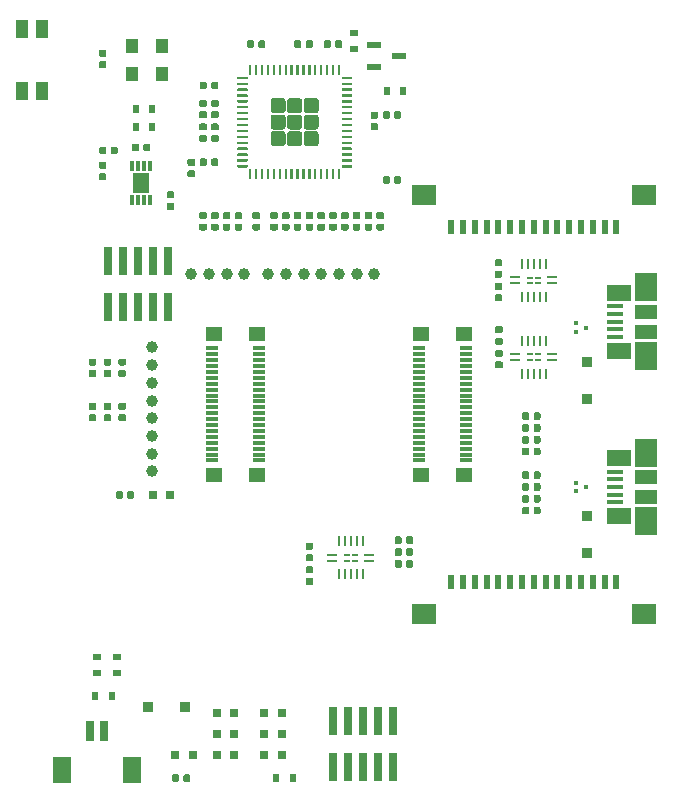
<source format=gbr>
G04 #@! TF.GenerationSoftware,KiCad,Pcbnew,5.0.2+dfsg1-1~bpo9+1*
G04 #@! TF.CreationDate,2019-11-04T18:03:59+01:00*
G04 #@! TF.ProjectId,zglue-demo-board,7a676c75-652d-4646-956d-6f2d626f6172,rev?*
G04 #@! TF.SameCoordinates,Original*
G04 #@! TF.FileFunction,Paste,Top*
G04 #@! TF.FilePolarity,Positive*
%FSLAX46Y46*%
G04 Gerber Fmt 4.6, Leading zero omitted, Abs format (unit mm)*
G04 Created by KiCad (PCBNEW 5.0.2+dfsg1-1~bpo9+1) date Mon 04 Nov 2019 06:03:59 PM CET*
%MOMM*%
%LPD*%
G01*
G04 APERTURE LIST*
%ADD10C,0.100000*%
%ADD11C,0.590000*%
%ADD12R,0.800000X0.800000*%
%ADD13R,1.000000X1.550000*%
%ADD14R,0.760000X2.400000*%
%ADD15R,2.000000X1.800000*%
%ADD16R,0.600000X1.300000*%
%ADD17R,1.100000X1.200000*%
%ADD18R,1.450000X1.750000*%
%ADD19R,0.300000X0.825000*%
%ADD20C,0.200000*%
%ADD21C,1.263087*%
%ADD22R,0.950000X0.900000*%
%ADD23R,0.900000X0.950000*%
%ADD24R,0.600000X0.800000*%
%ADD25R,1.300000X0.600000*%
%ADD26C,1.000000*%
%ADD27R,0.800000X0.600000*%
%ADD28R,0.300000X0.300000*%
%ADD29R,1.320000X1.300000*%
%ADD30R,1.100000X0.300000*%
%ADD31R,0.700000X1.800000*%
%ADD32R,1.600000X2.200000*%
%ADD33R,0.900000X0.240000*%
%ADD34R,0.240000X0.900000*%
%ADD35R,0.500000X0.250000*%
%ADD36R,1.380000X0.450000*%
%ADD37R,2.100000X1.475000*%
%ADD38R,1.900000X1.175000*%
%ADD39R,1.900000X2.375000*%
G04 APERTURE END LIST*
D10*
G04 #@! TO.C,R41*
G36*
X7336958Y-33840710D02*
X7351276Y-33842834D01*
X7365317Y-33846351D01*
X7378946Y-33851228D01*
X7392031Y-33857417D01*
X7404447Y-33864858D01*
X7416073Y-33873481D01*
X7426798Y-33883202D01*
X7436519Y-33893927D01*
X7445142Y-33905553D01*
X7452583Y-33917969D01*
X7458772Y-33931054D01*
X7463649Y-33944683D01*
X7467166Y-33958724D01*
X7469290Y-33973042D01*
X7470000Y-33987500D01*
X7470000Y-34282500D01*
X7469290Y-34296958D01*
X7467166Y-34311276D01*
X7463649Y-34325317D01*
X7458772Y-34338946D01*
X7452583Y-34352031D01*
X7445142Y-34364447D01*
X7436519Y-34376073D01*
X7426798Y-34386798D01*
X7416073Y-34396519D01*
X7404447Y-34405142D01*
X7392031Y-34412583D01*
X7378946Y-34418772D01*
X7365317Y-34423649D01*
X7351276Y-34427166D01*
X7336958Y-34429290D01*
X7322500Y-34430000D01*
X6977500Y-34430000D01*
X6963042Y-34429290D01*
X6948724Y-34427166D01*
X6934683Y-34423649D01*
X6921054Y-34418772D01*
X6907969Y-34412583D01*
X6895553Y-34405142D01*
X6883927Y-34396519D01*
X6873202Y-34386798D01*
X6863481Y-34376073D01*
X6854858Y-34364447D01*
X6847417Y-34352031D01*
X6841228Y-34338946D01*
X6836351Y-34325317D01*
X6832834Y-34311276D01*
X6830710Y-34296958D01*
X6830000Y-34282500D01*
X6830000Y-33987500D01*
X6830710Y-33973042D01*
X6832834Y-33958724D01*
X6836351Y-33944683D01*
X6841228Y-33931054D01*
X6847417Y-33917969D01*
X6854858Y-33905553D01*
X6863481Y-33893927D01*
X6873202Y-33883202D01*
X6883927Y-33873481D01*
X6895553Y-33864858D01*
X6907969Y-33857417D01*
X6921054Y-33851228D01*
X6934683Y-33846351D01*
X6948724Y-33842834D01*
X6963042Y-33840710D01*
X6977500Y-33840000D01*
X7322500Y-33840000D01*
X7336958Y-33840710D01*
X7336958Y-33840710D01*
G37*
D11*
X7150000Y-34135000D03*
D10*
G36*
X7336958Y-32870710D02*
X7351276Y-32872834D01*
X7365317Y-32876351D01*
X7378946Y-32881228D01*
X7392031Y-32887417D01*
X7404447Y-32894858D01*
X7416073Y-32903481D01*
X7426798Y-32913202D01*
X7436519Y-32923927D01*
X7445142Y-32935553D01*
X7452583Y-32947969D01*
X7458772Y-32961054D01*
X7463649Y-32974683D01*
X7467166Y-32988724D01*
X7469290Y-33003042D01*
X7470000Y-33017500D01*
X7470000Y-33312500D01*
X7469290Y-33326958D01*
X7467166Y-33341276D01*
X7463649Y-33355317D01*
X7458772Y-33368946D01*
X7452583Y-33382031D01*
X7445142Y-33394447D01*
X7436519Y-33406073D01*
X7426798Y-33416798D01*
X7416073Y-33426519D01*
X7404447Y-33435142D01*
X7392031Y-33442583D01*
X7378946Y-33448772D01*
X7365317Y-33453649D01*
X7351276Y-33457166D01*
X7336958Y-33459290D01*
X7322500Y-33460000D01*
X6977500Y-33460000D01*
X6963042Y-33459290D01*
X6948724Y-33457166D01*
X6934683Y-33453649D01*
X6921054Y-33448772D01*
X6907969Y-33442583D01*
X6895553Y-33435142D01*
X6883927Y-33426519D01*
X6873202Y-33416798D01*
X6863481Y-33406073D01*
X6854858Y-33394447D01*
X6847417Y-33382031D01*
X6841228Y-33368946D01*
X6836351Y-33355317D01*
X6832834Y-33341276D01*
X6830710Y-33326958D01*
X6830000Y-33312500D01*
X6830000Y-33017500D01*
X6830710Y-33003042D01*
X6832834Y-32988724D01*
X6836351Y-32974683D01*
X6841228Y-32961054D01*
X6847417Y-32947969D01*
X6854858Y-32935553D01*
X6863481Y-32923927D01*
X6873202Y-32913202D01*
X6883927Y-32903481D01*
X6895553Y-32894858D01*
X6907969Y-32887417D01*
X6921054Y-32881228D01*
X6934683Y-32876351D01*
X6948724Y-32872834D01*
X6963042Y-32870710D01*
X6977500Y-32870000D01*
X7322500Y-32870000D01*
X7336958Y-32870710D01*
X7336958Y-32870710D01*
G37*
D11*
X7150000Y-33165000D03*
G04 #@! TD*
D10*
G04 #@! TO.C,R40*
G36*
X8586958Y-29120710D02*
X8601276Y-29122834D01*
X8615317Y-29126351D01*
X8628946Y-29131228D01*
X8642031Y-29137417D01*
X8654447Y-29144858D01*
X8666073Y-29153481D01*
X8676798Y-29163202D01*
X8686519Y-29173927D01*
X8695142Y-29185553D01*
X8702583Y-29197969D01*
X8708772Y-29211054D01*
X8713649Y-29224683D01*
X8717166Y-29238724D01*
X8719290Y-29253042D01*
X8720000Y-29267500D01*
X8720000Y-29562500D01*
X8719290Y-29576958D01*
X8717166Y-29591276D01*
X8713649Y-29605317D01*
X8708772Y-29618946D01*
X8702583Y-29632031D01*
X8695142Y-29644447D01*
X8686519Y-29656073D01*
X8676798Y-29666798D01*
X8666073Y-29676519D01*
X8654447Y-29685142D01*
X8642031Y-29692583D01*
X8628946Y-29698772D01*
X8615317Y-29703649D01*
X8601276Y-29707166D01*
X8586958Y-29709290D01*
X8572500Y-29710000D01*
X8227500Y-29710000D01*
X8213042Y-29709290D01*
X8198724Y-29707166D01*
X8184683Y-29703649D01*
X8171054Y-29698772D01*
X8157969Y-29692583D01*
X8145553Y-29685142D01*
X8133927Y-29676519D01*
X8123202Y-29666798D01*
X8113481Y-29656073D01*
X8104858Y-29644447D01*
X8097417Y-29632031D01*
X8091228Y-29618946D01*
X8086351Y-29605317D01*
X8082834Y-29591276D01*
X8080710Y-29576958D01*
X8080000Y-29562500D01*
X8080000Y-29267500D01*
X8080710Y-29253042D01*
X8082834Y-29238724D01*
X8086351Y-29224683D01*
X8091228Y-29211054D01*
X8097417Y-29197969D01*
X8104858Y-29185553D01*
X8113481Y-29173927D01*
X8123202Y-29163202D01*
X8133927Y-29153481D01*
X8145553Y-29144858D01*
X8157969Y-29137417D01*
X8171054Y-29131228D01*
X8184683Y-29126351D01*
X8198724Y-29122834D01*
X8213042Y-29120710D01*
X8227500Y-29120000D01*
X8572500Y-29120000D01*
X8586958Y-29120710D01*
X8586958Y-29120710D01*
G37*
D11*
X8400000Y-29415000D03*
D10*
G36*
X8586958Y-30090710D02*
X8601276Y-30092834D01*
X8615317Y-30096351D01*
X8628946Y-30101228D01*
X8642031Y-30107417D01*
X8654447Y-30114858D01*
X8666073Y-30123481D01*
X8676798Y-30133202D01*
X8686519Y-30143927D01*
X8695142Y-30155553D01*
X8702583Y-30167969D01*
X8708772Y-30181054D01*
X8713649Y-30194683D01*
X8717166Y-30208724D01*
X8719290Y-30223042D01*
X8720000Y-30237500D01*
X8720000Y-30532500D01*
X8719290Y-30546958D01*
X8717166Y-30561276D01*
X8713649Y-30575317D01*
X8708772Y-30588946D01*
X8702583Y-30602031D01*
X8695142Y-30614447D01*
X8686519Y-30626073D01*
X8676798Y-30636798D01*
X8666073Y-30646519D01*
X8654447Y-30655142D01*
X8642031Y-30662583D01*
X8628946Y-30668772D01*
X8615317Y-30673649D01*
X8601276Y-30677166D01*
X8586958Y-30679290D01*
X8572500Y-30680000D01*
X8227500Y-30680000D01*
X8213042Y-30679290D01*
X8198724Y-30677166D01*
X8184683Y-30673649D01*
X8171054Y-30668772D01*
X8157969Y-30662583D01*
X8145553Y-30655142D01*
X8133927Y-30646519D01*
X8123202Y-30636798D01*
X8113481Y-30626073D01*
X8104858Y-30614447D01*
X8097417Y-30602031D01*
X8091228Y-30588946D01*
X8086351Y-30575317D01*
X8082834Y-30561276D01*
X8080710Y-30546958D01*
X8080000Y-30532500D01*
X8080000Y-30237500D01*
X8080710Y-30223042D01*
X8082834Y-30208724D01*
X8086351Y-30194683D01*
X8091228Y-30181054D01*
X8097417Y-30167969D01*
X8104858Y-30155553D01*
X8113481Y-30143927D01*
X8123202Y-30133202D01*
X8133927Y-30123481D01*
X8145553Y-30114858D01*
X8157969Y-30107417D01*
X8171054Y-30101228D01*
X8184683Y-30096351D01*
X8198724Y-30092834D01*
X8213042Y-30090710D01*
X8227500Y-30090000D01*
X8572500Y-30090000D01*
X8586958Y-30090710D01*
X8586958Y-30090710D01*
G37*
D11*
X8400000Y-30385000D03*
G04 #@! TD*
D10*
G04 #@! TO.C,R39*
G36*
X8586958Y-33840710D02*
X8601276Y-33842834D01*
X8615317Y-33846351D01*
X8628946Y-33851228D01*
X8642031Y-33857417D01*
X8654447Y-33864858D01*
X8666073Y-33873481D01*
X8676798Y-33883202D01*
X8686519Y-33893927D01*
X8695142Y-33905553D01*
X8702583Y-33917969D01*
X8708772Y-33931054D01*
X8713649Y-33944683D01*
X8717166Y-33958724D01*
X8719290Y-33973042D01*
X8720000Y-33987500D01*
X8720000Y-34282500D01*
X8719290Y-34296958D01*
X8717166Y-34311276D01*
X8713649Y-34325317D01*
X8708772Y-34338946D01*
X8702583Y-34352031D01*
X8695142Y-34364447D01*
X8686519Y-34376073D01*
X8676798Y-34386798D01*
X8666073Y-34396519D01*
X8654447Y-34405142D01*
X8642031Y-34412583D01*
X8628946Y-34418772D01*
X8615317Y-34423649D01*
X8601276Y-34427166D01*
X8586958Y-34429290D01*
X8572500Y-34430000D01*
X8227500Y-34430000D01*
X8213042Y-34429290D01*
X8198724Y-34427166D01*
X8184683Y-34423649D01*
X8171054Y-34418772D01*
X8157969Y-34412583D01*
X8145553Y-34405142D01*
X8133927Y-34396519D01*
X8123202Y-34386798D01*
X8113481Y-34376073D01*
X8104858Y-34364447D01*
X8097417Y-34352031D01*
X8091228Y-34338946D01*
X8086351Y-34325317D01*
X8082834Y-34311276D01*
X8080710Y-34296958D01*
X8080000Y-34282500D01*
X8080000Y-33987500D01*
X8080710Y-33973042D01*
X8082834Y-33958724D01*
X8086351Y-33944683D01*
X8091228Y-33931054D01*
X8097417Y-33917969D01*
X8104858Y-33905553D01*
X8113481Y-33893927D01*
X8123202Y-33883202D01*
X8133927Y-33873481D01*
X8145553Y-33864858D01*
X8157969Y-33857417D01*
X8171054Y-33851228D01*
X8184683Y-33846351D01*
X8198724Y-33842834D01*
X8213042Y-33840710D01*
X8227500Y-33840000D01*
X8572500Y-33840000D01*
X8586958Y-33840710D01*
X8586958Y-33840710D01*
G37*
D11*
X8400000Y-34135000D03*
D10*
G36*
X8586958Y-32870710D02*
X8601276Y-32872834D01*
X8615317Y-32876351D01*
X8628946Y-32881228D01*
X8642031Y-32887417D01*
X8654447Y-32894858D01*
X8666073Y-32903481D01*
X8676798Y-32913202D01*
X8686519Y-32923927D01*
X8695142Y-32935553D01*
X8702583Y-32947969D01*
X8708772Y-32961054D01*
X8713649Y-32974683D01*
X8717166Y-32988724D01*
X8719290Y-33003042D01*
X8720000Y-33017500D01*
X8720000Y-33312500D01*
X8719290Y-33326958D01*
X8717166Y-33341276D01*
X8713649Y-33355317D01*
X8708772Y-33368946D01*
X8702583Y-33382031D01*
X8695142Y-33394447D01*
X8686519Y-33406073D01*
X8676798Y-33416798D01*
X8666073Y-33426519D01*
X8654447Y-33435142D01*
X8642031Y-33442583D01*
X8628946Y-33448772D01*
X8615317Y-33453649D01*
X8601276Y-33457166D01*
X8586958Y-33459290D01*
X8572500Y-33460000D01*
X8227500Y-33460000D01*
X8213042Y-33459290D01*
X8198724Y-33457166D01*
X8184683Y-33453649D01*
X8171054Y-33448772D01*
X8157969Y-33442583D01*
X8145553Y-33435142D01*
X8133927Y-33426519D01*
X8123202Y-33416798D01*
X8113481Y-33406073D01*
X8104858Y-33394447D01*
X8097417Y-33382031D01*
X8091228Y-33368946D01*
X8086351Y-33355317D01*
X8082834Y-33341276D01*
X8080710Y-33326958D01*
X8080000Y-33312500D01*
X8080000Y-33017500D01*
X8080710Y-33003042D01*
X8082834Y-32988724D01*
X8086351Y-32974683D01*
X8091228Y-32961054D01*
X8097417Y-32947969D01*
X8104858Y-32935553D01*
X8113481Y-32923927D01*
X8123202Y-32913202D01*
X8133927Y-32903481D01*
X8145553Y-32894858D01*
X8157969Y-32887417D01*
X8171054Y-32881228D01*
X8184683Y-32876351D01*
X8198724Y-32872834D01*
X8213042Y-32870710D01*
X8227500Y-32870000D01*
X8572500Y-32870000D01*
X8586958Y-32870710D01*
X8586958Y-32870710D01*
G37*
D11*
X8400000Y-33165000D03*
G04 #@! TD*
D10*
G04 #@! TO.C,R38*
G36*
X9836958Y-29120710D02*
X9851276Y-29122834D01*
X9865317Y-29126351D01*
X9878946Y-29131228D01*
X9892031Y-29137417D01*
X9904447Y-29144858D01*
X9916073Y-29153481D01*
X9926798Y-29163202D01*
X9936519Y-29173927D01*
X9945142Y-29185553D01*
X9952583Y-29197969D01*
X9958772Y-29211054D01*
X9963649Y-29224683D01*
X9967166Y-29238724D01*
X9969290Y-29253042D01*
X9970000Y-29267500D01*
X9970000Y-29562500D01*
X9969290Y-29576958D01*
X9967166Y-29591276D01*
X9963649Y-29605317D01*
X9958772Y-29618946D01*
X9952583Y-29632031D01*
X9945142Y-29644447D01*
X9936519Y-29656073D01*
X9926798Y-29666798D01*
X9916073Y-29676519D01*
X9904447Y-29685142D01*
X9892031Y-29692583D01*
X9878946Y-29698772D01*
X9865317Y-29703649D01*
X9851276Y-29707166D01*
X9836958Y-29709290D01*
X9822500Y-29710000D01*
X9477500Y-29710000D01*
X9463042Y-29709290D01*
X9448724Y-29707166D01*
X9434683Y-29703649D01*
X9421054Y-29698772D01*
X9407969Y-29692583D01*
X9395553Y-29685142D01*
X9383927Y-29676519D01*
X9373202Y-29666798D01*
X9363481Y-29656073D01*
X9354858Y-29644447D01*
X9347417Y-29632031D01*
X9341228Y-29618946D01*
X9336351Y-29605317D01*
X9332834Y-29591276D01*
X9330710Y-29576958D01*
X9330000Y-29562500D01*
X9330000Y-29267500D01*
X9330710Y-29253042D01*
X9332834Y-29238724D01*
X9336351Y-29224683D01*
X9341228Y-29211054D01*
X9347417Y-29197969D01*
X9354858Y-29185553D01*
X9363481Y-29173927D01*
X9373202Y-29163202D01*
X9383927Y-29153481D01*
X9395553Y-29144858D01*
X9407969Y-29137417D01*
X9421054Y-29131228D01*
X9434683Y-29126351D01*
X9448724Y-29122834D01*
X9463042Y-29120710D01*
X9477500Y-29120000D01*
X9822500Y-29120000D01*
X9836958Y-29120710D01*
X9836958Y-29120710D01*
G37*
D11*
X9650000Y-29415000D03*
D10*
G36*
X9836958Y-30090710D02*
X9851276Y-30092834D01*
X9865317Y-30096351D01*
X9878946Y-30101228D01*
X9892031Y-30107417D01*
X9904447Y-30114858D01*
X9916073Y-30123481D01*
X9926798Y-30133202D01*
X9936519Y-30143927D01*
X9945142Y-30155553D01*
X9952583Y-30167969D01*
X9958772Y-30181054D01*
X9963649Y-30194683D01*
X9967166Y-30208724D01*
X9969290Y-30223042D01*
X9970000Y-30237500D01*
X9970000Y-30532500D01*
X9969290Y-30546958D01*
X9967166Y-30561276D01*
X9963649Y-30575317D01*
X9958772Y-30588946D01*
X9952583Y-30602031D01*
X9945142Y-30614447D01*
X9936519Y-30626073D01*
X9926798Y-30636798D01*
X9916073Y-30646519D01*
X9904447Y-30655142D01*
X9892031Y-30662583D01*
X9878946Y-30668772D01*
X9865317Y-30673649D01*
X9851276Y-30677166D01*
X9836958Y-30679290D01*
X9822500Y-30680000D01*
X9477500Y-30680000D01*
X9463042Y-30679290D01*
X9448724Y-30677166D01*
X9434683Y-30673649D01*
X9421054Y-30668772D01*
X9407969Y-30662583D01*
X9395553Y-30655142D01*
X9383927Y-30646519D01*
X9373202Y-30636798D01*
X9363481Y-30626073D01*
X9354858Y-30614447D01*
X9347417Y-30602031D01*
X9341228Y-30588946D01*
X9336351Y-30575317D01*
X9332834Y-30561276D01*
X9330710Y-30546958D01*
X9330000Y-30532500D01*
X9330000Y-30237500D01*
X9330710Y-30223042D01*
X9332834Y-30208724D01*
X9336351Y-30194683D01*
X9341228Y-30181054D01*
X9347417Y-30167969D01*
X9354858Y-30155553D01*
X9363481Y-30143927D01*
X9373202Y-30133202D01*
X9383927Y-30123481D01*
X9395553Y-30114858D01*
X9407969Y-30107417D01*
X9421054Y-30101228D01*
X9434683Y-30096351D01*
X9448724Y-30092834D01*
X9463042Y-30090710D01*
X9477500Y-30090000D01*
X9822500Y-30090000D01*
X9836958Y-30090710D01*
X9836958Y-30090710D01*
G37*
D11*
X9650000Y-30385000D03*
G04 #@! TD*
D10*
G04 #@! TO.C,R37*
G36*
X9836958Y-33840710D02*
X9851276Y-33842834D01*
X9865317Y-33846351D01*
X9878946Y-33851228D01*
X9892031Y-33857417D01*
X9904447Y-33864858D01*
X9916073Y-33873481D01*
X9926798Y-33883202D01*
X9936519Y-33893927D01*
X9945142Y-33905553D01*
X9952583Y-33917969D01*
X9958772Y-33931054D01*
X9963649Y-33944683D01*
X9967166Y-33958724D01*
X9969290Y-33973042D01*
X9970000Y-33987500D01*
X9970000Y-34282500D01*
X9969290Y-34296958D01*
X9967166Y-34311276D01*
X9963649Y-34325317D01*
X9958772Y-34338946D01*
X9952583Y-34352031D01*
X9945142Y-34364447D01*
X9936519Y-34376073D01*
X9926798Y-34386798D01*
X9916073Y-34396519D01*
X9904447Y-34405142D01*
X9892031Y-34412583D01*
X9878946Y-34418772D01*
X9865317Y-34423649D01*
X9851276Y-34427166D01*
X9836958Y-34429290D01*
X9822500Y-34430000D01*
X9477500Y-34430000D01*
X9463042Y-34429290D01*
X9448724Y-34427166D01*
X9434683Y-34423649D01*
X9421054Y-34418772D01*
X9407969Y-34412583D01*
X9395553Y-34405142D01*
X9383927Y-34396519D01*
X9373202Y-34386798D01*
X9363481Y-34376073D01*
X9354858Y-34364447D01*
X9347417Y-34352031D01*
X9341228Y-34338946D01*
X9336351Y-34325317D01*
X9332834Y-34311276D01*
X9330710Y-34296958D01*
X9330000Y-34282500D01*
X9330000Y-33987500D01*
X9330710Y-33973042D01*
X9332834Y-33958724D01*
X9336351Y-33944683D01*
X9341228Y-33931054D01*
X9347417Y-33917969D01*
X9354858Y-33905553D01*
X9363481Y-33893927D01*
X9373202Y-33883202D01*
X9383927Y-33873481D01*
X9395553Y-33864858D01*
X9407969Y-33857417D01*
X9421054Y-33851228D01*
X9434683Y-33846351D01*
X9448724Y-33842834D01*
X9463042Y-33840710D01*
X9477500Y-33840000D01*
X9822500Y-33840000D01*
X9836958Y-33840710D01*
X9836958Y-33840710D01*
G37*
D11*
X9650000Y-34135000D03*
D10*
G36*
X9836958Y-32870710D02*
X9851276Y-32872834D01*
X9865317Y-32876351D01*
X9878946Y-32881228D01*
X9892031Y-32887417D01*
X9904447Y-32894858D01*
X9916073Y-32903481D01*
X9926798Y-32913202D01*
X9936519Y-32923927D01*
X9945142Y-32935553D01*
X9952583Y-32947969D01*
X9958772Y-32961054D01*
X9963649Y-32974683D01*
X9967166Y-32988724D01*
X9969290Y-33003042D01*
X9970000Y-33017500D01*
X9970000Y-33312500D01*
X9969290Y-33326958D01*
X9967166Y-33341276D01*
X9963649Y-33355317D01*
X9958772Y-33368946D01*
X9952583Y-33382031D01*
X9945142Y-33394447D01*
X9936519Y-33406073D01*
X9926798Y-33416798D01*
X9916073Y-33426519D01*
X9904447Y-33435142D01*
X9892031Y-33442583D01*
X9878946Y-33448772D01*
X9865317Y-33453649D01*
X9851276Y-33457166D01*
X9836958Y-33459290D01*
X9822500Y-33460000D01*
X9477500Y-33460000D01*
X9463042Y-33459290D01*
X9448724Y-33457166D01*
X9434683Y-33453649D01*
X9421054Y-33448772D01*
X9407969Y-33442583D01*
X9395553Y-33435142D01*
X9383927Y-33426519D01*
X9373202Y-33416798D01*
X9363481Y-33406073D01*
X9354858Y-33394447D01*
X9347417Y-33382031D01*
X9341228Y-33368946D01*
X9336351Y-33355317D01*
X9332834Y-33341276D01*
X9330710Y-33326958D01*
X9330000Y-33312500D01*
X9330000Y-33017500D01*
X9330710Y-33003042D01*
X9332834Y-32988724D01*
X9336351Y-32974683D01*
X9341228Y-32961054D01*
X9347417Y-32947969D01*
X9354858Y-32935553D01*
X9363481Y-32923927D01*
X9373202Y-32913202D01*
X9383927Y-32903481D01*
X9395553Y-32894858D01*
X9407969Y-32887417D01*
X9421054Y-32881228D01*
X9434683Y-32876351D01*
X9448724Y-32872834D01*
X9463042Y-32870710D01*
X9477500Y-32870000D01*
X9822500Y-32870000D01*
X9836958Y-32870710D01*
X9836958Y-32870710D01*
G37*
D11*
X9650000Y-33165000D03*
G04 #@! TD*
D10*
G04 #@! TO.C,R35*
G36*
X15296958Y-64330710D02*
X15311276Y-64332834D01*
X15325317Y-64336351D01*
X15338946Y-64341228D01*
X15352031Y-64347417D01*
X15364447Y-64354858D01*
X15376073Y-64363481D01*
X15386798Y-64373202D01*
X15396519Y-64383927D01*
X15405142Y-64395553D01*
X15412583Y-64407969D01*
X15418772Y-64421054D01*
X15423649Y-64434683D01*
X15427166Y-64448724D01*
X15429290Y-64463042D01*
X15430000Y-64477500D01*
X15430000Y-64822500D01*
X15429290Y-64836958D01*
X15427166Y-64851276D01*
X15423649Y-64865317D01*
X15418772Y-64878946D01*
X15412583Y-64892031D01*
X15405142Y-64904447D01*
X15396519Y-64916073D01*
X15386798Y-64926798D01*
X15376073Y-64936519D01*
X15364447Y-64945142D01*
X15352031Y-64952583D01*
X15338946Y-64958772D01*
X15325317Y-64963649D01*
X15311276Y-64967166D01*
X15296958Y-64969290D01*
X15282500Y-64970000D01*
X14987500Y-64970000D01*
X14973042Y-64969290D01*
X14958724Y-64967166D01*
X14944683Y-64963649D01*
X14931054Y-64958772D01*
X14917969Y-64952583D01*
X14905553Y-64945142D01*
X14893927Y-64936519D01*
X14883202Y-64926798D01*
X14873481Y-64916073D01*
X14864858Y-64904447D01*
X14857417Y-64892031D01*
X14851228Y-64878946D01*
X14846351Y-64865317D01*
X14842834Y-64851276D01*
X14840710Y-64836958D01*
X14840000Y-64822500D01*
X14840000Y-64477500D01*
X14840710Y-64463042D01*
X14842834Y-64448724D01*
X14846351Y-64434683D01*
X14851228Y-64421054D01*
X14857417Y-64407969D01*
X14864858Y-64395553D01*
X14873481Y-64383927D01*
X14883202Y-64373202D01*
X14893927Y-64363481D01*
X14905553Y-64354858D01*
X14917969Y-64347417D01*
X14931054Y-64341228D01*
X14944683Y-64336351D01*
X14958724Y-64332834D01*
X14973042Y-64330710D01*
X14987500Y-64330000D01*
X15282500Y-64330000D01*
X15296958Y-64330710D01*
X15296958Y-64330710D01*
G37*
D11*
X15135000Y-64650000D03*
D10*
G36*
X14326958Y-64330710D02*
X14341276Y-64332834D01*
X14355317Y-64336351D01*
X14368946Y-64341228D01*
X14382031Y-64347417D01*
X14394447Y-64354858D01*
X14406073Y-64363481D01*
X14416798Y-64373202D01*
X14426519Y-64383927D01*
X14435142Y-64395553D01*
X14442583Y-64407969D01*
X14448772Y-64421054D01*
X14453649Y-64434683D01*
X14457166Y-64448724D01*
X14459290Y-64463042D01*
X14460000Y-64477500D01*
X14460000Y-64822500D01*
X14459290Y-64836958D01*
X14457166Y-64851276D01*
X14453649Y-64865317D01*
X14448772Y-64878946D01*
X14442583Y-64892031D01*
X14435142Y-64904447D01*
X14426519Y-64916073D01*
X14416798Y-64926798D01*
X14406073Y-64936519D01*
X14394447Y-64945142D01*
X14382031Y-64952583D01*
X14368946Y-64958772D01*
X14355317Y-64963649D01*
X14341276Y-64967166D01*
X14326958Y-64969290D01*
X14312500Y-64970000D01*
X14017500Y-64970000D01*
X14003042Y-64969290D01*
X13988724Y-64967166D01*
X13974683Y-64963649D01*
X13961054Y-64958772D01*
X13947969Y-64952583D01*
X13935553Y-64945142D01*
X13923927Y-64936519D01*
X13913202Y-64926798D01*
X13903481Y-64916073D01*
X13894858Y-64904447D01*
X13887417Y-64892031D01*
X13881228Y-64878946D01*
X13876351Y-64865317D01*
X13872834Y-64851276D01*
X13870710Y-64836958D01*
X13870000Y-64822500D01*
X13870000Y-64477500D01*
X13870710Y-64463042D01*
X13872834Y-64448724D01*
X13876351Y-64434683D01*
X13881228Y-64421054D01*
X13887417Y-64407969D01*
X13894858Y-64395553D01*
X13903481Y-64383927D01*
X13913202Y-64373202D01*
X13923927Y-64363481D01*
X13935553Y-64354858D01*
X13947969Y-64347417D01*
X13961054Y-64341228D01*
X13974683Y-64336351D01*
X13988724Y-64332834D01*
X14003042Y-64330710D01*
X14017500Y-64330000D01*
X14312500Y-64330000D01*
X14326958Y-64330710D01*
X14326958Y-64330710D01*
G37*
D11*
X14165000Y-64650000D03*
G04 #@! TD*
D10*
G04 #@! TO.C,R36*
G36*
X7336958Y-30090710D02*
X7351276Y-30092834D01*
X7365317Y-30096351D01*
X7378946Y-30101228D01*
X7392031Y-30107417D01*
X7404447Y-30114858D01*
X7416073Y-30123481D01*
X7426798Y-30133202D01*
X7436519Y-30143927D01*
X7445142Y-30155553D01*
X7452583Y-30167969D01*
X7458772Y-30181054D01*
X7463649Y-30194683D01*
X7467166Y-30208724D01*
X7469290Y-30223042D01*
X7470000Y-30237500D01*
X7470000Y-30532500D01*
X7469290Y-30546958D01*
X7467166Y-30561276D01*
X7463649Y-30575317D01*
X7458772Y-30588946D01*
X7452583Y-30602031D01*
X7445142Y-30614447D01*
X7436519Y-30626073D01*
X7426798Y-30636798D01*
X7416073Y-30646519D01*
X7404447Y-30655142D01*
X7392031Y-30662583D01*
X7378946Y-30668772D01*
X7365317Y-30673649D01*
X7351276Y-30677166D01*
X7336958Y-30679290D01*
X7322500Y-30680000D01*
X6977500Y-30680000D01*
X6963042Y-30679290D01*
X6948724Y-30677166D01*
X6934683Y-30673649D01*
X6921054Y-30668772D01*
X6907969Y-30662583D01*
X6895553Y-30655142D01*
X6883927Y-30646519D01*
X6873202Y-30636798D01*
X6863481Y-30626073D01*
X6854858Y-30614447D01*
X6847417Y-30602031D01*
X6841228Y-30588946D01*
X6836351Y-30575317D01*
X6832834Y-30561276D01*
X6830710Y-30546958D01*
X6830000Y-30532500D01*
X6830000Y-30237500D01*
X6830710Y-30223042D01*
X6832834Y-30208724D01*
X6836351Y-30194683D01*
X6841228Y-30181054D01*
X6847417Y-30167969D01*
X6854858Y-30155553D01*
X6863481Y-30143927D01*
X6873202Y-30133202D01*
X6883927Y-30123481D01*
X6895553Y-30114858D01*
X6907969Y-30107417D01*
X6921054Y-30101228D01*
X6934683Y-30096351D01*
X6948724Y-30092834D01*
X6963042Y-30090710D01*
X6977500Y-30090000D01*
X7322500Y-30090000D01*
X7336958Y-30090710D01*
X7336958Y-30090710D01*
G37*
D11*
X7150000Y-30385000D03*
D10*
G36*
X7336958Y-29120710D02*
X7351276Y-29122834D01*
X7365317Y-29126351D01*
X7378946Y-29131228D01*
X7392031Y-29137417D01*
X7404447Y-29144858D01*
X7416073Y-29153481D01*
X7426798Y-29163202D01*
X7436519Y-29173927D01*
X7445142Y-29185553D01*
X7452583Y-29197969D01*
X7458772Y-29211054D01*
X7463649Y-29224683D01*
X7467166Y-29238724D01*
X7469290Y-29253042D01*
X7470000Y-29267500D01*
X7470000Y-29562500D01*
X7469290Y-29576958D01*
X7467166Y-29591276D01*
X7463649Y-29605317D01*
X7458772Y-29618946D01*
X7452583Y-29632031D01*
X7445142Y-29644447D01*
X7436519Y-29656073D01*
X7426798Y-29666798D01*
X7416073Y-29676519D01*
X7404447Y-29685142D01*
X7392031Y-29692583D01*
X7378946Y-29698772D01*
X7365317Y-29703649D01*
X7351276Y-29707166D01*
X7336958Y-29709290D01*
X7322500Y-29710000D01*
X6977500Y-29710000D01*
X6963042Y-29709290D01*
X6948724Y-29707166D01*
X6934683Y-29703649D01*
X6921054Y-29698772D01*
X6907969Y-29692583D01*
X6895553Y-29685142D01*
X6883927Y-29676519D01*
X6873202Y-29666798D01*
X6863481Y-29656073D01*
X6854858Y-29644447D01*
X6847417Y-29632031D01*
X6841228Y-29618946D01*
X6836351Y-29605317D01*
X6832834Y-29591276D01*
X6830710Y-29576958D01*
X6830000Y-29562500D01*
X6830000Y-29267500D01*
X6830710Y-29253042D01*
X6832834Y-29238724D01*
X6836351Y-29224683D01*
X6841228Y-29211054D01*
X6847417Y-29197969D01*
X6854858Y-29185553D01*
X6863481Y-29173927D01*
X6873202Y-29163202D01*
X6883927Y-29153481D01*
X6895553Y-29144858D01*
X6907969Y-29137417D01*
X6921054Y-29131228D01*
X6934683Y-29126351D01*
X6948724Y-29122834D01*
X6963042Y-29120710D01*
X6977500Y-29120000D01*
X7322500Y-29120000D01*
X7336958Y-29120710D01*
X7336958Y-29120710D01*
G37*
D11*
X7150000Y-29415000D03*
G04 #@! TD*
D12*
G04 #@! TO.C,D9*
X17650000Y-59150000D03*
X19150000Y-59150000D03*
G04 #@! TD*
G04 #@! TO.C,D12*
X23150000Y-62650000D03*
X21650000Y-62650000D03*
G04 #@! TD*
G04 #@! TO.C,D13*
X17650000Y-62650000D03*
X19150000Y-62650000D03*
G04 #@! TD*
G04 #@! TO.C,D10*
X23150000Y-59150000D03*
X21650000Y-59150000D03*
G04 #@! TD*
G04 #@! TO.C,D8*
X21650000Y-60900000D03*
X23150000Y-60900000D03*
G04 #@! TD*
G04 #@! TO.C,D7*
X15650000Y-62650000D03*
X14150000Y-62650000D03*
G04 #@! TD*
G04 #@! TO.C,D11*
X17650000Y-60900000D03*
X19150000Y-60900000D03*
G04 #@! TD*
D13*
G04 #@! TO.C,S1*
X2865001Y-1179999D03*
X2865001Y-6429999D03*
X1165001Y-6429999D03*
X1165001Y-1179999D03*
G04 #@! TD*
D10*
G04 #@! TO.C,R34*
G36*
X10536958Y-40350710D02*
X10551276Y-40352834D01*
X10565317Y-40356351D01*
X10578946Y-40361228D01*
X10592031Y-40367417D01*
X10604447Y-40374858D01*
X10616073Y-40383481D01*
X10626798Y-40393202D01*
X10636519Y-40403927D01*
X10645142Y-40415553D01*
X10652583Y-40427969D01*
X10658772Y-40441054D01*
X10663649Y-40454683D01*
X10667166Y-40468724D01*
X10669290Y-40483042D01*
X10670000Y-40497500D01*
X10670000Y-40842500D01*
X10669290Y-40856958D01*
X10667166Y-40871276D01*
X10663649Y-40885317D01*
X10658772Y-40898946D01*
X10652583Y-40912031D01*
X10645142Y-40924447D01*
X10636519Y-40936073D01*
X10626798Y-40946798D01*
X10616073Y-40956519D01*
X10604447Y-40965142D01*
X10592031Y-40972583D01*
X10578946Y-40978772D01*
X10565317Y-40983649D01*
X10551276Y-40987166D01*
X10536958Y-40989290D01*
X10522500Y-40990000D01*
X10227500Y-40990000D01*
X10213042Y-40989290D01*
X10198724Y-40987166D01*
X10184683Y-40983649D01*
X10171054Y-40978772D01*
X10157969Y-40972583D01*
X10145553Y-40965142D01*
X10133927Y-40956519D01*
X10123202Y-40946798D01*
X10113481Y-40936073D01*
X10104858Y-40924447D01*
X10097417Y-40912031D01*
X10091228Y-40898946D01*
X10086351Y-40885317D01*
X10082834Y-40871276D01*
X10080710Y-40856958D01*
X10080000Y-40842500D01*
X10080000Y-40497500D01*
X10080710Y-40483042D01*
X10082834Y-40468724D01*
X10086351Y-40454683D01*
X10091228Y-40441054D01*
X10097417Y-40427969D01*
X10104858Y-40415553D01*
X10113481Y-40403927D01*
X10123202Y-40393202D01*
X10133927Y-40383481D01*
X10145553Y-40374858D01*
X10157969Y-40367417D01*
X10171054Y-40361228D01*
X10184683Y-40356351D01*
X10198724Y-40352834D01*
X10213042Y-40350710D01*
X10227500Y-40350000D01*
X10522500Y-40350000D01*
X10536958Y-40350710D01*
X10536958Y-40350710D01*
G37*
D11*
X10375000Y-40670000D03*
D10*
G36*
X9566958Y-40350710D02*
X9581276Y-40352834D01*
X9595317Y-40356351D01*
X9608946Y-40361228D01*
X9622031Y-40367417D01*
X9634447Y-40374858D01*
X9646073Y-40383481D01*
X9656798Y-40393202D01*
X9666519Y-40403927D01*
X9675142Y-40415553D01*
X9682583Y-40427969D01*
X9688772Y-40441054D01*
X9693649Y-40454683D01*
X9697166Y-40468724D01*
X9699290Y-40483042D01*
X9700000Y-40497500D01*
X9700000Y-40842500D01*
X9699290Y-40856958D01*
X9697166Y-40871276D01*
X9693649Y-40885317D01*
X9688772Y-40898946D01*
X9682583Y-40912031D01*
X9675142Y-40924447D01*
X9666519Y-40936073D01*
X9656798Y-40946798D01*
X9646073Y-40956519D01*
X9634447Y-40965142D01*
X9622031Y-40972583D01*
X9608946Y-40978772D01*
X9595317Y-40983649D01*
X9581276Y-40987166D01*
X9566958Y-40989290D01*
X9552500Y-40990000D01*
X9257500Y-40990000D01*
X9243042Y-40989290D01*
X9228724Y-40987166D01*
X9214683Y-40983649D01*
X9201054Y-40978772D01*
X9187969Y-40972583D01*
X9175553Y-40965142D01*
X9163927Y-40956519D01*
X9153202Y-40946798D01*
X9143481Y-40936073D01*
X9134858Y-40924447D01*
X9127417Y-40912031D01*
X9121228Y-40898946D01*
X9116351Y-40885317D01*
X9112834Y-40871276D01*
X9110710Y-40856958D01*
X9110000Y-40842500D01*
X9110000Y-40497500D01*
X9110710Y-40483042D01*
X9112834Y-40468724D01*
X9116351Y-40454683D01*
X9121228Y-40441054D01*
X9127417Y-40427969D01*
X9134858Y-40415553D01*
X9143481Y-40403927D01*
X9153202Y-40393202D01*
X9163927Y-40383481D01*
X9175553Y-40374858D01*
X9187969Y-40367417D01*
X9201054Y-40361228D01*
X9214683Y-40356351D01*
X9228724Y-40352834D01*
X9243042Y-40350710D01*
X9257500Y-40350000D01*
X9552500Y-40350000D01*
X9566958Y-40350710D01*
X9566958Y-40350710D01*
G37*
D11*
X9405000Y-40670000D03*
G04 #@! TD*
D12*
G04 #@! TO.C,D6*
X13720000Y-40690000D03*
X12220000Y-40690000D03*
G04 #@! TD*
D14*
G04 #@! TO.C,J1*
X8440000Y-24760000D03*
X8440000Y-20860000D03*
X9710000Y-24760000D03*
X9710000Y-20860000D03*
X10980000Y-24760000D03*
X10980000Y-20860000D03*
X12250000Y-24760000D03*
X12250000Y-20860000D03*
X13520000Y-24760000D03*
X13520000Y-20860000D03*
G04 #@! TD*
D15*
G04 #@! TO.C,J8*
X35200000Y-50750000D03*
X53800000Y-50750000D03*
D16*
X51500000Y-48000000D03*
X50500000Y-48000000D03*
X49500000Y-48000000D03*
X48500000Y-48000000D03*
X47500000Y-48000000D03*
X46500000Y-48000000D03*
X45500000Y-48000000D03*
X37500000Y-48000000D03*
X38500000Y-48000000D03*
X39500000Y-48000000D03*
X40500000Y-48000000D03*
X41500000Y-48000000D03*
X42500000Y-48000000D03*
X43500000Y-48000000D03*
X44500000Y-48000000D03*
G04 #@! TD*
D17*
G04 #@! TO.C,Y1*
X13040000Y-2700000D03*
X13040000Y-5000000D03*
X10500000Y-2700000D03*
X10500000Y-5000000D03*
G04 #@! TD*
D18*
G04 #@! TO.C,U5*
X11250000Y-14250000D03*
D19*
X12000000Y-15700000D03*
X11500000Y-15700000D03*
X11000000Y-15700000D03*
X10500000Y-15700000D03*
X10500000Y-12800000D03*
X11000000Y-12800000D03*
X11500000Y-12800000D03*
X12000000Y-12800000D03*
G04 #@! TD*
D10*
G04 #@! TO.C,U6*
G36*
X20554901Y-4250241D02*
X20559755Y-4250961D01*
X20564514Y-4252153D01*
X20569134Y-4253806D01*
X20573570Y-4255904D01*
X20577779Y-4258427D01*
X20581720Y-4261349D01*
X20585355Y-4264645D01*
X20588651Y-4268280D01*
X20591573Y-4272221D01*
X20594096Y-4276430D01*
X20596194Y-4280866D01*
X20597847Y-4285486D01*
X20599039Y-4290245D01*
X20599759Y-4295099D01*
X20600000Y-4300000D01*
X20600000Y-5075000D01*
X20599759Y-5079901D01*
X20599039Y-5084755D01*
X20597847Y-5089514D01*
X20596194Y-5094134D01*
X20594096Y-5098570D01*
X20591573Y-5102779D01*
X20588651Y-5106720D01*
X20585355Y-5110355D01*
X20581720Y-5113651D01*
X20577779Y-5116573D01*
X20573570Y-5119096D01*
X20569134Y-5121194D01*
X20564514Y-5122847D01*
X20559755Y-5124039D01*
X20554901Y-5124759D01*
X20550000Y-5125000D01*
X20450000Y-5125000D01*
X20445099Y-5124759D01*
X20440245Y-5124039D01*
X20435486Y-5122847D01*
X20430866Y-5121194D01*
X20426430Y-5119096D01*
X20422221Y-5116573D01*
X20418280Y-5113651D01*
X20414645Y-5110355D01*
X20411349Y-5106720D01*
X20408427Y-5102779D01*
X20405904Y-5098570D01*
X20403806Y-5094134D01*
X20402153Y-5089514D01*
X20400961Y-5084755D01*
X20400241Y-5079901D01*
X20400000Y-5075000D01*
X20400000Y-4300000D01*
X20400241Y-4295099D01*
X20400961Y-4290245D01*
X20402153Y-4285486D01*
X20403806Y-4280866D01*
X20405904Y-4276430D01*
X20408427Y-4272221D01*
X20411349Y-4268280D01*
X20414645Y-4264645D01*
X20418280Y-4261349D01*
X20422221Y-4258427D01*
X20426430Y-4255904D01*
X20430866Y-4253806D01*
X20435486Y-4252153D01*
X20440245Y-4250961D01*
X20445099Y-4250241D01*
X20450000Y-4250000D01*
X20550000Y-4250000D01*
X20554901Y-4250241D01*
X20554901Y-4250241D01*
G37*
D20*
X20500000Y-4687500D03*
D10*
G36*
X21054901Y-4250241D02*
X21059755Y-4250961D01*
X21064514Y-4252153D01*
X21069134Y-4253806D01*
X21073570Y-4255904D01*
X21077779Y-4258427D01*
X21081720Y-4261349D01*
X21085355Y-4264645D01*
X21088651Y-4268280D01*
X21091573Y-4272221D01*
X21094096Y-4276430D01*
X21096194Y-4280866D01*
X21097847Y-4285486D01*
X21099039Y-4290245D01*
X21099759Y-4295099D01*
X21100000Y-4300000D01*
X21100000Y-5075000D01*
X21099759Y-5079901D01*
X21099039Y-5084755D01*
X21097847Y-5089514D01*
X21096194Y-5094134D01*
X21094096Y-5098570D01*
X21091573Y-5102779D01*
X21088651Y-5106720D01*
X21085355Y-5110355D01*
X21081720Y-5113651D01*
X21077779Y-5116573D01*
X21073570Y-5119096D01*
X21069134Y-5121194D01*
X21064514Y-5122847D01*
X21059755Y-5124039D01*
X21054901Y-5124759D01*
X21050000Y-5125000D01*
X20950000Y-5125000D01*
X20945099Y-5124759D01*
X20940245Y-5124039D01*
X20935486Y-5122847D01*
X20930866Y-5121194D01*
X20926430Y-5119096D01*
X20922221Y-5116573D01*
X20918280Y-5113651D01*
X20914645Y-5110355D01*
X20911349Y-5106720D01*
X20908427Y-5102779D01*
X20905904Y-5098570D01*
X20903806Y-5094134D01*
X20902153Y-5089514D01*
X20900961Y-5084755D01*
X20900241Y-5079901D01*
X20900000Y-5075000D01*
X20900000Y-4300000D01*
X20900241Y-4295099D01*
X20900961Y-4290245D01*
X20902153Y-4285486D01*
X20903806Y-4280866D01*
X20905904Y-4276430D01*
X20908427Y-4272221D01*
X20911349Y-4268280D01*
X20914645Y-4264645D01*
X20918280Y-4261349D01*
X20922221Y-4258427D01*
X20926430Y-4255904D01*
X20930866Y-4253806D01*
X20935486Y-4252153D01*
X20940245Y-4250961D01*
X20945099Y-4250241D01*
X20950000Y-4250000D01*
X21050000Y-4250000D01*
X21054901Y-4250241D01*
X21054901Y-4250241D01*
G37*
D20*
X21000000Y-4687500D03*
D10*
G36*
X21554901Y-4250241D02*
X21559755Y-4250961D01*
X21564514Y-4252153D01*
X21569134Y-4253806D01*
X21573570Y-4255904D01*
X21577779Y-4258427D01*
X21581720Y-4261349D01*
X21585355Y-4264645D01*
X21588651Y-4268280D01*
X21591573Y-4272221D01*
X21594096Y-4276430D01*
X21596194Y-4280866D01*
X21597847Y-4285486D01*
X21599039Y-4290245D01*
X21599759Y-4295099D01*
X21600000Y-4300000D01*
X21600000Y-5075000D01*
X21599759Y-5079901D01*
X21599039Y-5084755D01*
X21597847Y-5089514D01*
X21596194Y-5094134D01*
X21594096Y-5098570D01*
X21591573Y-5102779D01*
X21588651Y-5106720D01*
X21585355Y-5110355D01*
X21581720Y-5113651D01*
X21577779Y-5116573D01*
X21573570Y-5119096D01*
X21569134Y-5121194D01*
X21564514Y-5122847D01*
X21559755Y-5124039D01*
X21554901Y-5124759D01*
X21550000Y-5125000D01*
X21450000Y-5125000D01*
X21445099Y-5124759D01*
X21440245Y-5124039D01*
X21435486Y-5122847D01*
X21430866Y-5121194D01*
X21426430Y-5119096D01*
X21422221Y-5116573D01*
X21418280Y-5113651D01*
X21414645Y-5110355D01*
X21411349Y-5106720D01*
X21408427Y-5102779D01*
X21405904Y-5098570D01*
X21403806Y-5094134D01*
X21402153Y-5089514D01*
X21400961Y-5084755D01*
X21400241Y-5079901D01*
X21400000Y-5075000D01*
X21400000Y-4300000D01*
X21400241Y-4295099D01*
X21400961Y-4290245D01*
X21402153Y-4285486D01*
X21403806Y-4280866D01*
X21405904Y-4276430D01*
X21408427Y-4272221D01*
X21411349Y-4268280D01*
X21414645Y-4264645D01*
X21418280Y-4261349D01*
X21422221Y-4258427D01*
X21426430Y-4255904D01*
X21430866Y-4253806D01*
X21435486Y-4252153D01*
X21440245Y-4250961D01*
X21445099Y-4250241D01*
X21450000Y-4250000D01*
X21550000Y-4250000D01*
X21554901Y-4250241D01*
X21554901Y-4250241D01*
G37*
D20*
X21500000Y-4687500D03*
D10*
G36*
X22054901Y-4250241D02*
X22059755Y-4250961D01*
X22064514Y-4252153D01*
X22069134Y-4253806D01*
X22073570Y-4255904D01*
X22077779Y-4258427D01*
X22081720Y-4261349D01*
X22085355Y-4264645D01*
X22088651Y-4268280D01*
X22091573Y-4272221D01*
X22094096Y-4276430D01*
X22096194Y-4280866D01*
X22097847Y-4285486D01*
X22099039Y-4290245D01*
X22099759Y-4295099D01*
X22100000Y-4300000D01*
X22100000Y-5075000D01*
X22099759Y-5079901D01*
X22099039Y-5084755D01*
X22097847Y-5089514D01*
X22096194Y-5094134D01*
X22094096Y-5098570D01*
X22091573Y-5102779D01*
X22088651Y-5106720D01*
X22085355Y-5110355D01*
X22081720Y-5113651D01*
X22077779Y-5116573D01*
X22073570Y-5119096D01*
X22069134Y-5121194D01*
X22064514Y-5122847D01*
X22059755Y-5124039D01*
X22054901Y-5124759D01*
X22050000Y-5125000D01*
X21950000Y-5125000D01*
X21945099Y-5124759D01*
X21940245Y-5124039D01*
X21935486Y-5122847D01*
X21930866Y-5121194D01*
X21926430Y-5119096D01*
X21922221Y-5116573D01*
X21918280Y-5113651D01*
X21914645Y-5110355D01*
X21911349Y-5106720D01*
X21908427Y-5102779D01*
X21905904Y-5098570D01*
X21903806Y-5094134D01*
X21902153Y-5089514D01*
X21900961Y-5084755D01*
X21900241Y-5079901D01*
X21900000Y-5075000D01*
X21900000Y-4300000D01*
X21900241Y-4295099D01*
X21900961Y-4290245D01*
X21902153Y-4285486D01*
X21903806Y-4280866D01*
X21905904Y-4276430D01*
X21908427Y-4272221D01*
X21911349Y-4268280D01*
X21914645Y-4264645D01*
X21918280Y-4261349D01*
X21922221Y-4258427D01*
X21926430Y-4255904D01*
X21930866Y-4253806D01*
X21935486Y-4252153D01*
X21940245Y-4250961D01*
X21945099Y-4250241D01*
X21950000Y-4250000D01*
X22050000Y-4250000D01*
X22054901Y-4250241D01*
X22054901Y-4250241D01*
G37*
D20*
X22000000Y-4687500D03*
D10*
G36*
X22554901Y-4250241D02*
X22559755Y-4250961D01*
X22564514Y-4252153D01*
X22569134Y-4253806D01*
X22573570Y-4255904D01*
X22577779Y-4258427D01*
X22581720Y-4261349D01*
X22585355Y-4264645D01*
X22588651Y-4268280D01*
X22591573Y-4272221D01*
X22594096Y-4276430D01*
X22596194Y-4280866D01*
X22597847Y-4285486D01*
X22599039Y-4290245D01*
X22599759Y-4295099D01*
X22600000Y-4300000D01*
X22600000Y-5075000D01*
X22599759Y-5079901D01*
X22599039Y-5084755D01*
X22597847Y-5089514D01*
X22596194Y-5094134D01*
X22594096Y-5098570D01*
X22591573Y-5102779D01*
X22588651Y-5106720D01*
X22585355Y-5110355D01*
X22581720Y-5113651D01*
X22577779Y-5116573D01*
X22573570Y-5119096D01*
X22569134Y-5121194D01*
X22564514Y-5122847D01*
X22559755Y-5124039D01*
X22554901Y-5124759D01*
X22550000Y-5125000D01*
X22450000Y-5125000D01*
X22445099Y-5124759D01*
X22440245Y-5124039D01*
X22435486Y-5122847D01*
X22430866Y-5121194D01*
X22426430Y-5119096D01*
X22422221Y-5116573D01*
X22418280Y-5113651D01*
X22414645Y-5110355D01*
X22411349Y-5106720D01*
X22408427Y-5102779D01*
X22405904Y-5098570D01*
X22403806Y-5094134D01*
X22402153Y-5089514D01*
X22400961Y-5084755D01*
X22400241Y-5079901D01*
X22400000Y-5075000D01*
X22400000Y-4300000D01*
X22400241Y-4295099D01*
X22400961Y-4290245D01*
X22402153Y-4285486D01*
X22403806Y-4280866D01*
X22405904Y-4276430D01*
X22408427Y-4272221D01*
X22411349Y-4268280D01*
X22414645Y-4264645D01*
X22418280Y-4261349D01*
X22422221Y-4258427D01*
X22426430Y-4255904D01*
X22430866Y-4253806D01*
X22435486Y-4252153D01*
X22440245Y-4250961D01*
X22445099Y-4250241D01*
X22450000Y-4250000D01*
X22550000Y-4250000D01*
X22554901Y-4250241D01*
X22554901Y-4250241D01*
G37*
D20*
X22500000Y-4687500D03*
D10*
G36*
X23054901Y-4250241D02*
X23059755Y-4250961D01*
X23064514Y-4252153D01*
X23069134Y-4253806D01*
X23073570Y-4255904D01*
X23077779Y-4258427D01*
X23081720Y-4261349D01*
X23085355Y-4264645D01*
X23088651Y-4268280D01*
X23091573Y-4272221D01*
X23094096Y-4276430D01*
X23096194Y-4280866D01*
X23097847Y-4285486D01*
X23099039Y-4290245D01*
X23099759Y-4295099D01*
X23100000Y-4300000D01*
X23100000Y-5075000D01*
X23099759Y-5079901D01*
X23099039Y-5084755D01*
X23097847Y-5089514D01*
X23096194Y-5094134D01*
X23094096Y-5098570D01*
X23091573Y-5102779D01*
X23088651Y-5106720D01*
X23085355Y-5110355D01*
X23081720Y-5113651D01*
X23077779Y-5116573D01*
X23073570Y-5119096D01*
X23069134Y-5121194D01*
X23064514Y-5122847D01*
X23059755Y-5124039D01*
X23054901Y-5124759D01*
X23050000Y-5125000D01*
X22950000Y-5125000D01*
X22945099Y-5124759D01*
X22940245Y-5124039D01*
X22935486Y-5122847D01*
X22930866Y-5121194D01*
X22926430Y-5119096D01*
X22922221Y-5116573D01*
X22918280Y-5113651D01*
X22914645Y-5110355D01*
X22911349Y-5106720D01*
X22908427Y-5102779D01*
X22905904Y-5098570D01*
X22903806Y-5094134D01*
X22902153Y-5089514D01*
X22900961Y-5084755D01*
X22900241Y-5079901D01*
X22900000Y-5075000D01*
X22900000Y-4300000D01*
X22900241Y-4295099D01*
X22900961Y-4290245D01*
X22902153Y-4285486D01*
X22903806Y-4280866D01*
X22905904Y-4276430D01*
X22908427Y-4272221D01*
X22911349Y-4268280D01*
X22914645Y-4264645D01*
X22918280Y-4261349D01*
X22922221Y-4258427D01*
X22926430Y-4255904D01*
X22930866Y-4253806D01*
X22935486Y-4252153D01*
X22940245Y-4250961D01*
X22945099Y-4250241D01*
X22950000Y-4250000D01*
X23050000Y-4250000D01*
X23054901Y-4250241D01*
X23054901Y-4250241D01*
G37*
D20*
X23000000Y-4687500D03*
D10*
G36*
X23554901Y-4250241D02*
X23559755Y-4250961D01*
X23564514Y-4252153D01*
X23569134Y-4253806D01*
X23573570Y-4255904D01*
X23577779Y-4258427D01*
X23581720Y-4261349D01*
X23585355Y-4264645D01*
X23588651Y-4268280D01*
X23591573Y-4272221D01*
X23594096Y-4276430D01*
X23596194Y-4280866D01*
X23597847Y-4285486D01*
X23599039Y-4290245D01*
X23599759Y-4295099D01*
X23600000Y-4300000D01*
X23600000Y-5075000D01*
X23599759Y-5079901D01*
X23599039Y-5084755D01*
X23597847Y-5089514D01*
X23596194Y-5094134D01*
X23594096Y-5098570D01*
X23591573Y-5102779D01*
X23588651Y-5106720D01*
X23585355Y-5110355D01*
X23581720Y-5113651D01*
X23577779Y-5116573D01*
X23573570Y-5119096D01*
X23569134Y-5121194D01*
X23564514Y-5122847D01*
X23559755Y-5124039D01*
X23554901Y-5124759D01*
X23550000Y-5125000D01*
X23450000Y-5125000D01*
X23445099Y-5124759D01*
X23440245Y-5124039D01*
X23435486Y-5122847D01*
X23430866Y-5121194D01*
X23426430Y-5119096D01*
X23422221Y-5116573D01*
X23418280Y-5113651D01*
X23414645Y-5110355D01*
X23411349Y-5106720D01*
X23408427Y-5102779D01*
X23405904Y-5098570D01*
X23403806Y-5094134D01*
X23402153Y-5089514D01*
X23400961Y-5084755D01*
X23400241Y-5079901D01*
X23400000Y-5075000D01*
X23400000Y-4300000D01*
X23400241Y-4295099D01*
X23400961Y-4290245D01*
X23402153Y-4285486D01*
X23403806Y-4280866D01*
X23405904Y-4276430D01*
X23408427Y-4272221D01*
X23411349Y-4268280D01*
X23414645Y-4264645D01*
X23418280Y-4261349D01*
X23422221Y-4258427D01*
X23426430Y-4255904D01*
X23430866Y-4253806D01*
X23435486Y-4252153D01*
X23440245Y-4250961D01*
X23445099Y-4250241D01*
X23450000Y-4250000D01*
X23550000Y-4250000D01*
X23554901Y-4250241D01*
X23554901Y-4250241D01*
G37*
D20*
X23500000Y-4687500D03*
D10*
G36*
X24054901Y-4250241D02*
X24059755Y-4250961D01*
X24064514Y-4252153D01*
X24069134Y-4253806D01*
X24073570Y-4255904D01*
X24077779Y-4258427D01*
X24081720Y-4261349D01*
X24085355Y-4264645D01*
X24088651Y-4268280D01*
X24091573Y-4272221D01*
X24094096Y-4276430D01*
X24096194Y-4280866D01*
X24097847Y-4285486D01*
X24099039Y-4290245D01*
X24099759Y-4295099D01*
X24100000Y-4300000D01*
X24100000Y-5075000D01*
X24099759Y-5079901D01*
X24099039Y-5084755D01*
X24097847Y-5089514D01*
X24096194Y-5094134D01*
X24094096Y-5098570D01*
X24091573Y-5102779D01*
X24088651Y-5106720D01*
X24085355Y-5110355D01*
X24081720Y-5113651D01*
X24077779Y-5116573D01*
X24073570Y-5119096D01*
X24069134Y-5121194D01*
X24064514Y-5122847D01*
X24059755Y-5124039D01*
X24054901Y-5124759D01*
X24050000Y-5125000D01*
X23950000Y-5125000D01*
X23945099Y-5124759D01*
X23940245Y-5124039D01*
X23935486Y-5122847D01*
X23930866Y-5121194D01*
X23926430Y-5119096D01*
X23922221Y-5116573D01*
X23918280Y-5113651D01*
X23914645Y-5110355D01*
X23911349Y-5106720D01*
X23908427Y-5102779D01*
X23905904Y-5098570D01*
X23903806Y-5094134D01*
X23902153Y-5089514D01*
X23900961Y-5084755D01*
X23900241Y-5079901D01*
X23900000Y-5075000D01*
X23900000Y-4300000D01*
X23900241Y-4295099D01*
X23900961Y-4290245D01*
X23902153Y-4285486D01*
X23903806Y-4280866D01*
X23905904Y-4276430D01*
X23908427Y-4272221D01*
X23911349Y-4268280D01*
X23914645Y-4264645D01*
X23918280Y-4261349D01*
X23922221Y-4258427D01*
X23926430Y-4255904D01*
X23930866Y-4253806D01*
X23935486Y-4252153D01*
X23940245Y-4250961D01*
X23945099Y-4250241D01*
X23950000Y-4250000D01*
X24050000Y-4250000D01*
X24054901Y-4250241D01*
X24054901Y-4250241D01*
G37*
D20*
X24000000Y-4687500D03*
D10*
G36*
X24554901Y-4250241D02*
X24559755Y-4250961D01*
X24564514Y-4252153D01*
X24569134Y-4253806D01*
X24573570Y-4255904D01*
X24577779Y-4258427D01*
X24581720Y-4261349D01*
X24585355Y-4264645D01*
X24588651Y-4268280D01*
X24591573Y-4272221D01*
X24594096Y-4276430D01*
X24596194Y-4280866D01*
X24597847Y-4285486D01*
X24599039Y-4290245D01*
X24599759Y-4295099D01*
X24600000Y-4300000D01*
X24600000Y-5075000D01*
X24599759Y-5079901D01*
X24599039Y-5084755D01*
X24597847Y-5089514D01*
X24596194Y-5094134D01*
X24594096Y-5098570D01*
X24591573Y-5102779D01*
X24588651Y-5106720D01*
X24585355Y-5110355D01*
X24581720Y-5113651D01*
X24577779Y-5116573D01*
X24573570Y-5119096D01*
X24569134Y-5121194D01*
X24564514Y-5122847D01*
X24559755Y-5124039D01*
X24554901Y-5124759D01*
X24550000Y-5125000D01*
X24450000Y-5125000D01*
X24445099Y-5124759D01*
X24440245Y-5124039D01*
X24435486Y-5122847D01*
X24430866Y-5121194D01*
X24426430Y-5119096D01*
X24422221Y-5116573D01*
X24418280Y-5113651D01*
X24414645Y-5110355D01*
X24411349Y-5106720D01*
X24408427Y-5102779D01*
X24405904Y-5098570D01*
X24403806Y-5094134D01*
X24402153Y-5089514D01*
X24400961Y-5084755D01*
X24400241Y-5079901D01*
X24400000Y-5075000D01*
X24400000Y-4300000D01*
X24400241Y-4295099D01*
X24400961Y-4290245D01*
X24402153Y-4285486D01*
X24403806Y-4280866D01*
X24405904Y-4276430D01*
X24408427Y-4272221D01*
X24411349Y-4268280D01*
X24414645Y-4264645D01*
X24418280Y-4261349D01*
X24422221Y-4258427D01*
X24426430Y-4255904D01*
X24430866Y-4253806D01*
X24435486Y-4252153D01*
X24440245Y-4250961D01*
X24445099Y-4250241D01*
X24450000Y-4250000D01*
X24550000Y-4250000D01*
X24554901Y-4250241D01*
X24554901Y-4250241D01*
G37*
D20*
X24500000Y-4687500D03*
D10*
G36*
X25054901Y-4250241D02*
X25059755Y-4250961D01*
X25064514Y-4252153D01*
X25069134Y-4253806D01*
X25073570Y-4255904D01*
X25077779Y-4258427D01*
X25081720Y-4261349D01*
X25085355Y-4264645D01*
X25088651Y-4268280D01*
X25091573Y-4272221D01*
X25094096Y-4276430D01*
X25096194Y-4280866D01*
X25097847Y-4285486D01*
X25099039Y-4290245D01*
X25099759Y-4295099D01*
X25100000Y-4300000D01*
X25100000Y-5075000D01*
X25099759Y-5079901D01*
X25099039Y-5084755D01*
X25097847Y-5089514D01*
X25096194Y-5094134D01*
X25094096Y-5098570D01*
X25091573Y-5102779D01*
X25088651Y-5106720D01*
X25085355Y-5110355D01*
X25081720Y-5113651D01*
X25077779Y-5116573D01*
X25073570Y-5119096D01*
X25069134Y-5121194D01*
X25064514Y-5122847D01*
X25059755Y-5124039D01*
X25054901Y-5124759D01*
X25050000Y-5125000D01*
X24950000Y-5125000D01*
X24945099Y-5124759D01*
X24940245Y-5124039D01*
X24935486Y-5122847D01*
X24930866Y-5121194D01*
X24926430Y-5119096D01*
X24922221Y-5116573D01*
X24918280Y-5113651D01*
X24914645Y-5110355D01*
X24911349Y-5106720D01*
X24908427Y-5102779D01*
X24905904Y-5098570D01*
X24903806Y-5094134D01*
X24902153Y-5089514D01*
X24900961Y-5084755D01*
X24900241Y-5079901D01*
X24900000Y-5075000D01*
X24900000Y-4300000D01*
X24900241Y-4295099D01*
X24900961Y-4290245D01*
X24902153Y-4285486D01*
X24903806Y-4280866D01*
X24905904Y-4276430D01*
X24908427Y-4272221D01*
X24911349Y-4268280D01*
X24914645Y-4264645D01*
X24918280Y-4261349D01*
X24922221Y-4258427D01*
X24926430Y-4255904D01*
X24930866Y-4253806D01*
X24935486Y-4252153D01*
X24940245Y-4250961D01*
X24945099Y-4250241D01*
X24950000Y-4250000D01*
X25050000Y-4250000D01*
X25054901Y-4250241D01*
X25054901Y-4250241D01*
G37*
D20*
X25000000Y-4687500D03*
D10*
G36*
X25554901Y-4250241D02*
X25559755Y-4250961D01*
X25564514Y-4252153D01*
X25569134Y-4253806D01*
X25573570Y-4255904D01*
X25577779Y-4258427D01*
X25581720Y-4261349D01*
X25585355Y-4264645D01*
X25588651Y-4268280D01*
X25591573Y-4272221D01*
X25594096Y-4276430D01*
X25596194Y-4280866D01*
X25597847Y-4285486D01*
X25599039Y-4290245D01*
X25599759Y-4295099D01*
X25600000Y-4300000D01*
X25600000Y-5075000D01*
X25599759Y-5079901D01*
X25599039Y-5084755D01*
X25597847Y-5089514D01*
X25596194Y-5094134D01*
X25594096Y-5098570D01*
X25591573Y-5102779D01*
X25588651Y-5106720D01*
X25585355Y-5110355D01*
X25581720Y-5113651D01*
X25577779Y-5116573D01*
X25573570Y-5119096D01*
X25569134Y-5121194D01*
X25564514Y-5122847D01*
X25559755Y-5124039D01*
X25554901Y-5124759D01*
X25550000Y-5125000D01*
X25450000Y-5125000D01*
X25445099Y-5124759D01*
X25440245Y-5124039D01*
X25435486Y-5122847D01*
X25430866Y-5121194D01*
X25426430Y-5119096D01*
X25422221Y-5116573D01*
X25418280Y-5113651D01*
X25414645Y-5110355D01*
X25411349Y-5106720D01*
X25408427Y-5102779D01*
X25405904Y-5098570D01*
X25403806Y-5094134D01*
X25402153Y-5089514D01*
X25400961Y-5084755D01*
X25400241Y-5079901D01*
X25400000Y-5075000D01*
X25400000Y-4300000D01*
X25400241Y-4295099D01*
X25400961Y-4290245D01*
X25402153Y-4285486D01*
X25403806Y-4280866D01*
X25405904Y-4276430D01*
X25408427Y-4272221D01*
X25411349Y-4268280D01*
X25414645Y-4264645D01*
X25418280Y-4261349D01*
X25422221Y-4258427D01*
X25426430Y-4255904D01*
X25430866Y-4253806D01*
X25435486Y-4252153D01*
X25440245Y-4250961D01*
X25445099Y-4250241D01*
X25450000Y-4250000D01*
X25550000Y-4250000D01*
X25554901Y-4250241D01*
X25554901Y-4250241D01*
G37*
D20*
X25500000Y-4687500D03*
D10*
G36*
X26054901Y-4250241D02*
X26059755Y-4250961D01*
X26064514Y-4252153D01*
X26069134Y-4253806D01*
X26073570Y-4255904D01*
X26077779Y-4258427D01*
X26081720Y-4261349D01*
X26085355Y-4264645D01*
X26088651Y-4268280D01*
X26091573Y-4272221D01*
X26094096Y-4276430D01*
X26096194Y-4280866D01*
X26097847Y-4285486D01*
X26099039Y-4290245D01*
X26099759Y-4295099D01*
X26100000Y-4300000D01*
X26100000Y-5075000D01*
X26099759Y-5079901D01*
X26099039Y-5084755D01*
X26097847Y-5089514D01*
X26096194Y-5094134D01*
X26094096Y-5098570D01*
X26091573Y-5102779D01*
X26088651Y-5106720D01*
X26085355Y-5110355D01*
X26081720Y-5113651D01*
X26077779Y-5116573D01*
X26073570Y-5119096D01*
X26069134Y-5121194D01*
X26064514Y-5122847D01*
X26059755Y-5124039D01*
X26054901Y-5124759D01*
X26050000Y-5125000D01*
X25950000Y-5125000D01*
X25945099Y-5124759D01*
X25940245Y-5124039D01*
X25935486Y-5122847D01*
X25930866Y-5121194D01*
X25926430Y-5119096D01*
X25922221Y-5116573D01*
X25918280Y-5113651D01*
X25914645Y-5110355D01*
X25911349Y-5106720D01*
X25908427Y-5102779D01*
X25905904Y-5098570D01*
X25903806Y-5094134D01*
X25902153Y-5089514D01*
X25900961Y-5084755D01*
X25900241Y-5079901D01*
X25900000Y-5075000D01*
X25900000Y-4300000D01*
X25900241Y-4295099D01*
X25900961Y-4290245D01*
X25902153Y-4285486D01*
X25903806Y-4280866D01*
X25905904Y-4276430D01*
X25908427Y-4272221D01*
X25911349Y-4268280D01*
X25914645Y-4264645D01*
X25918280Y-4261349D01*
X25922221Y-4258427D01*
X25926430Y-4255904D01*
X25930866Y-4253806D01*
X25935486Y-4252153D01*
X25940245Y-4250961D01*
X25945099Y-4250241D01*
X25950000Y-4250000D01*
X26050000Y-4250000D01*
X26054901Y-4250241D01*
X26054901Y-4250241D01*
G37*
D20*
X26000000Y-4687500D03*
D10*
G36*
X26554901Y-4250241D02*
X26559755Y-4250961D01*
X26564514Y-4252153D01*
X26569134Y-4253806D01*
X26573570Y-4255904D01*
X26577779Y-4258427D01*
X26581720Y-4261349D01*
X26585355Y-4264645D01*
X26588651Y-4268280D01*
X26591573Y-4272221D01*
X26594096Y-4276430D01*
X26596194Y-4280866D01*
X26597847Y-4285486D01*
X26599039Y-4290245D01*
X26599759Y-4295099D01*
X26600000Y-4300000D01*
X26600000Y-5075000D01*
X26599759Y-5079901D01*
X26599039Y-5084755D01*
X26597847Y-5089514D01*
X26596194Y-5094134D01*
X26594096Y-5098570D01*
X26591573Y-5102779D01*
X26588651Y-5106720D01*
X26585355Y-5110355D01*
X26581720Y-5113651D01*
X26577779Y-5116573D01*
X26573570Y-5119096D01*
X26569134Y-5121194D01*
X26564514Y-5122847D01*
X26559755Y-5124039D01*
X26554901Y-5124759D01*
X26550000Y-5125000D01*
X26450000Y-5125000D01*
X26445099Y-5124759D01*
X26440245Y-5124039D01*
X26435486Y-5122847D01*
X26430866Y-5121194D01*
X26426430Y-5119096D01*
X26422221Y-5116573D01*
X26418280Y-5113651D01*
X26414645Y-5110355D01*
X26411349Y-5106720D01*
X26408427Y-5102779D01*
X26405904Y-5098570D01*
X26403806Y-5094134D01*
X26402153Y-5089514D01*
X26400961Y-5084755D01*
X26400241Y-5079901D01*
X26400000Y-5075000D01*
X26400000Y-4300000D01*
X26400241Y-4295099D01*
X26400961Y-4290245D01*
X26402153Y-4285486D01*
X26403806Y-4280866D01*
X26405904Y-4276430D01*
X26408427Y-4272221D01*
X26411349Y-4268280D01*
X26414645Y-4264645D01*
X26418280Y-4261349D01*
X26422221Y-4258427D01*
X26426430Y-4255904D01*
X26430866Y-4253806D01*
X26435486Y-4252153D01*
X26440245Y-4250961D01*
X26445099Y-4250241D01*
X26450000Y-4250000D01*
X26550000Y-4250000D01*
X26554901Y-4250241D01*
X26554901Y-4250241D01*
G37*
D20*
X26500000Y-4687500D03*
D10*
G36*
X27054901Y-4250241D02*
X27059755Y-4250961D01*
X27064514Y-4252153D01*
X27069134Y-4253806D01*
X27073570Y-4255904D01*
X27077779Y-4258427D01*
X27081720Y-4261349D01*
X27085355Y-4264645D01*
X27088651Y-4268280D01*
X27091573Y-4272221D01*
X27094096Y-4276430D01*
X27096194Y-4280866D01*
X27097847Y-4285486D01*
X27099039Y-4290245D01*
X27099759Y-4295099D01*
X27100000Y-4300000D01*
X27100000Y-5075000D01*
X27099759Y-5079901D01*
X27099039Y-5084755D01*
X27097847Y-5089514D01*
X27096194Y-5094134D01*
X27094096Y-5098570D01*
X27091573Y-5102779D01*
X27088651Y-5106720D01*
X27085355Y-5110355D01*
X27081720Y-5113651D01*
X27077779Y-5116573D01*
X27073570Y-5119096D01*
X27069134Y-5121194D01*
X27064514Y-5122847D01*
X27059755Y-5124039D01*
X27054901Y-5124759D01*
X27050000Y-5125000D01*
X26950000Y-5125000D01*
X26945099Y-5124759D01*
X26940245Y-5124039D01*
X26935486Y-5122847D01*
X26930866Y-5121194D01*
X26926430Y-5119096D01*
X26922221Y-5116573D01*
X26918280Y-5113651D01*
X26914645Y-5110355D01*
X26911349Y-5106720D01*
X26908427Y-5102779D01*
X26905904Y-5098570D01*
X26903806Y-5094134D01*
X26902153Y-5089514D01*
X26900961Y-5084755D01*
X26900241Y-5079901D01*
X26900000Y-5075000D01*
X26900000Y-4300000D01*
X26900241Y-4295099D01*
X26900961Y-4290245D01*
X26902153Y-4285486D01*
X26903806Y-4280866D01*
X26905904Y-4276430D01*
X26908427Y-4272221D01*
X26911349Y-4268280D01*
X26914645Y-4264645D01*
X26918280Y-4261349D01*
X26922221Y-4258427D01*
X26926430Y-4255904D01*
X26930866Y-4253806D01*
X26935486Y-4252153D01*
X26940245Y-4250961D01*
X26945099Y-4250241D01*
X26950000Y-4250000D01*
X27050000Y-4250000D01*
X27054901Y-4250241D01*
X27054901Y-4250241D01*
G37*
D20*
X27000000Y-4687500D03*
D10*
G36*
X27554901Y-4250241D02*
X27559755Y-4250961D01*
X27564514Y-4252153D01*
X27569134Y-4253806D01*
X27573570Y-4255904D01*
X27577779Y-4258427D01*
X27581720Y-4261349D01*
X27585355Y-4264645D01*
X27588651Y-4268280D01*
X27591573Y-4272221D01*
X27594096Y-4276430D01*
X27596194Y-4280866D01*
X27597847Y-4285486D01*
X27599039Y-4290245D01*
X27599759Y-4295099D01*
X27600000Y-4300000D01*
X27600000Y-5075000D01*
X27599759Y-5079901D01*
X27599039Y-5084755D01*
X27597847Y-5089514D01*
X27596194Y-5094134D01*
X27594096Y-5098570D01*
X27591573Y-5102779D01*
X27588651Y-5106720D01*
X27585355Y-5110355D01*
X27581720Y-5113651D01*
X27577779Y-5116573D01*
X27573570Y-5119096D01*
X27569134Y-5121194D01*
X27564514Y-5122847D01*
X27559755Y-5124039D01*
X27554901Y-5124759D01*
X27550000Y-5125000D01*
X27450000Y-5125000D01*
X27445099Y-5124759D01*
X27440245Y-5124039D01*
X27435486Y-5122847D01*
X27430866Y-5121194D01*
X27426430Y-5119096D01*
X27422221Y-5116573D01*
X27418280Y-5113651D01*
X27414645Y-5110355D01*
X27411349Y-5106720D01*
X27408427Y-5102779D01*
X27405904Y-5098570D01*
X27403806Y-5094134D01*
X27402153Y-5089514D01*
X27400961Y-5084755D01*
X27400241Y-5079901D01*
X27400000Y-5075000D01*
X27400000Y-4300000D01*
X27400241Y-4295099D01*
X27400961Y-4290245D01*
X27402153Y-4285486D01*
X27403806Y-4280866D01*
X27405904Y-4276430D01*
X27408427Y-4272221D01*
X27411349Y-4268280D01*
X27414645Y-4264645D01*
X27418280Y-4261349D01*
X27422221Y-4258427D01*
X27426430Y-4255904D01*
X27430866Y-4253806D01*
X27435486Y-4252153D01*
X27440245Y-4250961D01*
X27445099Y-4250241D01*
X27450000Y-4250000D01*
X27550000Y-4250000D01*
X27554901Y-4250241D01*
X27554901Y-4250241D01*
G37*
D20*
X27500000Y-4687500D03*
D10*
G36*
X28054901Y-4250241D02*
X28059755Y-4250961D01*
X28064514Y-4252153D01*
X28069134Y-4253806D01*
X28073570Y-4255904D01*
X28077779Y-4258427D01*
X28081720Y-4261349D01*
X28085355Y-4264645D01*
X28088651Y-4268280D01*
X28091573Y-4272221D01*
X28094096Y-4276430D01*
X28096194Y-4280866D01*
X28097847Y-4285486D01*
X28099039Y-4290245D01*
X28099759Y-4295099D01*
X28100000Y-4300000D01*
X28100000Y-5075000D01*
X28099759Y-5079901D01*
X28099039Y-5084755D01*
X28097847Y-5089514D01*
X28096194Y-5094134D01*
X28094096Y-5098570D01*
X28091573Y-5102779D01*
X28088651Y-5106720D01*
X28085355Y-5110355D01*
X28081720Y-5113651D01*
X28077779Y-5116573D01*
X28073570Y-5119096D01*
X28069134Y-5121194D01*
X28064514Y-5122847D01*
X28059755Y-5124039D01*
X28054901Y-5124759D01*
X28050000Y-5125000D01*
X27950000Y-5125000D01*
X27945099Y-5124759D01*
X27940245Y-5124039D01*
X27935486Y-5122847D01*
X27930866Y-5121194D01*
X27926430Y-5119096D01*
X27922221Y-5116573D01*
X27918280Y-5113651D01*
X27914645Y-5110355D01*
X27911349Y-5106720D01*
X27908427Y-5102779D01*
X27905904Y-5098570D01*
X27903806Y-5094134D01*
X27902153Y-5089514D01*
X27900961Y-5084755D01*
X27900241Y-5079901D01*
X27900000Y-5075000D01*
X27900000Y-4300000D01*
X27900241Y-4295099D01*
X27900961Y-4290245D01*
X27902153Y-4285486D01*
X27903806Y-4280866D01*
X27905904Y-4276430D01*
X27908427Y-4272221D01*
X27911349Y-4268280D01*
X27914645Y-4264645D01*
X27918280Y-4261349D01*
X27922221Y-4258427D01*
X27926430Y-4255904D01*
X27930866Y-4253806D01*
X27935486Y-4252153D01*
X27940245Y-4250961D01*
X27945099Y-4250241D01*
X27950000Y-4250000D01*
X28050000Y-4250000D01*
X28054901Y-4250241D01*
X28054901Y-4250241D01*
G37*
D20*
X28000000Y-4687500D03*
D10*
G36*
X29054901Y-5250241D02*
X29059755Y-5250961D01*
X29064514Y-5252153D01*
X29069134Y-5253806D01*
X29073570Y-5255904D01*
X29077779Y-5258427D01*
X29081720Y-5261349D01*
X29085355Y-5264645D01*
X29088651Y-5268280D01*
X29091573Y-5272221D01*
X29094096Y-5276430D01*
X29096194Y-5280866D01*
X29097847Y-5285486D01*
X29099039Y-5290245D01*
X29099759Y-5295099D01*
X29100000Y-5300000D01*
X29100000Y-5400000D01*
X29099759Y-5404901D01*
X29099039Y-5409755D01*
X29097847Y-5414514D01*
X29096194Y-5419134D01*
X29094096Y-5423570D01*
X29091573Y-5427779D01*
X29088651Y-5431720D01*
X29085355Y-5435355D01*
X29081720Y-5438651D01*
X29077779Y-5441573D01*
X29073570Y-5444096D01*
X29069134Y-5446194D01*
X29064514Y-5447847D01*
X29059755Y-5449039D01*
X29054901Y-5449759D01*
X29050000Y-5450000D01*
X28275000Y-5450000D01*
X28270099Y-5449759D01*
X28265245Y-5449039D01*
X28260486Y-5447847D01*
X28255866Y-5446194D01*
X28251430Y-5444096D01*
X28247221Y-5441573D01*
X28243280Y-5438651D01*
X28239645Y-5435355D01*
X28236349Y-5431720D01*
X28233427Y-5427779D01*
X28230904Y-5423570D01*
X28228806Y-5419134D01*
X28227153Y-5414514D01*
X28225961Y-5409755D01*
X28225241Y-5404901D01*
X28225000Y-5400000D01*
X28225000Y-5300000D01*
X28225241Y-5295099D01*
X28225961Y-5290245D01*
X28227153Y-5285486D01*
X28228806Y-5280866D01*
X28230904Y-5276430D01*
X28233427Y-5272221D01*
X28236349Y-5268280D01*
X28239645Y-5264645D01*
X28243280Y-5261349D01*
X28247221Y-5258427D01*
X28251430Y-5255904D01*
X28255866Y-5253806D01*
X28260486Y-5252153D01*
X28265245Y-5250961D01*
X28270099Y-5250241D01*
X28275000Y-5250000D01*
X29050000Y-5250000D01*
X29054901Y-5250241D01*
X29054901Y-5250241D01*
G37*
D20*
X28662500Y-5350000D03*
D10*
G36*
X29054901Y-5750241D02*
X29059755Y-5750961D01*
X29064514Y-5752153D01*
X29069134Y-5753806D01*
X29073570Y-5755904D01*
X29077779Y-5758427D01*
X29081720Y-5761349D01*
X29085355Y-5764645D01*
X29088651Y-5768280D01*
X29091573Y-5772221D01*
X29094096Y-5776430D01*
X29096194Y-5780866D01*
X29097847Y-5785486D01*
X29099039Y-5790245D01*
X29099759Y-5795099D01*
X29100000Y-5800000D01*
X29100000Y-5900000D01*
X29099759Y-5904901D01*
X29099039Y-5909755D01*
X29097847Y-5914514D01*
X29096194Y-5919134D01*
X29094096Y-5923570D01*
X29091573Y-5927779D01*
X29088651Y-5931720D01*
X29085355Y-5935355D01*
X29081720Y-5938651D01*
X29077779Y-5941573D01*
X29073570Y-5944096D01*
X29069134Y-5946194D01*
X29064514Y-5947847D01*
X29059755Y-5949039D01*
X29054901Y-5949759D01*
X29050000Y-5950000D01*
X28275000Y-5950000D01*
X28270099Y-5949759D01*
X28265245Y-5949039D01*
X28260486Y-5947847D01*
X28255866Y-5946194D01*
X28251430Y-5944096D01*
X28247221Y-5941573D01*
X28243280Y-5938651D01*
X28239645Y-5935355D01*
X28236349Y-5931720D01*
X28233427Y-5927779D01*
X28230904Y-5923570D01*
X28228806Y-5919134D01*
X28227153Y-5914514D01*
X28225961Y-5909755D01*
X28225241Y-5904901D01*
X28225000Y-5900000D01*
X28225000Y-5800000D01*
X28225241Y-5795099D01*
X28225961Y-5790245D01*
X28227153Y-5785486D01*
X28228806Y-5780866D01*
X28230904Y-5776430D01*
X28233427Y-5772221D01*
X28236349Y-5768280D01*
X28239645Y-5764645D01*
X28243280Y-5761349D01*
X28247221Y-5758427D01*
X28251430Y-5755904D01*
X28255866Y-5753806D01*
X28260486Y-5752153D01*
X28265245Y-5750961D01*
X28270099Y-5750241D01*
X28275000Y-5750000D01*
X29050000Y-5750000D01*
X29054901Y-5750241D01*
X29054901Y-5750241D01*
G37*
D20*
X28662500Y-5850000D03*
D10*
G36*
X29054901Y-6250241D02*
X29059755Y-6250961D01*
X29064514Y-6252153D01*
X29069134Y-6253806D01*
X29073570Y-6255904D01*
X29077779Y-6258427D01*
X29081720Y-6261349D01*
X29085355Y-6264645D01*
X29088651Y-6268280D01*
X29091573Y-6272221D01*
X29094096Y-6276430D01*
X29096194Y-6280866D01*
X29097847Y-6285486D01*
X29099039Y-6290245D01*
X29099759Y-6295099D01*
X29100000Y-6300000D01*
X29100000Y-6400000D01*
X29099759Y-6404901D01*
X29099039Y-6409755D01*
X29097847Y-6414514D01*
X29096194Y-6419134D01*
X29094096Y-6423570D01*
X29091573Y-6427779D01*
X29088651Y-6431720D01*
X29085355Y-6435355D01*
X29081720Y-6438651D01*
X29077779Y-6441573D01*
X29073570Y-6444096D01*
X29069134Y-6446194D01*
X29064514Y-6447847D01*
X29059755Y-6449039D01*
X29054901Y-6449759D01*
X29050000Y-6450000D01*
X28275000Y-6450000D01*
X28270099Y-6449759D01*
X28265245Y-6449039D01*
X28260486Y-6447847D01*
X28255866Y-6446194D01*
X28251430Y-6444096D01*
X28247221Y-6441573D01*
X28243280Y-6438651D01*
X28239645Y-6435355D01*
X28236349Y-6431720D01*
X28233427Y-6427779D01*
X28230904Y-6423570D01*
X28228806Y-6419134D01*
X28227153Y-6414514D01*
X28225961Y-6409755D01*
X28225241Y-6404901D01*
X28225000Y-6400000D01*
X28225000Y-6300000D01*
X28225241Y-6295099D01*
X28225961Y-6290245D01*
X28227153Y-6285486D01*
X28228806Y-6280866D01*
X28230904Y-6276430D01*
X28233427Y-6272221D01*
X28236349Y-6268280D01*
X28239645Y-6264645D01*
X28243280Y-6261349D01*
X28247221Y-6258427D01*
X28251430Y-6255904D01*
X28255866Y-6253806D01*
X28260486Y-6252153D01*
X28265245Y-6250961D01*
X28270099Y-6250241D01*
X28275000Y-6250000D01*
X29050000Y-6250000D01*
X29054901Y-6250241D01*
X29054901Y-6250241D01*
G37*
D20*
X28662500Y-6350000D03*
D10*
G36*
X29054901Y-6750241D02*
X29059755Y-6750961D01*
X29064514Y-6752153D01*
X29069134Y-6753806D01*
X29073570Y-6755904D01*
X29077779Y-6758427D01*
X29081720Y-6761349D01*
X29085355Y-6764645D01*
X29088651Y-6768280D01*
X29091573Y-6772221D01*
X29094096Y-6776430D01*
X29096194Y-6780866D01*
X29097847Y-6785486D01*
X29099039Y-6790245D01*
X29099759Y-6795099D01*
X29100000Y-6800000D01*
X29100000Y-6900000D01*
X29099759Y-6904901D01*
X29099039Y-6909755D01*
X29097847Y-6914514D01*
X29096194Y-6919134D01*
X29094096Y-6923570D01*
X29091573Y-6927779D01*
X29088651Y-6931720D01*
X29085355Y-6935355D01*
X29081720Y-6938651D01*
X29077779Y-6941573D01*
X29073570Y-6944096D01*
X29069134Y-6946194D01*
X29064514Y-6947847D01*
X29059755Y-6949039D01*
X29054901Y-6949759D01*
X29050000Y-6950000D01*
X28275000Y-6950000D01*
X28270099Y-6949759D01*
X28265245Y-6949039D01*
X28260486Y-6947847D01*
X28255866Y-6946194D01*
X28251430Y-6944096D01*
X28247221Y-6941573D01*
X28243280Y-6938651D01*
X28239645Y-6935355D01*
X28236349Y-6931720D01*
X28233427Y-6927779D01*
X28230904Y-6923570D01*
X28228806Y-6919134D01*
X28227153Y-6914514D01*
X28225961Y-6909755D01*
X28225241Y-6904901D01*
X28225000Y-6900000D01*
X28225000Y-6800000D01*
X28225241Y-6795099D01*
X28225961Y-6790245D01*
X28227153Y-6785486D01*
X28228806Y-6780866D01*
X28230904Y-6776430D01*
X28233427Y-6772221D01*
X28236349Y-6768280D01*
X28239645Y-6764645D01*
X28243280Y-6761349D01*
X28247221Y-6758427D01*
X28251430Y-6755904D01*
X28255866Y-6753806D01*
X28260486Y-6752153D01*
X28265245Y-6750961D01*
X28270099Y-6750241D01*
X28275000Y-6750000D01*
X29050000Y-6750000D01*
X29054901Y-6750241D01*
X29054901Y-6750241D01*
G37*
D20*
X28662500Y-6850000D03*
D10*
G36*
X29054901Y-7250241D02*
X29059755Y-7250961D01*
X29064514Y-7252153D01*
X29069134Y-7253806D01*
X29073570Y-7255904D01*
X29077779Y-7258427D01*
X29081720Y-7261349D01*
X29085355Y-7264645D01*
X29088651Y-7268280D01*
X29091573Y-7272221D01*
X29094096Y-7276430D01*
X29096194Y-7280866D01*
X29097847Y-7285486D01*
X29099039Y-7290245D01*
X29099759Y-7295099D01*
X29100000Y-7300000D01*
X29100000Y-7400000D01*
X29099759Y-7404901D01*
X29099039Y-7409755D01*
X29097847Y-7414514D01*
X29096194Y-7419134D01*
X29094096Y-7423570D01*
X29091573Y-7427779D01*
X29088651Y-7431720D01*
X29085355Y-7435355D01*
X29081720Y-7438651D01*
X29077779Y-7441573D01*
X29073570Y-7444096D01*
X29069134Y-7446194D01*
X29064514Y-7447847D01*
X29059755Y-7449039D01*
X29054901Y-7449759D01*
X29050000Y-7450000D01*
X28275000Y-7450000D01*
X28270099Y-7449759D01*
X28265245Y-7449039D01*
X28260486Y-7447847D01*
X28255866Y-7446194D01*
X28251430Y-7444096D01*
X28247221Y-7441573D01*
X28243280Y-7438651D01*
X28239645Y-7435355D01*
X28236349Y-7431720D01*
X28233427Y-7427779D01*
X28230904Y-7423570D01*
X28228806Y-7419134D01*
X28227153Y-7414514D01*
X28225961Y-7409755D01*
X28225241Y-7404901D01*
X28225000Y-7400000D01*
X28225000Y-7300000D01*
X28225241Y-7295099D01*
X28225961Y-7290245D01*
X28227153Y-7285486D01*
X28228806Y-7280866D01*
X28230904Y-7276430D01*
X28233427Y-7272221D01*
X28236349Y-7268280D01*
X28239645Y-7264645D01*
X28243280Y-7261349D01*
X28247221Y-7258427D01*
X28251430Y-7255904D01*
X28255866Y-7253806D01*
X28260486Y-7252153D01*
X28265245Y-7250961D01*
X28270099Y-7250241D01*
X28275000Y-7250000D01*
X29050000Y-7250000D01*
X29054901Y-7250241D01*
X29054901Y-7250241D01*
G37*
D20*
X28662500Y-7350000D03*
D10*
G36*
X29054901Y-7750241D02*
X29059755Y-7750961D01*
X29064514Y-7752153D01*
X29069134Y-7753806D01*
X29073570Y-7755904D01*
X29077779Y-7758427D01*
X29081720Y-7761349D01*
X29085355Y-7764645D01*
X29088651Y-7768280D01*
X29091573Y-7772221D01*
X29094096Y-7776430D01*
X29096194Y-7780866D01*
X29097847Y-7785486D01*
X29099039Y-7790245D01*
X29099759Y-7795099D01*
X29100000Y-7800000D01*
X29100000Y-7900000D01*
X29099759Y-7904901D01*
X29099039Y-7909755D01*
X29097847Y-7914514D01*
X29096194Y-7919134D01*
X29094096Y-7923570D01*
X29091573Y-7927779D01*
X29088651Y-7931720D01*
X29085355Y-7935355D01*
X29081720Y-7938651D01*
X29077779Y-7941573D01*
X29073570Y-7944096D01*
X29069134Y-7946194D01*
X29064514Y-7947847D01*
X29059755Y-7949039D01*
X29054901Y-7949759D01*
X29050000Y-7950000D01*
X28275000Y-7950000D01*
X28270099Y-7949759D01*
X28265245Y-7949039D01*
X28260486Y-7947847D01*
X28255866Y-7946194D01*
X28251430Y-7944096D01*
X28247221Y-7941573D01*
X28243280Y-7938651D01*
X28239645Y-7935355D01*
X28236349Y-7931720D01*
X28233427Y-7927779D01*
X28230904Y-7923570D01*
X28228806Y-7919134D01*
X28227153Y-7914514D01*
X28225961Y-7909755D01*
X28225241Y-7904901D01*
X28225000Y-7900000D01*
X28225000Y-7800000D01*
X28225241Y-7795099D01*
X28225961Y-7790245D01*
X28227153Y-7785486D01*
X28228806Y-7780866D01*
X28230904Y-7776430D01*
X28233427Y-7772221D01*
X28236349Y-7768280D01*
X28239645Y-7764645D01*
X28243280Y-7761349D01*
X28247221Y-7758427D01*
X28251430Y-7755904D01*
X28255866Y-7753806D01*
X28260486Y-7752153D01*
X28265245Y-7750961D01*
X28270099Y-7750241D01*
X28275000Y-7750000D01*
X29050000Y-7750000D01*
X29054901Y-7750241D01*
X29054901Y-7750241D01*
G37*
D20*
X28662500Y-7850000D03*
D10*
G36*
X29054901Y-8250241D02*
X29059755Y-8250961D01*
X29064514Y-8252153D01*
X29069134Y-8253806D01*
X29073570Y-8255904D01*
X29077779Y-8258427D01*
X29081720Y-8261349D01*
X29085355Y-8264645D01*
X29088651Y-8268280D01*
X29091573Y-8272221D01*
X29094096Y-8276430D01*
X29096194Y-8280866D01*
X29097847Y-8285486D01*
X29099039Y-8290245D01*
X29099759Y-8295099D01*
X29100000Y-8300000D01*
X29100000Y-8400000D01*
X29099759Y-8404901D01*
X29099039Y-8409755D01*
X29097847Y-8414514D01*
X29096194Y-8419134D01*
X29094096Y-8423570D01*
X29091573Y-8427779D01*
X29088651Y-8431720D01*
X29085355Y-8435355D01*
X29081720Y-8438651D01*
X29077779Y-8441573D01*
X29073570Y-8444096D01*
X29069134Y-8446194D01*
X29064514Y-8447847D01*
X29059755Y-8449039D01*
X29054901Y-8449759D01*
X29050000Y-8450000D01*
X28275000Y-8450000D01*
X28270099Y-8449759D01*
X28265245Y-8449039D01*
X28260486Y-8447847D01*
X28255866Y-8446194D01*
X28251430Y-8444096D01*
X28247221Y-8441573D01*
X28243280Y-8438651D01*
X28239645Y-8435355D01*
X28236349Y-8431720D01*
X28233427Y-8427779D01*
X28230904Y-8423570D01*
X28228806Y-8419134D01*
X28227153Y-8414514D01*
X28225961Y-8409755D01*
X28225241Y-8404901D01*
X28225000Y-8400000D01*
X28225000Y-8300000D01*
X28225241Y-8295099D01*
X28225961Y-8290245D01*
X28227153Y-8285486D01*
X28228806Y-8280866D01*
X28230904Y-8276430D01*
X28233427Y-8272221D01*
X28236349Y-8268280D01*
X28239645Y-8264645D01*
X28243280Y-8261349D01*
X28247221Y-8258427D01*
X28251430Y-8255904D01*
X28255866Y-8253806D01*
X28260486Y-8252153D01*
X28265245Y-8250961D01*
X28270099Y-8250241D01*
X28275000Y-8250000D01*
X29050000Y-8250000D01*
X29054901Y-8250241D01*
X29054901Y-8250241D01*
G37*
D20*
X28662500Y-8350000D03*
D10*
G36*
X29054901Y-8750241D02*
X29059755Y-8750961D01*
X29064514Y-8752153D01*
X29069134Y-8753806D01*
X29073570Y-8755904D01*
X29077779Y-8758427D01*
X29081720Y-8761349D01*
X29085355Y-8764645D01*
X29088651Y-8768280D01*
X29091573Y-8772221D01*
X29094096Y-8776430D01*
X29096194Y-8780866D01*
X29097847Y-8785486D01*
X29099039Y-8790245D01*
X29099759Y-8795099D01*
X29100000Y-8800000D01*
X29100000Y-8900000D01*
X29099759Y-8904901D01*
X29099039Y-8909755D01*
X29097847Y-8914514D01*
X29096194Y-8919134D01*
X29094096Y-8923570D01*
X29091573Y-8927779D01*
X29088651Y-8931720D01*
X29085355Y-8935355D01*
X29081720Y-8938651D01*
X29077779Y-8941573D01*
X29073570Y-8944096D01*
X29069134Y-8946194D01*
X29064514Y-8947847D01*
X29059755Y-8949039D01*
X29054901Y-8949759D01*
X29050000Y-8950000D01*
X28275000Y-8950000D01*
X28270099Y-8949759D01*
X28265245Y-8949039D01*
X28260486Y-8947847D01*
X28255866Y-8946194D01*
X28251430Y-8944096D01*
X28247221Y-8941573D01*
X28243280Y-8938651D01*
X28239645Y-8935355D01*
X28236349Y-8931720D01*
X28233427Y-8927779D01*
X28230904Y-8923570D01*
X28228806Y-8919134D01*
X28227153Y-8914514D01*
X28225961Y-8909755D01*
X28225241Y-8904901D01*
X28225000Y-8900000D01*
X28225000Y-8800000D01*
X28225241Y-8795099D01*
X28225961Y-8790245D01*
X28227153Y-8785486D01*
X28228806Y-8780866D01*
X28230904Y-8776430D01*
X28233427Y-8772221D01*
X28236349Y-8768280D01*
X28239645Y-8764645D01*
X28243280Y-8761349D01*
X28247221Y-8758427D01*
X28251430Y-8755904D01*
X28255866Y-8753806D01*
X28260486Y-8752153D01*
X28265245Y-8750961D01*
X28270099Y-8750241D01*
X28275000Y-8750000D01*
X29050000Y-8750000D01*
X29054901Y-8750241D01*
X29054901Y-8750241D01*
G37*
D20*
X28662500Y-8850000D03*
D10*
G36*
X29054901Y-9250241D02*
X29059755Y-9250961D01*
X29064514Y-9252153D01*
X29069134Y-9253806D01*
X29073570Y-9255904D01*
X29077779Y-9258427D01*
X29081720Y-9261349D01*
X29085355Y-9264645D01*
X29088651Y-9268280D01*
X29091573Y-9272221D01*
X29094096Y-9276430D01*
X29096194Y-9280866D01*
X29097847Y-9285486D01*
X29099039Y-9290245D01*
X29099759Y-9295099D01*
X29100000Y-9300000D01*
X29100000Y-9400000D01*
X29099759Y-9404901D01*
X29099039Y-9409755D01*
X29097847Y-9414514D01*
X29096194Y-9419134D01*
X29094096Y-9423570D01*
X29091573Y-9427779D01*
X29088651Y-9431720D01*
X29085355Y-9435355D01*
X29081720Y-9438651D01*
X29077779Y-9441573D01*
X29073570Y-9444096D01*
X29069134Y-9446194D01*
X29064514Y-9447847D01*
X29059755Y-9449039D01*
X29054901Y-9449759D01*
X29050000Y-9450000D01*
X28275000Y-9450000D01*
X28270099Y-9449759D01*
X28265245Y-9449039D01*
X28260486Y-9447847D01*
X28255866Y-9446194D01*
X28251430Y-9444096D01*
X28247221Y-9441573D01*
X28243280Y-9438651D01*
X28239645Y-9435355D01*
X28236349Y-9431720D01*
X28233427Y-9427779D01*
X28230904Y-9423570D01*
X28228806Y-9419134D01*
X28227153Y-9414514D01*
X28225961Y-9409755D01*
X28225241Y-9404901D01*
X28225000Y-9400000D01*
X28225000Y-9300000D01*
X28225241Y-9295099D01*
X28225961Y-9290245D01*
X28227153Y-9285486D01*
X28228806Y-9280866D01*
X28230904Y-9276430D01*
X28233427Y-9272221D01*
X28236349Y-9268280D01*
X28239645Y-9264645D01*
X28243280Y-9261349D01*
X28247221Y-9258427D01*
X28251430Y-9255904D01*
X28255866Y-9253806D01*
X28260486Y-9252153D01*
X28265245Y-9250961D01*
X28270099Y-9250241D01*
X28275000Y-9250000D01*
X29050000Y-9250000D01*
X29054901Y-9250241D01*
X29054901Y-9250241D01*
G37*
D20*
X28662500Y-9350000D03*
D10*
G36*
X29054901Y-9750241D02*
X29059755Y-9750961D01*
X29064514Y-9752153D01*
X29069134Y-9753806D01*
X29073570Y-9755904D01*
X29077779Y-9758427D01*
X29081720Y-9761349D01*
X29085355Y-9764645D01*
X29088651Y-9768280D01*
X29091573Y-9772221D01*
X29094096Y-9776430D01*
X29096194Y-9780866D01*
X29097847Y-9785486D01*
X29099039Y-9790245D01*
X29099759Y-9795099D01*
X29100000Y-9800000D01*
X29100000Y-9900000D01*
X29099759Y-9904901D01*
X29099039Y-9909755D01*
X29097847Y-9914514D01*
X29096194Y-9919134D01*
X29094096Y-9923570D01*
X29091573Y-9927779D01*
X29088651Y-9931720D01*
X29085355Y-9935355D01*
X29081720Y-9938651D01*
X29077779Y-9941573D01*
X29073570Y-9944096D01*
X29069134Y-9946194D01*
X29064514Y-9947847D01*
X29059755Y-9949039D01*
X29054901Y-9949759D01*
X29050000Y-9950000D01*
X28275000Y-9950000D01*
X28270099Y-9949759D01*
X28265245Y-9949039D01*
X28260486Y-9947847D01*
X28255866Y-9946194D01*
X28251430Y-9944096D01*
X28247221Y-9941573D01*
X28243280Y-9938651D01*
X28239645Y-9935355D01*
X28236349Y-9931720D01*
X28233427Y-9927779D01*
X28230904Y-9923570D01*
X28228806Y-9919134D01*
X28227153Y-9914514D01*
X28225961Y-9909755D01*
X28225241Y-9904901D01*
X28225000Y-9900000D01*
X28225000Y-9800000D01*
X28225241Y-9795099D01*
X28225961Y-9790245D01*
X28227153Y-9785486D01*
X28228806Y-9780866D01*
X28230904Y-9776430D01*
X28233427Y-9772221D01*
X28236349Y-9768280D01*
X28239645Y-9764645D01*
X28243280Y-9761349D01*
X28247221Y-9758427D01*
X28251430Y-9755904D01*
X28255866Y-9753806D01*
X28260486Y-9752153D01*
X28265245Y-9750961D01*
X28270099Y-9750241D01*
X28275000Y-9750000D01*
X29050000Y-9750000D01*
X29054901Y-9750241D01*
X29054901Y-9750241D01*
G37*
D20*
X28662500Y-9850000D03*
D10*
G36*
X29054901Y-10250241D02*
X29059755Y-10250961D01*
X29064514Y-10252153D01*
X29069134Y-10253806D01*
X29073570Y-10255904D01*
X29077779Y-10258427D01*
X29081720Y-10261349D01*
X29085355Y-10264645D01*
X29088651Y-10268280D01*
X29091573Y-10272221D01*
X29094096Y-10276430D01*
X29096194Y-10280866D01*
X29097847Y-10285486D01*
X29099039Y-10290245D01*
X29099759Y-10295099D01*
X29100000Y-10300000D01*
X29100000Y-10400000D01*
X29099759Y-10404901D01*
X29099039Y-10409755D01*
X29097847Y-10414514D01*
X29096194Y-10419134D01*
X29094096Y-10423570D01*
X29091573Y-10427779D01*
X29088651Y-10431720D01*
X29085355Y-10435355D01*
X29081720Y-10438651D01*
X29077779Y-10441573D01*
X29073570Y-10444096D01*
X29069134Y-10446194D01*
X29064514Y-10447847D01*
X29059755Y-10449039D01*
X29054901Y-10449759D01*
X29050000Y-10450000D01*
X28275000Y-10450000D01*
X28270099Y-10449759D01*
X28265245Y-10449039D01*
X28260486Y-10447847D01*
X28255866Y-10446194D01*
X28251430Y-10444096D01*
X28247221Y-10441573D01*
X28243280Y-10438651D01*
X28239645Y-10435355D01*
X28236349Y-10431720D01*
X28233427Y-10427779D01*
X28230904Y-10423570D01*
X28228806Y-10419134D01*
X28227153Y-10414514D01*
X28225961Y-10409755D01*
X28225241Y-10404901D01*
X28225000Y-10400000D01*
X28225000Y-10300000D01*
X28225241Y-10295099D01*
X28225961Y-10290245D01*
X28227153Y-10285486D01*
X28228806Y-10280866D01*
X28230904Y-10276430D01*
X28233427Y-10272221D01*
X28236349Y-10268280D01*
X28239645Y-10264645D01*
X28243280Y-10261349D01*
X28247221Y-10258427D01*
X28251430Y-10255904D01*
X28255866Y-10253806D01*
X28260486Y-10252153D01*
X28265245Y-10250961D01*
X28270099Y-10250241D01*
X28275000Y-10250000D01*
X29050000Y-10250000D01*
X29054901Y-10250241D01*
X29054901Y-10250241D01*
G37*
D20*
X28662500Y-10350000D03*
D10*
G36*
X29054901Y-10750241D02*
X29059755Y-10750961D01*
X29064514Y-10752153D01*
X29069134Y-10753806D01*
X29073570Y-10755904D01*
X29077779Y-10758427D01*
X29081720Y-10761349D01*
X29085355Y-10764645D01*
X29088651Y-10768280D01*
X29091573Y-10772221D01*
X29094096Y-10776430D01*
X29096194Y-10780866D01*
X29097847Y-10785486D01*
X29099039Y-10790245D01*
X29099759Y-10795099D01*
X29100000Y-10800000D01*
X29100000Y-10900000D01*
X29099759Y-10904901D01*
X29099039Y-10909755D01*
X29097847Y-10914514D01*
X29096194Y-10919134D01*
X29094096Y-10923570D01*
X29091573Y-10927779D01*
X29088651Y-10931720D01*
X29085355Y-10935355D01*
X29081720Y-10938651D01*
X29077779Y-10941573D01*
X29073570Y-10944096D01*
X29069134Y-10946194D01*
X29064514Y-10947847D01*
X29059755Y-10949039D01*
X29054901Y-10949759D01*
X29050000Y-10950000D01*
X28275000Y-10950000D01*
X28270099Y-10949759D01*
X28265245Y-10949039D01*
X28260486Y-10947847D01*
X28255866Y-10946194D01*
X28251430Y-10944096D01*
X28247221Y-10941573D01*
X28243280Y-10938651D01*
X28239645Y-10935355D01*
X28236349Y-10931720D01*
X28233427Y-10927779D01*
X28230904Y-10923570D01*
X28228806Y-10919134D01*
X28227153Y-10914514D01*
X28225961Y-10909755D01*
X28225241Y-10904901D01*
X28225000Y-10900000D01*
X28225000Y-10800000D01*
X28225241Y-10795099D01*
X28225961Y-10790245D01*
X28227153Y-10785486D01*
X28228806Y-10780866D01*
X28230904Y-10776430D01*
X28233427Y-10772221D01*
X28236349Y-10768280D01*
X28239645Y-10764645D01*
X28243280Y-10761349D01*
X28247221Y-10758427D01*
X28251430Y-10755904D01*
X28255866Y-10753806D01*
X28260486Y-10752153D01*
X28265245Y-10750961D01*
X28270099Y-10750241D01*
X28275000Y-10750000D01*
X29050000Y-10750000D01*
X29054901Y-10750241D01*
X29054901Y-10750241D01*
G37*
D20*
X28662500Y-10850000D03*
D10*
G36*
X29054901Y-11250241D02*
X29059755Y-11250961D01*
X29064514Y-11252153D01*
X29069134Y-11253806D01*
X29073570Y-11255904D01*
X29077779Y-11258427D01*
X29081720Y-11261349D01*
X29085355Y-11264645D01*
X29088651Y-11268280D01*
X29091573Y-11272221D01*
X29094096Y-11276430D01*
X29096194Y-11280866D01*
X29097847Y-11285486D01*
X29099039Y-11290245D01*
X29099759Y-11295099D01*
X29100000Y-11300000D01*
X29100000Y-11400000D01*
X29099759Y-11404901D01*
X29099039Y-11409755D01*
X29097847Y-11414514D01*
X29096194Y-11419134D01*
X29094096Y-11423570D01*
X29091573Y-11427779D01*
X29088651Y-11431720D01*
X29085355Y-11435355D01*
X29081720Y-11438651D01*
X29077779Y-11441573D01*
X29073570Y-11444096D01*
X29069134Y-11446194D01*
X29064514Y-11447847D01*
X29059755Y-11449039D01*
X29054901Y-11449759D01*
X29050000Y-11450000D01*
X28275000Y-11450000D01*
X28270099Y-11449759D01*
X28265245Y-11449039D01*
X28260486Y-11447847D01*
X28255866Y-11446194D01*
X28251430Y-11444096D01*
X28247221Y-11441573D01*
X28243280Y-11438651D01*
X28239645Y-11435355D01*
X28236349Y-11431720D01*
X28233427Y-11427779D01*
X28230904Y-11423570D01*
X28228806Y-11419134D01*
X28227153Y-11414514D01*
X28225961Y-11409755D01*
X28225241Y-11404901D01*
X28225000Y-11400000D01*
X28225000Y-11300000D01*
X28225241Y-11295099D01*
X28225961Y-11290245D01*
X28227153Y-11285486D01*
X28228806Y-11280866D01*
X28230904Y-11276430D01*
X28233427Y-11272221D01*
X28236349Y-11268280D01*
X28239645Y-11264645D01*
X28243280Y-11261349D01*
X28247221Y-11258427D01*
X28251430Y-11255904D01*
X28255866Y-11253806D01*
X28260486Y-11252153D01*
X28265245Y-11250961D01*
X28270099Y-11250241D01*
X28275000Y-11250000D01*
X29050000Y-11250000D01*
X29054901Y-11250241D01*
X29054901Y-11250241D01*
G37*
D20*
X28662500Y-11350000D03*
D10*
G36*
X29054901Y-11750241D02*
X29059755Y-11750961D01*
X29064514Y-11752153D01*
X29069134Y-11753806D01*
X29073570Y-11755904D01*
X29077779Y-11758427D01*
X29081720Y-11761349D01*
X29085355Y-11764645D01*
X29088651Y-11768280D01*
X29091573Y-11772221D01*
X29094096Y-11776430D01*
X29096194Y-11780866D01*
X29097847Y-11785486D01*
X29099039Y-11790245D01*
X29099759Y-11795099D01*
X29100000Y-11800000D01*
X29100000Y-11900000D01*
X29099759Y-11904901D01*
X29099039Y-11909755D01*
X29097847Y-11914514D01*
X29096194Y-11919134D01*
X29094096Y-11923570D01*
X29091573Y-11927779D01*
X29088651Y-11931720D01*
X29085355Y-11935355D01*
X29081720Y-11938651D01*
X29077779Y-11941573D01*
X29073570Y-11944096D01*
X29069134Y-11946194D01*
X29064514Y-11947847D01*
X29059755Y-11949039D01*
X29054901Y-11949759D01*
X29050000Y-11950000D01*
X28275000Y-11950000D01*
X28270099Y-11949759D01*
X28265245Y-11949039D01*
X28260486Y-11947847D01*
X28255866Y-11946194D01*
X28251430Y-11944096D01*
X28247221Y-11941573D01*
X28243280Y-11938651D01*
X28239645Y-11935355D01*
X28236349Y-11931720D01*
X28233427Y-11927779D01*
X28230904Y-11923570D01*
X28228806Y-11919134D01*
X28227153Y-11914514D01*
X28225961Y-11909755D01*
X28225241Y-11904901D01*
X28225000Y-11900000D01*
X28225000Y-11800000D01*
X28225241Y-11795099D01*
X28225961Y-11790245D01*
X28227153Y-11785486D01*
X28228806Y-11780866D01*
X28230904Y-11776430D01*
X28233427Y-11772221D01*
X28236349Y-11768280D01*
X28239645Y-11764645D01*
X28243280Y-11761349D01*
X28247221Y-11758427D01*
X28251430Y-11755904D01*
X28255866Y-11753806D01*
X28260486Y-11752153D01*
X28265245Y-11750961D01*
X28270099Y-11750241D01*
X28275000Y-11750000D01*
X29050000Y-11750000D01*
X29054901Y-11750241D01*
X29054901Y-11750241D01*
G37*
D20*
X28662500Y-11850000D03*
D10*
G36*
X29054901Y-12250241D02*
X29059755Y-12250961D01*
X29064514Y-12252153D01*
X29069134Y-12253806D01*
X29073570Y-12255904D01*
X29077779Y-12258427D01*
X29081720Y-12261349D01*
X29085355Y-12264645D01*
X29088651Y-12268280D01*
X29091573Y-12272221D01*
X29094096Y-12276430D01*
X29096194Y-12280866D01*
X29097847Y-12285486D01*
X29099039Y-12290245D01*
X29099759Y-12295099D01*
X29100000Y-12300000D01*
X29100000Y-12400000D01*
X29099759Y-12404901D01*
X29099039Y-12409755D01*
X29097847Y-12414514D01*
X29096194Y-12419134D01*
X29094096Y-12423570D01*
X29091573Y-12427779D01*
X29088651Y-12431720D01*
X29085355Y-12435355D01*
X29081720Y-12438651D01*
X29077779Y-12441573D01*
X29073570Y-12444096D01*
X29069134Y-12446194D01*
X29064514Y-12447847D01*
X29059755Y-12449039D01*
X29054901Y-12449759D01*
X29050000Y-12450000D01*
X28275000Y-12450000D01*
X28270099Y-12449759D01*
X28265245Y-12449039D01*
X28260486Y-12447847D01*
X28255866Y-12446194D01*
X28251430Y-12444096D01*
X28247221Y-12441573D01*
X28243280Y-12438651D01*
X28239645Y-12435355D01*
X28236349Y-12431720D01*
X28233427Y-12427779D01*
X28230904Y-12423570D01*
X28228806Y-12419134D01*
X28227153Y-12414514D01*
X28225961Y-12409755D01*
X28225241Y-12404901D01*
X28225000Y-12400000D01*
X28225000Y-12300000D01*
X28225241Y-12295099D01*
X28225961Y-12290245D01*
X28227153Y-12285486D01*
X28228806Y-12280866D01*
X28230904Y-12276430D01*
X28233427Y-12272221D01*
X28236349Y-12268280D01*
X28239645Y-12264645D01*
X28243280Y-12261349D01*
X28247221Y-12258427D01*
X28251430Y-12255904D01*
X28255866Y-12253806D01*
X28260486Y-12252153D01*
X28265245Y-12250961D01*
X28270099Y-12250241D01*
X28275000Y-12250000D01*
X29050000Y-12250000D01*
X29054901Y-12250241D01*
X29054901Y-12250241D01*
G37*
D20*
X28662500Y-12350000D03*
D10*
G36*
X29054901Y-12750241D02*
X29059755Y-12750961D01*
X29064514Y-12752153D01*
X29069134Y-12753806D01*
X29073570Y-12755904D01*
X29077779Y-12758427D01*
X29081720Y-12761349D01*
X29085355Y-12764645D01*
X29088651Y-12768280D01*
X29091573Y-12772221D01*
X29094096Y-12776430D01*
X29096194Y-12780866D01*
X29097847Y-12785486D01*
X29099039Y-12790245D01*
X29099759Y-12795099D01*
X29100000Y-12800000D01*
X29100000Y-12900000D01*
X29099759Y-12904901D01*
X29099039Y-12909755D01*
X29097847Y-12914514D01*
X29096194Y-12919134D01*
X29094096Y-12923570D01*
X29091573Y-12927779D01*
X29088651Y-12931720D01*
X29085355Y-12935355D01*
X29081720Y-12938651D01*
X29077779Y-12941573D01*
X29073570Y-12944096D01*
X29069134Y-12946194D01*
X29064514Y-12947847D01*
X29059755Y-12949039D01*
X29054901Y-12949759D01*
X29050000Y-12950000D01*
X28275000Y-12950000D01*
X28270099Y-12949759D01*
X28265245Y-12949039D01*
X28260486Y-12947847D01*
X28255866Y-12946194D01*
X28251430Y-12944096D01*
X28247221Y-12941573D01*
X28243280Y-12938651D01*
X28239645Y-12935355D01*
X28236349Y-12931720D01*
X28233427Y-12927779D01*
X28230904Y-12923570D01*
X28228806Y-12919134D01*
X28227153Y-12914514D01*
X28225961Y-12909755D01*
X28225241Y-12904901D01*
X28225000Y-12900000D01*
X28225000Y-12800000D01*
X28225241Y-12795099D01*
X28225961Y-12790245D01*
X28227153Y-12785486D01*
X28228806Y-12780866D01*
X28230904Y-12776430D01*
X28233427Y-12772221D01*
X28236349Y-12768280D01*
X28239645Y-12764645D01*
X28243280Y-12761349D01*
X28247221Y-12758427D01*
X28251430Y-12755904D01*
X28255866Y-12753806D01*
X28260486Y-12752153D01*
X28265245Y-12750961D01*
X28270099Y-12750241D01*
X28275000Y-12750000D01*
X29050000Y-12750000D01*
X29054901Y-12750241D01*
X29054901Y-12750241D01*
G37*
D20*
X28662500Y-12850000D03*
D10*
G36*
X28054901Y-13075241D02*
X28059755Y-13075961D01*
X28064514Y-13077153D01*
X28069134Y-13078806D01*
X28073570Y-13080904D01*
X28077779Y-13083427D01*
X28081720Y-13086349D01*
X28085355Y-13089645D01*
X28088651Y-13093280D01*
X28091573Y-13097221D01*
X28094096Y-13101430D01*
X28096194Y-13105866D01*
X28097847Y-13110486D01*
X28099039Y-13115245D01*
X28099759Y-13120099D01*
X28100000Y-13125000D01*
X28100000Y-13900000D01*
X28099759Y-13904901D01*
X28099039Y-13909755D01*
X28097847Y-13914514D01*
X28096194Y-13919134D01*
X28094096Y-13923570D01*
X28091573Y-13927779D01*
X28088651Y-13931720D01*
X28085355Y-13935355D01*
X28081720Y-13938651D01*
X28077779Y-13941573D01*
X28073570Y-13944096D01*
X28069134Y-13946194D01*
X28064514Y-13947847D01*
X28059755Y-13949039D01*
X28054901Y-13949759D01*
X28050000Y-13950000D01*
X27950000Y-13950000D01*
X27945099Y-13949759D01*
X27940245Y-13949039D01*
X27935486Y-13947847D01*
X27930866Y-13946194D01*
X27926430Y-13944096D01*
X27922221Y-13941573D01*
X27918280Y-13938651D01*
X27914645Y-13935355D01*
X27911349Y-13931720D01*
X27908427Y-13927779D01*
X27905904Y-13923570D01*
X27903806Y-13919134D01*
X27902153Y-13914514D01*
X27900961Y-13909755D01*
X27900241Y-13904901D01*
X27900000Y-13900000D01*
X27900000Y-13125000D01*
X27900241Y-13120099D01*
X27900961Y-13115245D01*
X27902153Y-13110486D01*
X27903806Y-13105866D01*
X27905904Y-13101430D01*
X27908427Y-13097221D01*
X27911349Y-13093280D01*
X27914645Y-13089645D01*
X27918280Y-13086349D01*
X27922221Y-13083427D01*
X27926430Y-13080904D01*
X27930866Y-13078806D01*
X27935486Y-13077153D01*
X27940245Y-13075961D01*
X27945099Y-13075241D01*
X27950000Y-13075000D01*
X28050000Y-13075000D01*
X28054901Y-13075241D01*
X28054901Y-13075241D01*
G37*
D20*
X28000000Y-13512500D03*
D10*
G36*
X27554901Y-13075241D02*
X27559755Y-13075961D01*
X27564514Y-13077153D01*
X27569134Y-13078806D01*
X27573570Y-13080904D01*
X27577779Y-13083427D01*
X27581720Y-13086349D01*
X27585355Y-13089645D01*
X27588651Y-13093280D01*
X27591573Y-13097221D01*
X27594096Y-13101430D01*
X27596194Y-13105866D01*
X27597847Y-13110486D01*
X27599039Y-13115245D01*
X27599759Y-13120099D01*
X27600000Y-13125000D01*
X27600000Y-13900000D01*
X27599759Y-13904901D01*
X27599039Y-13909755D01*
X27597847Y-13914514D01*
X27596194Y-13919134D01*
X27594096Y-13923570D01*
X27591573Y-13927779D01*
X27588651Y-13931720D01*
X27585355Y-13935355D01*
X27581720Y-13938651D01*
X27577779Y-13941573D01*
X27573570Y-13944096D01*
X27569134Y-13946194D01*
X27564514Y-13947847D01*
X27559755Y-13949039D01*
X27554901Y-13949759D01*
X27550000Y-13950000D01*
X27450000Y-13950000D01*
X27445099Y-13949759D01*
X27440245Y-13949039D01*
X27435486Y-13947847D01*
X27430866Y-13946194D01*
X27426430Y-13944096D01*
X27422221Y-13941573D01*
X27418280Y-13938651D01*
X27414645Y-13935355D01*
X27411349Y-13931720D01*
X27408427Y-13927779D01*
X27405904Y-13923570D01*
X27403806Y-13919134D01*
X27402153Y-13914514D01*
X27400961Y-13909755D01*
X27400241Y-13904901D01*
X27400000Y-13900000D01*
X27400000Y-13125000D01*
X27400241Y-13120099D01*
X27400961Y-13115245D01*
X27402153Y-13110486D01*
X27403806Y-13105866D01*
X27405904Y-13101430D01*
X27408427Y-13097221D01*
X27411349Y-13093280D01*
X27414645Y-13089645D01*
X27418280Y-13086349D01*
X27422221Y-13083427D01*
X27426430Y-13080904D01*
X27430866Y-13078806D01*
X27435486Y-13077153D01*
X27440245Y-13075961D01*
X27445099Y-13075241D01*
X27450000Y-13075000D01*
X27550000Y-13075000D01*
X27554901Y-13075241D01*
X27554901Y-13075241D01*
G37*
D20*
X27500000Y-13512500D03*
D10*
G36*
X27054901Y-13075241D02*
X27059755Y-13075961D01*
X27064514Y-13077153D01*
X27069134Y-13078806D01*
X27073570Y-13080904D01*
X27077779Y-13083427D01*
X27081720Y-13086349D01*
X27085355Y-13089645D01*
X27088651Y-13093280D01*
X27091573Y-13097221D01*
X27094096Y-13101430D01*
X27096194Y-13105866D01*
X27097847Y-13110486D01*
X27099039Y-13115245D01*
X27099759Y-13120099D01*
X27100000Y-13125000D01*
X27100000Y-13900000D01*
X27099759Y-13904901D01*
X27099039Y-13909755D01*
X27097847Y-13914514D01*
X27096194Y-13919134D01*
X27094096Y-13923570D01*
X27091573Y-13927779D01*
X27088651Y-13931720D01*
X27085355Y-13935355D01*
X27081720Y-13938651D01*
X27077779Y-13941573D01*
X27073570Y-13944096D01*
X27069134Y-13946194D01*
X27064514Y-13947847D01*
X27059755Y-13949039D01*
X27054901Y-13949759D01*
X27050000Y-13950000D01*
X26950000Y-13950000D01*
X26945099Y-13949759D01*
X26940245Y-13949039D01*
X26935486Y-13947847D01*
X26930866Y-13946194D01*
X26926430Y-13944096D01*
X26922221Y-13941573D01*
X26918280Y-13938651D01*
X26914645Y-13935355D01*
X26911349Y-13931720D01*
X26908427Y-13927779D01*
X26905904Y-13923570D01*
X26903806Y-13919134D01*
X26902153Y-13914514D01*
X26900961Y-13909755D01*
X26900241Y-13904901D01*
X26900000Y-13900000D01*
X26900000Y-13125000D01*
X26900241Y-13120099D01*
X26900961Y-13115245D01*
X26902153Y-13110486D01*
X26903806Y-13105866D01*
X26905904Y-13101430D01*
X26908427Y-13097221D01*
X26911349Y-13093280D01*
X26914645Y-13089645D01*
X26918280Y-13086349D01*
X26922221Y-13083427D01*
X26926430Y-13080904D01*
X26930866Y-13078806D01*
X26935486Y-13077153D01*
X26940245Y-13075961D01*
X26945099Y-13075241D01*
X26950000Y-13075000D01*
X27050000Y-13075000D01*
X27054901Y-13075241D01*
X27054901Y-13075241D01*
G37*
D20*
X27000000Y-13512500D03*
D10*
G36*
X26554901Y-13075241D02*
X26559755Y-13075961D01*
X26564514Y-13077153D01*
X26569134Y-13078806D01*
X26573570Y-13080904D01*
X26577779Y-13083427D01*
X26581720Y-13086349D01*
X26585355Y-13089645D01*
X26588651Y-13093280D01*
X26591573Y-13097221D01*
X26594096Y-13101430D01*
X26596194Y-13105866D01*
X26597847Y-13110486D01*
X26599039Y-13115245D01*
X26599759Y-13120099D01*
X26600000Y-13125000D01*
X26600000Y-13900000D01*
X26599759Y-13904901D01*
X26599039Y-13909755D01*
X26597847Y-13914514D01*
X26596194Y-13919134D01*
X26594096Y-13923570D01*
X26591573Y-13927779D01*
X26588651Y-13931720D01*
X26585355Y-13935355D01*
X26581720Y-13938651D01*
X26577779Y-13941573D01*
X26573570Y-13944096D01*
X26569134Y-13946194D01*
X26564514Y-13947847D01*
X26559755Y-13949039D01*
X26554901Y-13949759D01*
X26550000Y-13950000D01*
X26450000Y-13950000D01*
X26445099Y-13949759D01*
X26440245Y-13949039D01*
X26435486Y-13947847D01*
X26430866Y-13946194D01*
X26426430Y-13944096D01*
X26422221Y-13941573D01*
X26418280Y-13938651D01*
X26414645Y-13935355D01*
X26411349Y-13931720D01*
X26408427Y-13927779D01*
X26405904Y-13923570D01*
X26403806Y-13919134D01*
X26402153Y-13914514D01*
X26400961Y-13909755D01*
X26400241Y-13904901D01*
X26400000Y-13900000D01*
X26400000Y-13125000D01*
X26400241Y-13120099D01*
X26400961Y-13115245D01*
X26402153Y-13110486D01*
X26403806Y-13105866D01*
X26405904Y-13101430D01*
X26408427Y-13097221D01*
X26411349Y-13093280D01*
X26414645Y-13089645D01*
X26418280Y-13086349D01*
X26422221Y-13083427D01*
X26426430Y-13080904D01*
X26430866Y-13078806D01*
X26435486Y-13077153D01*
X26440245Y-13075961D01*
X26445099Y-13075241D01*
X26450000Y-13075000D01*
X26550000Y-13075000D01*
X26554901Y-13075241D01*
X26554901Y-13075241D01*
G37*
D20*
X26500000Y-13512500D03*
D10*
G36*
X26054901Y-13075241D02*
X26059755Y-13075961D01*
X26064514Y-13077153D01*
X26069134Y-13078806D01*
X26073570Y-13080904D01*
X26077779Y-13083427D01*
X26081720Y-13086349D01*
X26085355Y-13089645D01*
X26088651Y-13093280D01*
X26091573Y-13097221D01*
X26094096Y-13101430D01*
X26096194Y-13105866D01*
X26097847Y-13110486D01*
X26099039Y-13115245D01*
X26099759Y-13120099D01*
X26100000Y-13125000D01*
X26100000Y-13900000D01*
X26099759Y-13904901D01*
X26099039Y-13909755D01*
X26097847Y-13914514D01*
X26096194Y-13919134D01*
X26094096Y-13923570D01*
X26091573Y-13927779D01*
X26088651Y-13931720D01*
X26085355Y-13935355D01*
X26081720Y-13938651D01*
X26077779Y-13941573D01*
X26073570Y-13944096D01*
X26069134Y-13946194D01*
X26064514Y-13947847D01*
X26059755Y-13949039D01*
X26054901Y-13949759D01*
X26050000Y-13950000D01*
X25950000Y-13950000D01*
X25945099Y-13949759D01*
X25940245Y-13949039D01*
X25935486Y-13947847D01*
X25930866Y-13946194D01*
X25926430Y-13944096D01*
X25922221Y-13941573D01*
X25918280Y-13938651D01*
X25914645Y-13935355D01*
X25911349Y-13931720D01*
X25908427Y-13927779D01*
X25905904Y-13923570D01*
X25903806Y-13919134D01*
X25902153Y-13914514D01*
X25900961Y-13909755D01*
X25900241Y-13904901D01*
X25900000Y-13900000D01*
X25900000Y-13125000D01*
X25900241Y-13120099D01*
X25900961Y-13115245D01*
X25902153Y-13110486D01*
X25903806Y-13105866D01*
X25905904Y-13101430D01*
X25908427Y-13097221D01*
X25911349Y-13093280D01*
X25914645Y-13089645D01*
X25918280Y-13086349D01*
X25922221Y-13083427D01*
X25926430Y-13080904D01*
X25930866Y-13078806D01*
X25935486Y-13077153D01*
X25940245Y-13075961D01*
X25945099Y-13075241D01*
X25950000Y-13075000D01*
X26050000Y-13075000D01*
X26054901Y-13075241D01*
X26054901Y-13075241D01*
G37*
D20*
X26000000Y-13512500D03*
D10*
G36*
X25554901Y-13075241D02*
X25559755Y-13075961D01*
X25564514Y-13077153D01*
X25569134Y-13078806D01*
X25573570Y-13080904D01*
X25577779Y-13083427D01*
X25581720Y-13086349D01*
X25585355Y-13089645D01*
X25588651Y-13093280D01*
X25591573Y-13097221D01*
X25594096Y-13101430D01*
X25596194Y-13105866D01*
X25597847Y-13110486D01*
X25599039Y-13115245D01*
X25599759Y-13120099D01*
X25600000Y-13125000D01*
X25600000Y-13900000D01*
X25599759Y-13904901D01*
X25599039Y-13909755D01*
X25597847Y-13914514D01*
X25596194Y-13919134D01*
X25594096Y-13923570D01*
X25591573Y-13927779D01*
X25588651Y-13931720D01*
X25585355Y-13935355D01*
X25581720Y-13938651D01*
X25577779Y-13941573D01*
X25573570Y-13944096D01*
X25569134Y-13946194D01*
X25564514Y-13947847D01*
X25559755Y-13949039D01*
X25554901Y-13949759D01*
X25550000Y-13950000D01*
X25450000Y-13950000D01*
X25445099Y-13949759D01*
X25440245Y-13949039D01*
X25435486Y-13947847D01*
X25430866Y-13946194D01*
X25426430Y-13944096D01*
X25422221Y-13941573D01*
X25418280Y-13938651D01*
X25414645Y-13935355D01*
X25411349Y-13931720D01*
X25408427Y-13927779D01*
X25405904Y-13923570D01*
X25403806Y-13919134D01*
X25402153Y-13914514D01*
X25400961Y-13909755D01*
X25400241Y-13904901D01*
X25400000Y-13900000D01*
X25400000Y-13125000D01*
X25400241Y-13120099D01*
X25400961Y-13115245D01*
X25402153Y-13110486D01*
X25403806Y-13105866D01*
X25405904Y-13101430D01*
X25408427Y-13097221D01*
X25411349Y-13093280D01*
X25414645Y-13089645D01*
X25418280Y-13086349D01*
X25422221Y-13083427D01*
X25426430Y-13080904D01*
X25430866Y-13078806D01*
X25435486Y-13077153D01*
X25440245Y-13075961D01*
X25445099Y-13075241D01*
X25450000Y-13075000D01*
X25550000Y-13075000D01*
X25554901Y-13075241D01*
X25554901Y-13075241D01*
G37*
D20*
X25500000Y-13512500D03*
D10*
G36*
X25054901Y-13075241D02*
X25059755Y-13075961D01*
X25064514Y-13077153D01*
X25069134Y-13078806D01*
X25073570Y-13080904D01*
X25077779Y-13083427D01*
X25081720Y-13086349D01*
X25085355Y-13089645D01*
X25088651Y-13093280D01*
X25091573Y-13097221D01*
X25094096Y-13101430D01*
X25096194Y-13105866D01*
X25097847Y-13110486D01*
X25099039Y-13115245D01*
X25099759Y-13120099D01*
X25100000Y-13125000D01*
X25100000Y-13900000D01*
X25099759Y-13904901D01*
X25099039Y-13909755D01*
X25097847Y-13914514D01*
X25096194Y-13919134D01*
X25094096Y-13923570D01*
X25091573Y-13927779D01*
X25088651Y-13931720D01*
X25085355Y-13935355D01*
X25081720Y-13938651D01*
X25077779Y-13941573D01*
X25073570Y-13944096D01*
X25069134Y-13946194D01*
X25064514Y-13947847D01*
X25059755Y-13949039D01*
X25054901Y-13949759D01*
X25050000Y-13950000D01*
X24950000Y-13950000D01*
X24945099Y-13949759D01*
X24940245Y-13949039D01*
X24935486Y-13947847D01*
X24930866Y-13946194D01*
X24926430Y-13944096D01*
X24922221Y-13941573D01*
X24918280Y-13938651D01*
X24914645Y-13935355D01*
X24911349Y-13931720D01*
X24908427Y-13927779D01*
X24905904Y-13923570D01*
X24903806Y-13919134D01*
X24902153Y-13914514D01*
X24900961Y-13909755D01*
X24900241Y-13904901D01*
X24900000Y-13900000D01*
X24900000Y-13125000D01*
X24900241Y-13120099D01*
X24900961Y-13115245D01*
X24902153Y-13110486D01*
X24903806Y-13105866D01*
X24905904Y-13101430D01*
X24908427Y-13097221D01*
X24911349Y-13093280D01*
X24914645Y-13089645D01*
X24918280Y-13086349D01*
X24922221Y-13083427D01*
X24926430Y-13080904D01*
X24930866Y-13078806D01*
X24935486Y-13077153D01*
X24940245Y-13075961D01*
X24945099Y-13075241D01*
X24950000Y-13075000D01*
X25050000Y-13075000D01*
X25054901Y-13075241D01*
X25054901Y-13075241D01*
G37*
D20*
X25000000Y-13512500D03*
D10*
G36*
X24554901Y-13075241D02*
X24559755Y-13075961D01*
X24564514Y-13077153D01*
X24569134Y-13078806D01*
X24573570Y-13080904D01*
X24577779Y-13083427D01*
X24581720Y-13086349D01*
X24585355Y-13089645D01*
X24588651Y-13093280D01*
X24591573Y-13097221D01*
X24594096Y-13101430D01*
X24596194Y-13105866D01*
X24597847Y-13110486D01*
X24599039Y-13115245D01*
X24599759Y-13120099D01*
X24600000Y-13125000D01*
X24600000Y-13900000D01*
X24599759Y-13904901D01*
X24599039Y-13909755D01*
X24597847Y-13914514D01*
X24596194Y-13919134D01*
X24594096Y-13923570D01*
X24591573Y-13927779D01*
X24588651Y-13931720D01*
X24585355Y-13935355D01*
X24581720Y-13938651D01*
X24577779Y-13941573D01*
X24573570Y-13944096D01*
X24569134Y-13946194D01*
X24564514Y-13947847D01*
X24559755Y-13949039D01*
X24554901Y-13949759D01*
X24550000Y-13950000D01*
X24450000Y-13950000D01*
X24445099Y-13949759D01*
X24440245Y-13949039D01*
X24435486Y-13947847D01*
X24430866Y-13946194D01*
X24426430Y-13944096D01*
X24422221Y-13941573D01*
X24418280Y-13938651D01*
X24414645Y-13935355D01*
X24411349Y-13931720D01*
X24408427Y-13927779D01*
X24405904Y-13923570D01*
X24403806Y-13919134D01*
X24402153Y-13914514D01*
X24400961Y-13909755D01*
X24400241Y-13904901D01*
X24400000Y-13900000D01*
X24400000Y-13125000D01*
X24400241Y-13120099D01*
X24400961Y-13115245D01*
X24402153Y-13110486D01*
X24403806Y-13105866D01*
X24405904Y-13101430D01*
X24408427Y-13097221D01*
X24411349Y-13093280D01*
X24414645Y-13089645D01*
X24418280Y-13086349D01*
X24422221Y-13083427D01*
X24426430Y-13080904D01*
X24430866Y-13078806D01*
X24435486Y-13077153D01*
X24440245Y-13075961D01*
X24445099Y-13075241D01*
X24450000Y-13075000D01*
X24550000Y-13075000D01*
X24554901Y-13075241D01*
X24554901Y-13075241D01*
G37*
D20*
X24500000Y-13512500D03*
D10*
G36*
X24054901Y-13075241D02*
X24059755Y-13075961D01*
X24064514Y-13077153D01*
X24069134Y-13078806D01*
X24073570Y-13080904D01*
X24077779Y-13083427D01*
X24081720Y-13086349D01*
X24085355Y-13089645D01*
X24088651Y-13093280D01*
X24091573Y-13097221D01*
X24094096Y-13101430D01*
X24096194Y-13105866D01*
X24097847Y-13110486D01*
X24099039Y-13115245D01*
X24099759Y-13120099D01*
X24100000Y-13125000D01*
X24100000Y-13900000D01*
X24099759Y-13904901D01*
X24099039Y-13909755D01*
X24097847Y-13914514D01*
X24096194Y-13919134D01*
X24094096Y-13923570D01*
X24091573Y-13927779D01*
X24088651Y-13931720D01*
X24085355Y-13935355D01*
X24081720Y-13938651D01*
X24077779Y-13941573D01*
X24073570Y-13944096D01*
X24069134Y-13946194D01*
X24064514Y-13947847D01*
X24059755Y-13949039D01*
X24054901Y-13949759D01*
X24050000Y-13950000D01*
X23950000Y-13950000D01*
X23945099Y-13949759D01*
X23940245Y-13949039D01*
X23935486Y-13947847D01*
X23930866Y-13946194D01*
X23926430Y-13944096D01*
X23922221Y-13941573D01*
X23918280Y-13938651D01*
X23914645Y-13935355D01*
X23911349Y-13931720D01*
X23908427Y-13927779D01*
X23905904Y-13923570D01*
X23903806Y-13919134D01*
X23902153Y-13914514D01*
X23900961Y-13909755D01*
X23900241Y-13904901D01*
X23900000Y-13900000D01*
X23900000Y-13125000D01*
X23900241Y-13120099D01*
X23900961Y-13115245D01*
X23902153Y-13110486D01*
X23903806Y-13105866D01*
X23905904Y-13101430D01*
X23908427Y-13097221D01*
X23911349Y-13093280D01*
X23914645Y-13089645D01*
X23918280Y-13086349D01*
X23922221Y-13083427D01*
X23926430Y-13080904D01*
X23930866Y-13078806D01*
X23935486Y-13077153D01*
X23940245Y-13075961D01*
X23945099Y-13075241D01*
X23950000Y-13075000D01*
X24050000Y-13075000D01*
X24054901Y-13075241D01*
X24054901Y-13075241D01*
G37*
D20*
X24000000Y-13512500D03*
D10*
G36*
X23554901Y-13075241D02*
X23559755Y-13075961D01*
X23564514Y-13077153D01*
X23569134Y-13078806D01*
X23573570Y-13080904D01*
X23577779Y-13083427D01*
X23581720Y-13086349D01*
X23585355Y-13089645D01*
X23588651Y-13093280D01*
X23591573Y-13097221D01*
X23594096Y-13101430D01*
X23596194Y-13105866D01*
X23597847Y-13110486D01*
X23599039Y-13115245D01*
X23599759Y-13120099D01*
X23600000Y-13125000D01*
X23600000Y-13900000D01*
X23599759Y-13904901D01*
X23599039Y-13909755D01*
X23597847Y-13914514D01*
X23596194Y-13919134D01*
X23594096Y-13923570D01*
X23591573Y-13927779D01*
X23588651Y-13931720D01*
X23585355Y-13935355D01*
X23581720Y-13938651D01*
X23577779Y-13941573D01*
X23573570Y-13944096D01*
X23569134Y-13946194D01*
X23564514Y-13947847D01*
X23559755Y-13949039D01*
X23554901Y-13949759D01*
X23550000Y-13950000D01*
X23450000Y-13950000D01*
X23445099Y-13949759D01*
X23440245Y-13949039D01*
X23435486Y-13947847D01*
X23430866Y-13946194D01*
X23426430Y-13944096D01*
X23422221Y-13941573D01*
X23418280Y-13938651D01*
X23414645Y-13935355D01*
X23411349Y-13931720D01*
X23408427Y-13927779D01*
X23405904Y-13923570D01*
X23403806Y-13919134D01*
X23402153Y-13914514D01*
X23400961Y-13909755D01*
X23400241Y-13904901D01*
X23400000Y-13900000D01*
X23400000Y-13125000D01*
X23400241Y-13120099D01*
X23400961Y-13115245D01*
X23402153Y-13110486D01*
X23403806Y-13105866D01*
X23405904Y-13101430D01*
X23408427Y-13097221D01*
X23411349Y-13093280D01*
X23414645Y-13089645D01*
X23418280Y-13086349D01*
X23422221Y-13083427D01*
X23426430Y-13080904D01*
X23430866Y-13078806D01*
X23435486Y-13077153D01*
X23440245Y-13075961D01*
X23445099Y-13075241D01*
X23450000Y-13075000D01*
X23550000Y-13075000D01*
X23554901Y-13075241D01*
X23554901Y-13075241D01*
G37*
D20*
X23500000Y-13512500D03*
D10*
G36*
X23054901Y-13075241D02*
X23059755Y-13075961D01*
X23064514Y-13077153D01*
X23069134Y-13078806D01*
X23073570Y-13080904D01*
X23077779Y-13083427D01*
X23081720Y-13086349D01*
X23085355Y-13089645D01*
X23088651Y-13093280D01*
X23091573Y-13097221D01*
X23094096Y-13101430D01*
X23096194Y-13105866D01*
X23097847Y-13110486D01*
X23099039Y-13115245D01*
X23099759Y-13120099D01*
X23100000Y-13125000D01*
X23100000Y-13900000D01*
X23099759Y-13904901D01*
X23099039Y-13909755D01*
X23097847Y-13914514D01*
X23096194Y-13919134D01*
X23094096Y-13923570D01*
X23091573Y-13927779D01*
X23088651Y-13931720D01*
X23085355Y-13935355D01*
X23081720Y-13938651D01*
X23077779Y-13941573D01*
X23073570Y-13944096D01*
X23069134Y-13946194D01*
X23064514Y-13947847D01*
X23059755Y-13949039D01*
X23054901Y-13949759D01*
X23050000Y-13950000D01*
X22950000Y-13950000D01*
X22945099Y-13949759D01*
X22940245Y-13949039D01*
X22935486Y-13947847D01*
X22930866Y-13946194D01*
X22926430Y-13944096D01*
X22922221Y-13941573D01*
X22918280Y-13938651D01*
X22914645Y-13935355D01*
X22911349Y-13931720D01*
X22908427Y-13927779D01*
X22905904Y-13923570D01*
X22903806Y-13919134D01*
X22902153Y-13914514D01*
X22900961Y-13909755D01*
X22900241Y-13904901D01*
X22900000Y-13900000D01*
X22900000Y-13125000D01*
X22900241Y-13120099D01*
X22900961Y-13115245D01*
X22902153Y-13110486D01*
X22903806Y-13105866D01*
X22905904Y-13101430D01*
X22908427Y-13097221D01*
X22911349Y-13093280D01*
X22914645Y-13089645D01*
X22918280Y-13086349D01*
X22922221Y-13083427D01*
X22926430Y-13080904D01*
X22930866Y-13078806D01*
X22935486Y-13077153D01*
X22940245Y-13075961D01*
X22945099Y-13075241D01*
X22950000Y-13075000D01*
X23050000Y-13075000D01*
X23054901Y-13075241D01*
X23054901Y-13075241D01*
G37*
D20*
X23000000Y-13512500D03*
D10*
G36*
X22554901Y-13075241D02*
X22559755Y-13075961D01*
X22564514Y-13077153D01*
X22569134Y-13078806D01*
X22573570Y-13080904D01*
X22577779Y-13083427D01*
X22581720Y-13086349D01*
X22585355Y-13089645D01*
X22588651Y-13093280D01*
X22591573Y-13097221D01*
X22594096Y-13101430D01*
X22596194Y-13105866D01*
X22597847Y-13110486D01*
X22599039Y-13115245D01*
X22599759Y-13120099D01*
X22600000Y-13125000D01*
X22600000Y-13900000D01*
X22599759Y-13904901D01*
X22599039Y-13909755D01*
X22597847Y-13914514D01*
X22596194Y-13919134D01*
X22594096Y-13923570D01*
X22591573Y-13927779D01*
X22588651Y-13931720D01*
X22585355Y-13935355D01*
X22581720Y-13938651D01*
X22577779Y-13941573D01*
X22573570Y-13944096D01*
X22569134Y-13946194D01*
X22564514Y-13947847D01*
X22559755Y-13949039D01*
X22554901Y-13949759D01*
X22550000Y-13950000D01*
X22450000Y-13950000D01*
X22445099Y-13949759D01*
X22440245Y-13949039D01*
X22435486Y-13947847D01*
X22430866Y-13946194D01*
X22426430Y-13944096D01*
X22422221Y-13941573D01*
X22418280Y-13938651D01*
X22414645Y-13935355D01*
X22411349Y-13931720D01*
X22408427Y-13927779D01*
X22405904Y-13923570D01*
X22403806Y-13919134D01*
X22402153Y-13914514D01*
X22400961Y-13909755D01*
X22400241Y-13904901D01*
X22400000Y-13900000D01*
X22400000Y-13125000D01*
X22400241Y-13120099D01*
X22400961Y-13115245D01*
X22402153Y-13110486D01*
X22403806Y-13105866D01*
X22405904Y-13101430D01*
X22408427Y-13097221D01*
X22411349Y-13093280D01*
X22414645Y-13089645D01*
X22418280Y-13086349D01*
X22422221Y-13083427D01*
X22426430Y-13080904D01*
X22430866Y-13078806D01*
X22435486Y-13077153D01*
X22440245Y-13075961D01*
X22445099Y-13075241D01*
X22450000Y-13075000D01*
X22550000Y-13075000D01*
X22554901Y-13075241D01*
X22554901Y-13075241D01*
G37*
D20*
X22500000Y-13512500D03*
D10*
G36*
X22054901Y-13075241D02*
X22059755Y-13075961D01*
X22064514Y-13077153D01*
X22069134Y-13078806D01*
X22073570Y-13080904D01*
X22077779Y-13083427D01*
X22081720Y-13086349D01*
X22085355Y-13089645D01*
X22088651Y-13093280D01*
X22091573Y-13097221D01*
X22094096Y-13101430D01*
X22096194Y-13105866D01*
X22097847Y-13110486D01*
X22099039Y-13115245D01*
X22099759Y-13120099D01*
X22100000Y-13125000D01*
X22100000Y-13900000D01*
X22099759Y-13904901D01*
X22099039Y-13909755D01*
X22097847Y-13914514D01*
X22096194Y-13919134D01*
X22094096Y-13923570D01*
X22091573Y-13927779D01*
X22088651Y-13931720D01*
X22085355Y-13935355D01*
X22081720Y-13938651D01*
X22077779Y-13941573D01*
X22073570Y-13944096D01*
X22069134Y-13946194D01*
X22064514Y-13947847D01*
X22059755Y-13949039D01*
X22054901Y-13949759D01*
X22050000Y-13950000D01*
X21950000Y-13950000D01*
X21945099Y-13949759D01*
X21940245Y-13949039D01*
X21935486Y-13947847D01*
X21930866Y-13946194D01*
X21926430Y-13944096D01*
X21922221Y-13941573D01*
X21918280Y-13938651D01*
X21914645Y-13935355D01*
X21911349Y-13931720D01*
X21908427Y-13927779D01*
X21905904Y-13923570D01*
X21903806Y-13919134D01*
X21902153Y-13914514D01*
X21900961Y-13909755D01*
X21900241Y-13904901D01*
X21900000Y-13900000D01*
X21900000Y-13125000D01*
X21900241Y-13120099D01*
X21900961Y-13115245D01*
X21902153Y-13110486D01*
X21903806Y-13105866D01*
X21905904Y-13101430D01*
X21908427Y-13097221D01*
X21911349Y-13093280D01*
X21914645Y-13089645D01*
X21918280Y-13086349D01*
X21922221Y-13083427D01*
X21926430Y-13080904D01*
X21930866Y-13078806D01*
X21935486Y-13077153D01*
X21940245Y-13075961D01*
X21945099Y-13075241D01*
X21950000Y-13075000D01*
X22050000Y-13075000D01*
X22054901Y-13075241D01*
X22054901Y-13075241D01*
G37*
D20*
X22000000Y-13512500D03*
D10*
G36*
X21554901Y-13075241D02*
X21559755Y-13075961D01*
X21564514Y-13077153D01*
X21569134Y-13078806D01*
X21573570Y-13080904D01*
X21577779Y-13083427D01*
X21581720Y-13086349D01*
X21585355Y-13089645D01*
X21588651Y-13093280D01*
X21591573Y-13097221D01*
X21594096Y-13101430D01*
X21596194Y-13105866D01*
X21597847Y-13110486D01*
X21599039Y-13115245D01*
X21599759Y-13120099D01*
X21600000Y-13125000D01*
X21600000Y-13900000D01*
X21599759Y-13904901D01*
X21599039Y-13909755D01*
X21597847Y-13914514D01*
X21596194Y-13919134D01*
X21594096Y-13923570D01*
X21591573Y-13927779D01*
X21588651Y-13931720D01*
X21585355Y-13935355D01*
X21581720Y-13938651D01*
X21577779Y-13941573D01*
X21573570Y-13944096D01*
X21569134Y-13946194D01*
X21564514Y-13947847D01*
X21559755Y-13949039D01*
X21554901Y-13949759D01*
X21550000Y-13950000D01*
X21450000Y-13950000D01*
X21445099Y-13949759D01*
X21440245Y-13949039D01*
X21435486Y-13947847D01*
X21430866Y-13946194D01*
X21426430Y-13944096D01*
X21422221Y-13941573D01*
X21418280Y-13938651D01*
X21414645Y-13935355D01*
X21411349Y-13931720D01*
X21408427Y-13927779D01*
X21405904Y-13923570D01*
X21403806Y-13919134D01*
X21402153Y-13914514D01*
X21400961Y-13909755D01*
X21400241Y-13904901D01*
X21400000Y-13900000D01*
X21400000Y-13125000D01*
X21400241Y-13120099D01*
X21400961Y-13115245D01*
X21402153Y-13110486D01*
X21403806Y-13105866D01*
X21405904Y-13101430D01*
X21408427Y-13097221D01*
X21411349Y-13093280D01*
X21414645Y-13089645D01*
X21418280Y-13086349D01*
X21422221Y-13083427D01*
X21426430Y-13080904D01*
X21430866Y-13078806D01*
X21435486Y-13077153D01*
X21440245Y-13075961D01*
X21445099Y-13075241D01*
X21450000Y-13075000D01*
X21550000Y-13075000D01*
X21554901Y-13075241D01*
X21554901Y-13075241D01*
G37*
D20*
X21500000Y-13512500D03*
D10*
G36*
X21054901Y-13075241D02*
X21059755Y-13075961D01*
X21064514Y-13077153D01*
X21069134Y-13078806D01*
X21073570Y-13080904D01*
X21077779Y-13083427D01*
X21081720Y-13086349D01*
X21085355Y-13089645D01*
X21088651Y-13093280D01*
X21091573Y-13097221D01*
X21094096Y-13101430D01*
X21096194Y-13105866D01*
X21097847Y-13110486D01*
X21099039Y-13115245D01*
X21099759Y-13120099D01*
X21100000Y-13125000D01*
X21100000Y-13900000D01*
X21099759Y-13904901D01*
X21099039Y-13909755D01*
X21097847Y-13914514D01*
X21096194Y-13919134D01*
X21094096Y-13923570D01*
X21091573Y-13927779D01*
X21088651Y-13931720D01*
X21085355Y-13935355D01*
X21081720Y-13938651D01*
X21077779Y-13941573D01*
X21073570Y-13944096D01*
X21069134Y-13946194D01*
X21064514Y-13947847D01*
X21059755Y-13949039D01*
X21054901Y-13949759D01*
X21050000Y-13950000D01*
X20950000Y-13950000D01*
X20945099Y-13949759D01*
X20940245Y-13949039D01*
X20935486Y-13947847D01*
X20930866Y-13946194D01*
X20926430Y-13944096D01*
X20922221Y-13941573D01*
X20918280Y-13938651D01*
X20914645Y-13935355D01*
X20911349Y-13931720D01*
X20908427Y-13927779D01*
X20905904Y-13923570D01*
X20903806Y-13919134D01*
X20902153Y-13914514D01*
X20900961Y-13909755D01*
X20900241Y-13904901D01*
X20900000Y-13900000D01*
X20900000Y-13125000D01*
X20900241Y-13120099D01*
X20900961Y-13115245D01*
X20902153Y-13110486D01*
X20903806Y-13105866D01*
X20905904Y-13101430D01*
X20908427Y-13097221D01*
X20911349Y-13093280D01*
X20914645Y-13089645D01*
X20918280Y-13086349D01*
X20922221Y-13083427D01*
X20926430Y-13080904D01*
X20930866Y-13078806D01*
X20935486Y-13077153D01*
X20940245Y-13075961D01*
X20945099Y-13075241D01*
X20950000Y-13075000D01*
X21050000Y-13075000D01*
X21054901Y-13075241D01*
X21054901Y-13075241D01*
G37*
D20*
X21000000Y-13512500D03*
D10*
G36*
X20554901Y-13075241D02*
X20559755Y-13075961D01*
X20564514Y-13077153D01*
X20569134Y-13078806D01*
X20573570Y-13080904D01*
X20577779Y-13083427D01*
X20581720Y-13086349D01*
X20585355Y-13089645D01*
X20588651Y-13093280D01*
X20591573Y-13097221D01*
X20594096Y-13101430D01*
X20596194Y-13105866D01*
X20597847Y-13110486D01*
X20599039Y-13115245D01*
X20599759Y-13120099D01*
X20600000Y-13125000D01*
X20600000Y-13900000D01*
X20599759Y-13904901D01*
X20599039Y-13909755D01*
X20597847Y-13914514D01*
X20596194Y-13919134D01*
X20594096Y-13923570D01*
X20591573Y-13927779D01*
X20588651Y-13931720D01*
X20585355Y-13935355D01*
X20581720Y-13938651D01*
X20577779Y-13941573D01*
X20573570Y-13944096D01*
X20569134Y-13946194D01*
X20564514Y-13947847D01*
X20559755Y-13949039D01*
X20554901Y-13949759D01*
X20550000Y-13950000D01*
X20450000Y-13950000D01*
X20445099Y-13949759D01*
X20440245Y-13949039D01*
X20435486Y-13947847D01*
X20430866Y-13946194D01*
X20426430Y-13944096D01*
X20422221Y-13941573D01*
X20418280Y-13938651D01*
X20414645Y-13935355D01*
X20411349Y-13931720D01*
X20408427Y-13927779D01*
X20405904Y-13923570D01*
X20403806Y-13919134D01*
X20402153Y-13914514D01*
X20400961Y-13909755D01*
X20400241Y-13904901D01*
X20400000Y-13900000D01*
X20400000Y-13125000D01*
X20400241Y-13120099D01*
X20400961Y-13115245D01*
X20402153Y-13110486D01*
X20403806Y-13105866D01*
X20405904Y-13101430D01*
X20408427Y-13097221D01*
X20411349Y-13093280D01*
X20414645Y-13089645D01*
X20418280Y-13086349D01*
X20422221Y-13083427D01*
X20426430Y-13080904D01*
X20430866Y-13078806D01*
X20435486Y-13077153D01*
X20440245Y-13075961D01*
X20445099Y-13075241D01*
X20450000Y-13075000D01*
X20550000Y-13075000D01*
X20554901Y-13075241D01*
X20554901Y-13075241D01*
G37*
D20*
X20500000Y-13512500D03*
D10*
G36*
X20229901Y-12750241D02*
X20234755Y-12750961D01*
X20239514Y-12752153D01*
X20244134Y-12753806D01*
X20248570Y-12755904D01*
X20252779Y-12758427D01*
X20256720Y-12761349D01*
X20260355Y-12764645D01*
X20263651Y-12768280D01*
X20266573Y-12772221D01*
X20269096Y-12776430D01*
X20271194Y-12780866D01*
X20272847Y-12785486D01*
X20274039Y-12790245D01*
X20274759Y-12795099D01*
X20275000Y-12800000D01*
X20275000Y-12900000D01*
X20274759Y-12904901D01*
X20274039Y-12909755D01*
X20272847Y-12914514D01*
X20271194Y-12919134D01*
X20269096Y-12923570D01*
X20266573Y-12927779D01*
X20263651Y-12931720D01*
X20260355Y-12935355D01*
X20256720Y-12938651D01*
X20252779Y-12941573D01*
X20248570Y-12944096D01*
X20244134Y-12946194D01*
X20239514Y-12947847D01*
X20234755Y-12949039D01*
X20229901Y-12949759D01*
X20225000Y-12950000D01*
X19450000Y-12950000D01*
X19445099Y-12949759D01*
X19440245Y-12949039D01*
X19435486Y-12947847D01*
X19430866Y-12946194D01*
X19426430Y-12944096D01*
X19422221Y-12941573D01*
X19418280Y-12938651D01*
X19414645Y-12935355D01*
X19411349Y-12931720D01*
X19408427Y-12927779D01*
X19405904Y-12923570D01*
X19403806Y-12919134D01*
X19402153Y-12914514D01*
X19400961Y-12909755D01*
X19400241Y-12904901D01*
X19400000Y-12900000D01*
X19400000Y-12800000D01*
X19400241Y-12795099D01*
X19400961Y-12790245D01*
X19402153Y-12785486D01*
X19403806Y-12780866D01*
X19405904Y-12776430D01*
X19408427Y-12772221D01*
X19411349Y-12768280D01*
X19414645Y-12764645D01*
X19418280Y-12761349D01*
X19422221Y-12758427D01*
X19426430Y-12755904D01*
X19430866Y-12753806D01*
X19435486Y-12752153D01*
X19440245Y-12750961D01*
X19445099Y-12750241D01*
X19450000Y-12750000D01*
X20225000Y-12750000D01*
X20229901Y-12750241D01*
X20229901Y-12750241D01*
G37*
D20*
X19837500Y-12850000D03*
D10*
G36*
X20229901Y-12250241D02*
X20234755Y-12250961D01*
X20239514Y-12252153D01*
X20244134Y-12253806D01*
X20248570Y-12255904D01*
X20252779Y-12258427D01*
X20256720Y-12261349D01*
X20260355Y-12264645D01*
X20263651Y-12268280D01*
X20266573Y-12272221D01*
X20269096Y-12276430D01*
X20271194Y-12280866D01*
X20272847Y-12285486D01*
X20274039Y-12290245D01*
X20274759Y-12295099D01*
X20275000Y-12300000D01*
X20275000Y-12400000D01*
X20274759Y-12404901D01*
X20274039Y-12409755D01*
X20272847Y-12414514D01*
X20271194Y-12419134D01*
X20269096Y-12423570D01*
X20266573Y-12427779D01*
X20263651Y-12431720D01*
X20260355Y-12435355D01*
X20256720Y-12438651D01*
X20252779Y-12441573D01*
X20248570Y-12444096D01*
X20244134Y-12446194D01*
X20239514Y-12447847D01*
X20234755Y-12449039D01*
X20229901Y-12449759D01*
X20225000Y-12450000D01*
X19450000Y-12450000D01*
X19445099Y-12449759D01*
X19440245Y-12449039D01*
X19435486Y-12447847D01*
X19430866Y-12446194D01*
X19426430Y-12444096D01*
X19422221Y-12441573D01*
X19418280Y-12438651D01*
X19414645Y-12435355D01*
X19411349Y-12431720D01*
X19408427Y-12427779D01*
X19405904Y-12423570D01*
X19403806Y-12419134D01*
X19402153Y-12414514D01*
X19400961Y-12409755D01*
X19400241Y-12404901D01*
X19400000Y-12400000D01*
X19400000Y-12300000D01*
X19400241Y-12295099D01*
X19400961Y-12290245D01*
X19402153Y-12285486D01*
X19403806Y-12280866D01*
X19405904Y-12276430D01*
X19408427Y-12272221D01*
X19411349Y-12268280D01*
X19414645Y-12264645D01*
X19418280Y-12261349D01*
X19422221Y-12258427D01*
X19426430Y-12255904D01*
X19430866Y-12253806D01*
X19435486Y-12252153D01*
X19440245Y-12250961D01*
X19445099Y-12250241D01*
X19450000Y-12250000D01*
X20225000Y-12250000D01*
X20229901Y-12250241D01*
X20229901Y-12250241D01*
G37*
D20*
X19837500Y-12350000D03*
D10*
G36*
X20229901Y-11750241D02*
X20234755Y-11750961D01*
X20239514Y-11752153D01*
X20244134Y-11753806D01*
X20248570Y-11755904D01*
X20252779Y-11758427D01*
X20256720Y-11761349D01*
X20260355Y-11764645D01*
X20263651Y-11768280D01*
X20266573Y-11772221D01*
X20269096Y-11776430D01*
X20271194Y-11780866D01*
X20272847Y-11785486D01*
X20274039Y-11790245D01*
X20274759Y-11795099D01*
X20275000Y-11800000D01*
X20275000Y-11900000D01*
X20274759Y-11904901D01*
X20274039Y-11909755D01*
X20272847Y-11914514D01*
X20271194Y-11919134D01*
X20269096Y-11923570D01*
X20266573Y-11927779D01*
X20263651Y-11931720D01*
X20260355Y-11935355D01*
X20256720Y-11938651D01*
X20252779Y-11941573D01*
X20248570Y-11944096D01*
X20244134Y-11946194D01*
X20239514Y-11947847D01*
X20234755Y-11949039D01*
X20229901Y-11949759D01*
X20225000Y-11950000D01*
X19450000Y-11950000D01*
X19445099Y-11949759D01*
X19440245Y-11949039D01*
X19435486Y-11947847D01*
X19430866Y-11946194D01*
X19426430Y-11944096D01*
X19422221Y-11941573D01*
X19418280Y-11938651D01*
X19414645Y-11935355D01*
X19411349Y-11931720D01*
X19408427Y-11927779D01*
X19405904Y-11923570D01*
X19403806Y-11919134D01*
X19402153Y-11914514D01*
X19400961Y-11909755D01*
X19400241Y-11904901D01*
X19400000Y-11900000D01*
X19400000Y-11800000D01*
X19400241Y-11795099D01*
X19400961Y-11790245D01*
X19402153Y-11785486D01*
X19403806Y-11780866D01*
X19405904Y-11776430D01*
X19408427Y-11772221D01*
X19411349Y-11768280D01*
X19414645Y-11764645D01*
X19418280Y-11761349D01*
X19422221Y-11758427D01*
X19426430Y-11755904D01*
X19430866Y-11753806D01*
X19435486Y-11752153D01*
X19440245Y-11750961D01*
X19445099Y-11750241D01*
X19450000Y-11750000D01*
X20225000Y-11750000D01*
X20229901Y-11750241D01*
X20229901Y-11750241D01*
G37*
D20*
X19837500Y-11850000D03*
D10*
G36*
X20229901Y-11250241D02*
X20234755Y-11250961D01*
X20239514Y-11252153D01*
X20244134Y-11253806D01*
X20248570Y-11255904D01*
X20252779Y-11258427D01*
X20256720Y-11261349D01*
X20260355Y-11264645D01*
X20263651Y-11268280D01*
X20266573Y-11272221D01*
X20269096Y-11276430D01*
X20271194Y-11280866D01*
X20272847Y-11285486D01*
X20274039Y-11290245D01*
X20274759Y-11295099D01*
X20275000Y-11300000D01*
X20275000Y-11400000D01*
X20274759Y-11404901D01*
X20274039Y-11409755D01*
X20272847Y-11414514D01*
X20271194Y-11419134D01*
X20269096Y-11423570D01*
X20266573Y-11427779D01*
X20263651Y-11431720D01*
X20260355Y-11435355D01*
X20256720Y-11438651D01*
X20252779Y-11441573D01*
X20248570Y-11444096D01*
X20244134Y-11446194D01*
X20239514Y-11447847D01*
X20234755Y-11449039D01*
X20229901Y-11449759D01*
X20225000Y-11450000D01*
X19450000Y-11450000D01*
X19445099Y-11449759D01*
X19440245Y-11449039D01*
X19435486Y-11447847D01*
X19430866Y-11446194D01*
X19426430Y-11444096D01*
X19422221Y-11441573D01*
X19418280Y-11438651D01*
X19414645Y-11435355D01*
X19411349Y-11431720D01*
X19408427Y-11427779D01*
X19405904Y-11423570D01*
X19403806Y-11419134D01*
X19402153Y-11414514D01*
X19400961Y-11409755D01*
X19400241Y-11404901D01*
X19400000Y-11400000D01*
X19400000Y-11300000D01*
X19400241Y-11295099D01*
X19400961Y-11290245D01*
X19402153Y-11285486D01*
X19403806Y-11280866D01*
X19405904Y-11276430D01*
X19408427Y-11272221D01*
X19411349Y-11268280D01*
X19414645Y-11264645D01*
X19418280Y-11261349D01*
X19422221Y-11258427D01*
X19426430Y-11255904D01*
X19430866Y-11253806D01*
X19435486Y-11252153D01*
X19440245Y-11250961D01*
X19445099Y-11250241D01*
X19450000Y-11250000D01*
X20225000Y-11250000D01*
X20229901Y-11250241D01*
X20229901Y-11250241D01*
G37*
D20*
X19837500Y-11350000D03*
D10*
G36*
X20229901Y-10750241D02*
X20234755Y-10750961D01*
X20239514Y-10752153D01*
X20244134Y-10753806D01*
X20248570Y-10755904D01*
X20252779Y-10758427D01*
X20256720Y-10761349D01*
X20260355Y-10764645D01*
X20263651Y-10768280D01*
X20266573Y-10772221D01*
X20269096Y-10776430D01*
X20271194Y-10780866D01*
X20272847Y-10785486D01*
X20274039Y-10790245D01*
X20274759Y-10795099D01*
X20275000Y-10800000D01*
X20275000Y-10900000D01*
X20274759Y-10904901D01*
X20274039Y-10909755D01*
X20272847Y-10914514D01*
X20271194Y-10919134D01*
X20269096Y-10923570D01*
X20266573Y-10927779D01*
X20263651Y-10931720D01*
X20260355Y-10935355D01*
X20256720Y-10938651D01*
X20252779Y-10941573D01*
X20248570Y-10944096D01*
X20244134Y-10946194D01*
X20239514Y-10947847D01*
X20234755Y-10949039D01*
X20229901Y-10949759D01*
X20225000Y-10950000D01*
X19450000Y-10950000D01*
X19445099Y-10949759D01*
X19440245Y-10949039D01*
X19435486Y-10947847D01*
X19430866Y-10946194D01*
X19426430Y-10944096D01*
X19422221Y-10941573D01*
X19418280Y-10938651D01*
X19414645Y-10935355D01*
X19411349Y-10931720D01*
X19408427Y-10927779D01*
X19405904Y-10923570D01*
X19403806Y-10919134D01*
X19402153Y-10914514D01*
X19400961Y-10909755D01*
X19400241Y-10904901D01*
X19400000Y-10900000D01*
X19400000Y-10800000D01*
X19400241Y-10795099D01*
X19400961Y-10790245D01*
X19402153Y-10785486D01*
X19403806Y-10780866D01*
X19405904Y-10776430D01*
X19408427Y-10772221D01*
X19411349Y-10768280D01*
X19414645Y-10764645D01*
X19418280Y-10761349D01*
X19422221Y-10758427D01*
X19426430Y-10755904D01*
X19430866Y-10753806D01*
X19435486Y-10752153D01*
X19440245Y-10750961D01*
X19445099Y-10750241D01*
X19450000Y-10750000D01*
X20225000Y-10750000D01*
X20229901Y-10750241D01*
X20229901Y-10750241D01*
G37*
D20*
X19837500Y-10850000D03*
D10*
G36*
X20229901Y-10250241D02*
X20234755Y-10250961D01*
X20239514Y-10252153D01*
X20244134Y-10253806D01*
X20248570Y-10255904D01*
X20252779Y-10258427D01*
X20256720Y-10261349D01*
X20260355Y-10264645D01*
X20263651Y-10268280D01*
X20266573Y-10272221D01*
X20269096Y-10276430D01*
X20271194Y-10280866D01*
X20272847Y-10285486D01*
X20274039Y-10290245D01*
X20274759Y-10295099D01*
X20275000Y-10300000D01*
X20275000Y-10400000D01*
X20274759Y-10404901D01*
X20274039Y-10409755D01*
X20272847Y-10414514D01*
X20271194Y-10419134D01*
X20269096Y-10423570D01*
X20266573Y-10427779D01*
X20263651Y-10431720D01*
X20260355Y-10435355D01*
X20256720Y-10438651D01*
X20252779Y-10441573D01*
X20248570Y-10444096D01*
X20244134Y-10446194D01*
X20239514Y-10447847D01*
X20234755Y-10449039D01*
X20229901Y-10449759D01*
X20225000Y-10450000D01*
X19450000Y-10450000D01*
X19445099Y-10449759D01*
X19440245Y-10449039D01*
X19435486Y-10447847D01*
X19430866Y-10446194D01*
X19426430Y-10444096D01*
X19422221Y-10441573D01*
X19418280Y-10438651D01*
X19414645Y-10435355D01*
X19411349Y-10431720D01*
X19408427Y-10427779D01*
X19405904Y-10423570D01*
X19403806Y-10419134D01*
X19402153Y-10414514D01*
X19400961Y-10409755D01*
X19400241Y-10404901D01*
X19400000Y-10400000D01*
X19400000Y-10300000D01*
X19400241Y-10295099D01*
X19400961Y-10290245D01*
X19402153Y-10285486D01*
X19403806Y-10280866D01*
X19405904Y-10276430D01*
X19408427Y-10272221D01*
X19411349Y-10268280D01*
X19414645Y-10264645D01*
X19418280Y-10261349D01*
X19422221Y-10258427D01*
X19426430Y-10255904D01*
X19430866Y-10253806D01*
X19435486Y-10252153D01*
X19440245Y-10250961D01*
X19445099Y-10250241D01*
X19450000Y-10250000D01*
X20225000Y-10250000D01*
X20229901Y-10250241D01*
X20229901Y-10250241D01*
G37*
D20*
X19837500Y-10350000D03*
D10*
G36*
X20229901Y-9750241D02*
X20234755Y-9750961D01*
X20239514Y-9752153D01*
X20244134Y-9753806D01*
X20248570Y-9755904D01*
X20252779Y-9758427D01*
X20256720Y-9761349D01*
X20260355Y-9764645D01*
X20263651Y-9768280D01*
X20266573Y-9772221D01*
X20269096Y-9776430D01*
X20271194Y-9780866D01*
X20272847Y-9785486D01*
X20274039Y-9790245D01*
X20274759Y-9795099D01*
X20275000Y-9800000D01*
X20275000Y-9900000D01*
X20274759Y-9904901D01*
X20274039Y-9909755D01*
X20272847Y-9914514D01*
X20271194Y-9919134D01*
X20269096Y-9923570D01*
X20266573Y-9927779D01*
X20263651Y-9931720D01*
X20260355Y-9935355D01*
X20256720Y-9938651D01*
X20252779Y-9941573D01*
X20248570Y-9944096D01*
X20244134Y-9946194D01*
X20239514Y-9947847D01*
X20234755Y-9949039D01*
X20229901Y-9949759D01*
X20225000Y-9950000D01*
X19450000Y-9950000D01*
X19445099Y-9949759D01*
X19440245Y-9949039D01*
X19435486Y-9947847D01*
X19430866Y-9946194D01*
X19426430Y-9944096D01*
X19422221Y-9941573D01*
X19418280Y-9938651D01*
X19414645Y-9935355D01*
X19411349Y-9931720D01*
X19408427Y-9927779D01*
X19405904Y-9923570D01*
X19403806Y-9919134D01*
X19402153Y-9914514D01*
X19400961Y-9909755D01*
X19400241Y-9904901D01*
X19400000Y-9900000D01*
X19400000Y-9800000D01*
X19400241Y-9795099D01*
X19400961Y-9790245D01*
X19402153Y-9785486D01*
X19403806Y-9780866D01*
X19405904Y-9776430D01*
X19408427Y-9772221D01*
X19411349Y-9768280D01*
X19414645Y-9764645D01*
X19418280Y-9761349D01*
X19422221Y-9758427D01*
X19426430Y-9755904D01*
X19430866Y-9753806D01*
X19435486Y-9752153D01*
X19440245Y-9750961D01*
X19445099Y-9750241D01*
X19450000Y-9750000D01*
X20225000Y-9750000D01*
X20229901Y-9750241D01*
X20229901Y-9750241D01*
G37*
D20*
X19837500Y-9850000D03*
D10*
G36*
X20229901Y-9250241D02*
X20234755Y-9250961D01*
X20239514Y-9252153D01*
X20244134Y-9253806D01*
X20248570Y-9255904D01*
X20252779Y-9258427D01*
X20256720Y-9261349D01*
X20260355Y-9264645D01*
X20263651Y-9268280D01*
X20266573Y-9272221D01*
X20269096Y-9276430D01*
X20271194Y-9280866D01*
X20272847Y-9285486D01*
X20274039Y-9290245D01*
X20274759Y-9295099D01*
X20275000Y-9300000D01*
X20275000Y-9400000D01*
X20274759Y-9404901D01*
X20274039Y-9409755D01*
X20272847Y-9414514D01*
X20271194Y-9419134D01*
X20269096Y-9423570D01*
X20266573Y-9427779D01*
X20263651Y-9431720D01*
X20260355Y-9435355D01*
X20256720Y-9438651D01*
X20252779Y-9441573D01*
X20248570Y-9444096D01*
X20244134Y-9446194D01*
X20239514Y-9447847D01*
X20234755Y-9449039D01*
X20229901Y-9449759D01*
X20225000Y-9450000D01*
X19450000Y-9450000D01*
X19445099Y-9449759D01*
X19440245Y-9449039D01*
X19435486Y-9447847D01*
X19430866Y-9446194D01*
X19426430Y-9444096D01*
X19422221Y-9441573D01*
X19418280Y-9438651D01*
X19414645Y-9435355D01*
X19411349Y-9431720D01*
X19408427Y-9427779D01*
X19405904Y-9423570D01*
X19403806Y-9419134D01*
X19402153Y-9414514D01*
X19400961Y-9409755D01*
X19400241Y-9404901D01*
X19400000Y-9400000D01*
X19400000Y-9300000D01*
X19400241Y-9295099D01*
X19400961Y-9290245D01*
X19402153Y-9285486D01*
X19403806Y-9280866D01*
X19405904Y-9276430D01*
X19408427Y-9272221D01*
X19411349Y-9268280D01*
X19414645Y-9264645D01*
X19418280Y-9261349D01*
X19422221Y-9258427D01*
X19426430Y-9255904D01*
X19430866Y-9253806D01*
X19435486Y-9252153D01*
X19440245Y-9250961D01*
X19445099Y-9250241D01*
X19450000Y-9250000D01*
X20225000Y-9250000D01*
X20229901Y-9250241D01*
X20229901Y-9250241D01*
G37*
D20*
X19837500Y-9350000D03*
D10*
G36*
X20229901Y-8750241D02*
X20234755Y-8750961D01*
X20239514Y-8752153D01*
X20244134Y-8753806D01*
X20248570Y-8755904D01*
X20252779Y-8758427D01*
X20256720Y-8761349D01*
X20260355Y-8764645D01*
X20263651Y-8768280D01*
X20266573Y-8772221D01*
X20269096Y-8776430D01*
X20271194Y-8780866D01*
X20272847Y-8785486D01*
X20274039Y-8790245D01*
X20274759Y-8795099D01*
X20275000Y-8800000D01*
X20275000Y-8900000D01*
X20274759Y-8904901D01*
X20274039Y-8909755D01*
X20272847Y-8914514D01*
X20271194Y-8919134D01*
X20269096Y-8923570D01*
X20266573Y-8927779D01*
X20263651Y-8931720D01*
X20260355Y-8935355D01*
X20256720Y-8938651D01*
X20252779Y-8941573D01*
X20248570Y-8944096D01*
X20244134Y-8946194D01*
X20239514Y-8947847D01*
X20234755Y-8949039D01*
X20229901Y-8949759D01*
X20225000Y-8950000D01*
X19450000Y-8950000D01*
X19445099Y-8949759D01*
X19440245Y-8949039D01*
X19435486Y-8947847D01*
X19430866Y-8946194D01*
X19426430Y-8944096D01*
X19422221Y-8941573D01*
X19418280Y-8938651D01*
X19414645Y-8935355D01*
X19411349Y-8931720D01*
X19408427Y-8927779D01*
X19405904Y-8923570D01*
X19403806Y-8919134D01*
X19402153Y-8914514D01*
X19400961Y-8909755D01*
X19400241Y-8904901D01*
X19400000Y-8900000D01*
X19400000Y-8800000D01*
X19400241Y-8795099D01*
X19400961Y-8790245D01*
X19402153Y-8785486D01*
X19403806Y-8780866D01*
X19405904Y-8776430D01*
X19408427Y-8772221D01*
X19411349Y-8768280D01*
X19414645Y-8764645D01*
X19418280Y-8761349D01*
X19422221Y-8758427D01*
X19426430Y-8755904D01*
X19430866Y-8753806D01*
X19435486Y-8752153D01*
X19440245Y-8750961D01*
X19445099Y-8750241D01*
X19450000Y-8750000D01*
X20225000Y-8750000D01*
X20229901Y-8750241D01*
X20229901Y-8750241D01*
G37*
D20*
X19837500Y-8850000D03*
D10*
G36*
X20229901Y-8250241D02*
X20234755Y-8250961D01*
X20239514Y-8252153D01*
X20244134Y-8253806D01*
X20248570Y-8255904D01*
X20252779Y-8258427D01*
X20256720Y-8261349D01*
X20260355Y-8264645D01*
X20263651Y-8268280D01*
X20266573Y-8272221D01*
X20269096Y-8276430D01*
X20271194Y-8280866D01*
X20272847Y-8285486D01*
X20274039Y-8290245D01*
X20274759Y-8295099D01*
X20275000Y-8300000D01*
X20275000Y-8400000D01*
X20274759Y-8404901D01*
X20274039Y-8409755D01*
X20272847Y-8414514D01*
X20271194Y-8419134D01*
X20269096Y-8423570D01*
X20266573Y-8427779D01*
X20263651Y-8431720D01*
X20260355Y-8435355D01*
X20256720Y-8438651D01*
X20252779Y-8441573D01*
X20248570Y-8444096D01*
X20244134Y-8446194D01*
X20239514Y-8447847D01*
X20234755Y-8449039D01*
X20229901Y-8449759D01*
X20225000Y-8450000D01*
X19450000Y-8450000D01*
X19445099Y-8449759D01*
X19440245Y-8449039D01*
X19435486Y-8447847D01*
X19430866Y-8446194D01*
X19426430Y-8444096D01*
X19422221Y-8441573D01*
X19418280Y-8438651D01*
X19414645Y-8435355D01*
X19411349Y-8431720D01*
X19408427Y-8427779D01*
X19405904Y-8423570D01*
X19403806Y-8419134D01*
X19402153Y-8414514D01*
X19400961Y-8409755D01*
X19400241Y-8404901D01*
X19400000Y-8400000D01*
X19400000Y-8300000D01*
X19400241Y-8295099D01*
X19400961Y-8290245D01*
X19402153Y-8285486D01*
X19403806Y-8280866D01*
X19405904Y-8276430D01*
X19408427Y-8272221D01*
X19411349Y-8268280D01*
X19414645Y-8264645D01*
X19418280Y-8261349D01*
X19422221Y-8258427D01*
X19426430Y-8255904D01*
X19430866Y-8253806D01*
X19435486Y-8252153D01*
X19440245Y-8250961D01*
X19445099Y-8250241D01*
X19450000Y-8250000D01*
X20225000Y-8250000D01*
X20229901Y-8250241D01*
X20229901Y-8250241D01*
G37*
D20*
X19837500Y-8350000D03*
D10*
G36*
X20229901Y-7750241D02*
X20234755Y-7750961D01*
X20239514Y-7752153D01*
X20244134Y-7753806D01*
X20248570Y-7755904D01*
X20252779Y-7758427D01*
X20256720Y-7761349D01*
X20260355Y-7764645D01*
X20263651Y-7768280D01*
X20266573Y-7772221D01*
X20269096Y-7776430D01*
X20271194Y-7780866D01*
X20272847Y-7785486D01*
X20274039Y-7790245D01*
X20274759Y-7795099D01*
X20275000Y-7800000D01*
X20275000Y-7900000D01*
X20274759Y-7904901D01*
X20274039Y-7909755D01*
X20272847Y-7914514D01*
X20271194Y-7919134D01*
X20269096Y-7923570D01*
X20266573Y-7927779D01*
X20263651Y-7931720D01*
X20260355Y-7935355D01*
X20256720Y-7938651D01*
X20252779Y-7941573D01*
X20248570Y-7944096D01*
X20244134Y-7946194D01*
X20239514Y-7947847D01*
X20234755Y-7949039D01*
X20229901Y-7949759D01*
X20225000Y-7950000D01*
X19450000Y-7950000D01*
X19445099Y-7949759D01*
X19440245Y-7949039D01*
X19435486Y-7947847D01*
X19430866Y-7946194D01*
X19426430Y-7944096D01*
X19422221Y-7941573D01*
X19418280Y-7938651D01*
X19414645Y-7935355D01*
X19411349Y-7931720D01*
X19408427Y-7927779D01*
X19405904Y-7923570D01*
X19403806Y-7919134D01*
X19402153Y-7914514D01*
X19400961Y-7909755D01*
X19400241Y-7904901D01*
X19400000Y-7900000D01*
X19400000Y-7800000D01*
X19400241Y-7795099D01*
X19400961Y-7790245D01*
X19402153Y-7785486D01*
X19403806Y-7780866D01*
X19405904Y-7776430D01*
X19408427Y-7772221D01*
X19411349Y-7768280D01*
X19414645Y-7764645D01*
X19418280Y-7761349D01*
X19422221Y-7758427D01*
X19426430Y-7755904D01*
X19430866Y-7753806D01*
X19435486Y-7752153D01*
X19440245Y-7750961D01*
X19445099Y-7750241D01*
X19450000Y-7750000D01*
X20225000Y-7750000D01*
X20229901Y-7750241D01*
X20229901Y-7750241D01*
G37*
D20*
X19837500Y-7850000D03*
D10*
G36*
X20229901Y-7250241D02*
X20234755Y-7250961D01*
X20239514Y-7252153D01*
X20244134Y-7253806D01*
X20248570Y-7255904D01*
X20252779Y-7258427D01*
X20256720Y-7261349D01*
X20260355Y-7264645D01*
X20263651Y-7268280D01*
X20266573Y-7272221D01*
X20269096Y-7276430D01*
X20271194Y-7280866D01*
X20272847Y-7285486D01*
X20274039Y-7290245D01*
X20274759Y-7295099D01*
X20275000Y-7300000D01*
X20275000Y-7400000D01*
X20274759Y-7404901D01*
X20274039Y-7409755D01*
X20272847Y-7414514D01*
X20271194Y-7419134D01*
X20269096Y-7423570D01*
X20266573Y-7427779D01*
X20263651Y-7431720D01*
X20260355Y-7435355D01*
X20256720Y-7438651D01*
X20252779Y-7441573D01*
X20248570Y-7444096D01*
X20244134Y-7446194D01*
X20239514Y-7447847D01*
X20234755Y-7449039D01*
X20229901Y-7449759D01*
X20225000Y-7450000D01*
X19450000Y-7450000D01*
X19445099Y-7449759D01*
X19440245Y-7449039D01*
X19435486Y-7447847D01*
X19430866Y-7446194D01*
X19426430Y-7444096D01*
X19422221Y-7441573D01*
X19418280Y-7438651D01*
X19414645Y-7435355D01*
X19411349Y-7431720D01*
X19408427Y-7427779D01*
X19405904Y-7423570D01*
X19403806Y-7419134D01*
X19402153Y-7414514D01*
X19400961Y-7409755D01*
X19400241Y-7404901D01*
X19400000Y-7400000D01*
X19400000Y-7300000D01*
X19400241Y-7295099D01*
X19400961Y-7290245D01*
X19402153Y-7285486D01*
X19403806Y-7280866D01*
X19405904Y-7276430D01*
X19408427Y-7272221D01*
X19411349Y-7268280D01*
X19414645Y-7264645D01*
X19418280Y-7261349D01*
X19422221Y-7258427D01*
X19426430Y-7255904D01*
X19430866Y-7253806D01*
X19435486Y-7252153D01*
X19440245Y-7250961D01*
X19445099Y-7250241D01*
X19450000Y-7250000D01*
X20225000Y-7250000D01*
X20229901Y-7250241D01*
X20229901Y-7250241D01*
G37*
D20*
X19837500Y-7350000D03*
D10*
G36*
X20229901Y-6750241D02*
X20234755Y-6750961D01*
X20239514Y-6752153D01*
X20244134Y-6753806D01*
X20248570Y-6755904D01*
X20252779Y-6758427D01*
X20256720Y-6761349D01*
X20260355Y-6764645D01*
X20263651Y-6768280D01*
X20266573Y-6772221D01*
X20269096Y-6776430D01*
X20271194Y-6780866D01*
X20272847Y-6785486D01*
X20274039Y-6790245D01*
X20274759Y-6795099D01*
X20275000Y-6800000D01*
X20275000Y-6900000D01*
X20274759Y-6904901D01*
X20274039Y-6909755D01*
X20272847Y-6914514D01*
X20271194Y-6919134D01*
X20269096Y-6923570D01*
X20266573Y-6927779D01*
X20263651Y-6931720D01*
X20260355Y-6935355D01*
X20256720Y-6938651D01*
X20252779Y-6941573D01*
X20248570Y-6944096D01*
X20244134Y-6946194D01*
X20239514Y-6947847D01*
X20234755Y-6949039D01*
X20229901Y-6949759D01*
X20225000Y-6950000D01*
X19450000Y-6950000D01*
X19445099Y-6949759D01*
X19440245Y-6949039D01*
X19435486Y-6947847D01*
X19430866Y-6946194D01*
X19426430Y-6944096D01*
X19422221Y-6941573D01*
X19418280Y-6938651D01*
X19414645Y-6935355D01*
X19411349Y-6931720D01*
X19408427Y-6927779D01*
X19405904Y-6923570D01*
X19403806Y-6919134D01*
X19402153Y-6914514D01*
X19400961Y-6909755D01*
X19400241Y-6904901D01*
X19400000Y-6900000D01*
X19400000Y-6800000D01*
X19400241Y-6795099D01*
X19400961Y-6790245D01*
X19402153Y-6785486D01*
X19403806Y-6780866D01*
X19405904Y-6776430D01*
X19408427Y-6772221D01*
X19411349Y-6768280D01*
X19414645Y-6764645D01*
X19418280Y-6761349D01*
X19422221Y-6758427D01*
X19426430Y-6755904D01*
X19430866Y-6753806D01*
X19435486Y-6752153D01*
X19440245Y-6750961D01*
X19445099Y-6750241D01*
X19450000Y-6750000D01*
X20225000Y-6750000D01*
X20229901Y-6750241D01*
X20229901Y-6750241D01*
G37*
D20*
X19837500Y-6850000D03*
D10*
G36*
X20229901Y-6250241D02*
X20234755Y-6250961D01*
X20239514Y-6252153D01*
X20244134Y-6253806D01*
X20248570Y-6255904D01*
X20252779Y-6258427D01*
X20256720Y-6261349D01*
X20260355Y-6264645D01*
X20263651Y-6268280D01*
X20266573Y-6272221D01*
X20269096Y-6276430D01*
X20271194Y-6280866D01*
X20272847Y-6285486D01*
X20274039Y-6290245D01*
X20274759Y-6295099D01*
X20275000Y-6300000D01*
X20275000Y-6400000D01*
X20274759Y-6404901D01*
X20274039Y-6409755D01*
X20272847Y-6414514D01*
X20271194Y-6419134D01*
X20269096Y-6423570D01*
X20266573Y-6427779D01*
X20263651Y-6431720D01*
X20260355Y-6435355D01*
X20256720Y-6438651D01*
X20252779Y-6441573D01*
X20248570Y-6444096D01*
X20244134Y-6446194D01*
X20239514Y-6447847D01*
X20234755Y-6449039D01*
X20229901Y-6449759D01*
X20225000Y-6450000D01*
X19450000Y-6450000D01*
X19445099Y-6449759D01*
X19440245Y-6449039D01*
X19435486Y-6447847D01*
X19430866Y-6446194D01*
X19426430Y-6444096D01*
X19422221Y-6441573D01*
X19418280Y-6438651D01*
X19414645Y-6435355D01*
X19411349Y-6431720D01*
X19408427Y-6427779D01*
X19405904Y-6423570D01*
X19403806Y-6419134D01*
X19402153Y-6414514D01*
X19400961Y-6409755D01*
X19400241Y-6404901D01*
X19400000Y-6400000D01*
X19400000Y-6300000D01*
X19400241Y-6295099D01*
X19400961Y-6290245D01*
X19402153Y-6285486D01*
X19403806Y-6280866D01*
X19405904Y-6276430D01*
X19408427Y-6272221D01*
X19411349Y-6268280D01*
X19414645Y-6264645D01*
X19418280Y-6261349D01*
X19422221Y-6258427D01*
X19426430Y-6255904D01*
X19430866Y-6253806D01*
X19435486Y-6252153D01*
X19440245Y-6250961D01*
X19445099Y-6250241D01*
X19450000Y-6250000D01*
X20225000Y-6250000D01*
X20229901Y-6250241D01*
X20229901Y-6250241D01*
G37*
D20*
X19837500Y-6350000D03*
D10*
G36*
X20229901Y-5750241D02*
X20234755Y-5750961D01*
X20239514Y-5752153D01*
X20244134Y-5753806D01*
X20248570Y-5755904D01*
X20252779Y-5758427D01*
X20256720Y-5761349D01*
X20260355Y-5764645D01*
X20263651Y-5768280D01*
X20266573Y-5772221D01*
X20269096Y-5776430D01*
X20271194Y-5780866D01*
X20272847Y-5785486D01*
X20274039Y-5790245D01*
X20274759Y-5795099D01*
X20275000Y-5800000D01*
X20275000Y-5900000D01*
X20274759Y-5904901D01*
X20274039Y-5909755D01*
X20272847Y-5914514D01*
X20271194Y-5919134D01*
X20269096Y-5923570D01*
X20266573Y-5927779D01*
X20263651Y-5931720D01*
X20260355Y-5935355D01*
X20256720Y-5938651D01*
X20252779Y-5941573D01*
X20248570Y-5944096D01*
X20244134Y-5946194D01*
X20239514Y-5947847D01*
X20234755Y-5949039D01*
X20229901Y-5949759D01*
X20225000Y-5950000D01*
X19450000Y-5950000D01*
X19445099Y-5949759D01*
X19440245Y-5949039D01*
X19435486Y-5947847D01*
X19430866Y-5946194D01*
X19426430Y-5944096D01*
X19422221Y-5941573D01*
X19418280Y-5938651D01*
X19414645Y-5935355D01*
X19411349Y-5931720D01*
X19408427Y-5927779D01*
X19405904Y-5923570D01*
X19403806Y-5919134D01*
X19402153Y-5914514D01*
X19400961Y-5909755D01*
X19400241Y-5904901D01*
X19400000Y-5900000D01*
X19400000Y-5800000D01*
X19400241Y-5795099D01*
X19400961Y-5790245D01*
X19402153Y-5785486D01*
X19403806Y-5780866D01*
X19405904Y-5776430D01*
X19408427Y-5772221D01*
X19411349Y-5768280D01*
X19414645Y-5764645D01*
X19418280Y-5761349D01*
X19422221Y-5758427D01*
X19426430Y-5755904D01*
X19430866Y-5753806D01*
X19435486Y-5752153D01*
X19440245Y-5750961D01*
X19445099Y-5750241D01*
X19450000Y-5750000D01*
X20225000Y-5750000D01*
X20229901Y-5750241D01*
X20229901Y-5750241D01*
G37*
D20*
X19837500Y-5850000D03*
D10*
G36*
X20229901Y-5250241D02*
X20234755Y-5250961D01*
X20239514Y-5252153D01*
X20244134Y-5253806D01*
X20248570Y-5255904D01*
X20252779Y-5258427D01*
X20256720Y-5261349D01*
X20260355Y-5264645D01*
X20263651Y-5268280D01*
X20266573Y-5272221D01*
X20269096Y-5276430D01*
X20271194Y-5280866D01*
X20272847Y-5285486D01*
X20274039Y-5290245D01*
X20274759Y-5295099D01*
X20275000Y-5300000D01*
X20275000Y-5400000D01*
X20274759Y-5404901D01*
X20274039Y-5409755D01*
X20272847Y-5414514D01*
X20271194Y-5419134D01*
X20269096Y-5423570D01*
X20266573Y-5427779D01*
X20263651Y-5431720D01*
X20260355Y-5435355D01*
X20256720Y-5438651D01*
X20252779Y-5441573D01*
X20248570Y-5444096D01*
X20244134Y-5446194D01*
X20239514Y-5447847D01*
X20234755Y-5449039D01*
X20229901Y-5449759D01*
X20225000Y-5450000D01*
X19450000Y-5450000D01*
X19445099Y-5449759D01*
X19440245Y-5449039D01*
X19435486Y-5447847D01*
X19430866Y-5446194D01*
X19426430Y-5444096D01*
X19422221Y-5441573D01*
X19418280Y-5438651D01*
X19414645Y-5435355D01*
X19411349Y-5431720D01*
X19408427Y-5427779D01*
X19405904Y-5423570D01*
X19403806Y-5419134D01*
X19402153Y-5414514D01*
X19400961Y-5409755D01*
X19400241Y-5404901D01*
X19400000Y-5400000D01*
X19400000Y-5300000D01*
X19400241Y-5295099D01*
X19400961Y-5290245D01*
X19402153Y-5285486D01*
X19403806Y-5280866D01*
X19405904Y-5276430D01*
X19408427Y-5272221D01*
X19411349Y-5268280D01*
X19414645Y-5264645D01*
X19418280Y-5261349D01*
X19422221Y-5258427D01*
X19426430Y-5255904D01*
X19430866Y-5253806D01*
X19435486Y-5252153D01*
X19440245Y-5250961D01*
X19445099Y-5250241D01*
X19450000Y-5250000D01*
X20225000Y-5250000D01*
X20229901Y-5250241D01*
X20229901Y-5250241D01*
G37*
D20*
X19837500Y-5350000D03*
D10*
G36*
X26056047Y-9869661D02*
X26080316Y-9873261D01*
X26104114Y-9879222D01*
X26127214Y-9887487D01*
X26149392Y-9897977D01*
X26170436Y-9910590D01*
X26190141Y-9925204D01*
X26208320Y-9941680D01*
X26224796Y-9959859D01*
X26239410Y-9979564D01*
X26252023Y-10000608D01*
X26262513Y-10022786D01*
X26270778Y-10045886D01*
X26276739Y-10069684D01*
X26280339Y-10093953D01*
X26281543Y-10118457D01*
X26281543Y-10881543D01*
X26280339Y-10906047D01*
X26276739Y-10930316D01*
X26270778Y-10954114D01*
X26262513Y-10977214D01*
X26252023Y-10999392D01*
X26239410Y-11020436D01*
X26224796Y-11040141D01*
X26208320Y-11058320D01*
X26190141Y-11074796D01*
X26170436Y-11089410D01*
X26149392Y-11102023D01*
X26127214Y-11112513D01*
X26104114Y-11120778D01*
X26080316Y-11126739D01*
X26056047Y-11130339D01*
X26031543Y-11131543D01*
X25268457Y-11131543D01*
X25243953Y-11130339D01*
X25219684Y-11126739D01*
X25195886Y-11120778D01*
X25172786Y-11112513D01*
X25150608Y-11102023D01*
X25129564Y-11089410D01*
X25109859Y-11074796D01*
X25091680Y-11058320D01*
X25075204Y-11040141D01*
X25060590Y-11020436D01*
X25047977Y-10999392D01*
X25037487Y-10977214D01*
X25029222Y-10954114D01*
X25023261Y-10930316D01*
X25019661Y-10906047D01*
X25018457Y-10881543D01*
X25018457Y-10118457D01*
X25019661Y-10093953D01*
X25023261Y-10069684D01*
X25029222Y-10045886D01*
X25037487Y-10022786D01*
X25047977Y-10000608D01*
X25060590Y-9979564D01*
X25075204Y-9959859D01*
X25091680Y-9941680D01*
X25109859Y-9925204D01*
X25129564Y-9910590D01*
X25150608Y-9897977D01*
X25172786Y-9887487D01*
X25195886Y-9879222D01*
X25219684Y-9873261D01*
X25243953Y-9869661D01*
X25268457Y-9868457D01*
X26031543Y-9868457D01*
X26056047Y-9869661D01*
X26056047Y-9869661D01*
G37*
D21*
X25650000Y-10500000D03*
D10*
G36*
X26056047Y-8469661D02*
X26080316Y-8473261D01*
X26104114Y-8479222D01*
X26127214Y-8487487D01*
X26149392Y-8497977D01*
X26170436Y-8510590D01*
X26190141Y-8525204D01*
X26208320Y-8541680D01*
X26224796Y-8559859D01*
X26239410Y-8579564D01*
X26252023Y-8600608D01*
X26262513Y-8622786D01*
X26270778Y-8645886D01*
X26276739Y-8669684D01*
X26280339Y-8693953D01*
X26281543Y-8718457D01*
X26281543Y-9481543D01*
X26280339Y-9506047D01*
X26276739Y-9530316D01*
X26270778Y-9554114D01*
X26262513Y-9577214D01*
X26252023Y-9599392D01*
X26239410Y-9620436D01*
X26224796Y-9640141D01*
X26208320Y-9658320D01*
X26190141Y-9674796D01*
X26170436Y-9689410D01*
X26149392Y-9702023D01*
X26127214Y-9712513D01*
X26104114Y-9720778D01*
X26080316Y-9726739D01*
X26056047Y-9730339D01*
X26031543Y-9731543D01*
X25268457Y-9731543D01*
X25243953Y-9730339D01*
X25219684Y-9726739D01*
X25195886Y-9720778D01*
X25172786Y-9712513D01*
X25150608Y-9702023D01*
X25129564Y-9689410D01*
X25109859Y-9674796D01*
X25091680Y-9658320D01*
X25075204Y-9640141D01*
X25060590Y-9620436D01*
X25047977Y-9599392D01*
X25037487Y-9577214D01*
X25029222Y-9554114D01*
X25023261Y-9530316D01*
X25019661Y-9506047D01*
X25018457Y-9481543D01*
X25018457Y-8718457D01*
X25019661Y-8693953D01*
X25023261Y-8669684D01*
X25029222Y-8645886D01*
X25037487Y-8622786D01*
X25047977Y-8600608D01*
X25060590Y-8579564D01*
X25075204Y-8559859D01*
X25091680Y-8541680D01*
X25109859Y-8525204D01*
X25129564Y-8510590D01*
X25150608Y-8497977D01*
X25172786Y-8487487D01*
X25195886Y-8479222D01*
X25219684Y-8473261D01*
X25243953Y-8469661D01*
X25268457Y-8468457D01*
X26031543Y-8468457D01*
X26056047Y-8469661D01*
X26056047Y-8469661D01*
G37*
D21*
X25650000Y-9100000D03*
D10*
G36*
X26056047Y-7069661D02*
X26080316Y-7073261D01*
X26104114Y-7079222D01*
X26127214Y-7087487D01*
X26149392Y-7097977D01*
X26170436Y-7110590D01*
X26190141Y-7125204D01*
X26208320Y-7141680D01*
X26224796Y-7159859D01*
X26239410Y-7179564D01*
X26252023Y-7200608D01*
X26262513Y-7222786D01*
X26270778Y-7245886D01*
X26276739Y-7269684D01*
X26280339Y-7293953D01*
X26281543Y-7318457D01*
X26281543Y-8081543D01*
X26280339Y-8106047D01*
X26276739Y-8130316D01*
X26270778Y-8154114D01*
X26262513Y-8177214D01*
X26252023Y-8199392D01*
X26239410Y-8220436D01*
X26224796Y-8240141D01*
X26208320Y-8258320D01*
X26190141Y-8274796D01*
X26170436Y-8289410D01*
X26149392Y-8302023D01*
X26127214Y-8312513D01*
X26104114Y-8320778D01*
X26080316Y-8326739D01*
X26056047Y-8330339D01*
X26031543Y-8331543D01*
X25268457Y-8331543D01*
X25243953Y-8330339D01*
X25219684Y-8326739D01*
X25195886Y-8320778D01*
X25172786Y-8312513D01*
X25150608Y-8302023D01*
X25129564Y-8289410D01*
X25109859Y-8274796D01*
X25091680Y-8258320D01*
X25075204Y-8240141D01*
X25060590Y-8220436D01*
X25047977Y-8199392D01*
X25037487Y-8177214D01*
X25029222Y-8154114D01*
X25023261Y-8130316D01*
X25019661Y-8106047D01*
X25018457Y-8081543D01*
X25018457Y-7318457D01*
X25019661Y-7293953D01*
X25023261Y-7269684D01*
X25029222Y-7245886D01*
X25037487Y-7222786D01*
X25047977Y-7200608D01*
X25060590Y-7179564D01*
X25075204Y-7159859D01*
X25091680Y-7141680D01*
X25109859Y-7125204D01*
X25129564Y-7110590D01*
X25150608Y-7097977D01*
X25172786Y-7087487D01*
X25195886Y-7079222D01*
X25219684Y-7073261D01*
X25243953Y-7069661D01*
X25268457Y-7068457D01*
X26031543Y-7068457D01*
X26056047Y-7069661D01*
X26056047Y-7069661D01*
G37*
D21*
X25650000Y-7700000D03*
D10*
G36*
X24656047Y-9869661D02*
X24680316Y-9873261D01*
X24704114Y-9879222D01*
X24727214Y-9887487D01*
X24749392Y-9897977D01*
X24770436Y-9910590D01*
X24790141Y-9925204D01*
X24808320Y-9941680D01*
X24824796Y-9959859D01*
X24839410Y-9979564D01*
X24852023Y-10000608D01*
X24862513Y-10022786D01*
X24870778Y-10045886D01*
X24876739Y-10069684D01*
X24880339Y-10093953D01*
X24881543Y-10118457D01*
X24881543Y-10881543D01*
X24880339Y-10906047D01*
X24876739Y-10930316D01*
X24870778Y-10954114D01*
X24862513Y-10977214D01*
X24852023Y-10999392D01*
X24839410Y-11020436D01*
X24824796Y-11040141D01*
X24808320Y-11058320D01*
X24790141Y-11074796D01*
X24770436Y-11089410D01*
X24749392Y-11102023D01*
X24727214Y-11112513D01*
X24704114Y-11120778D01*
X24680316Y-11126739D01*
X24656047Y-11130339D01*
X24631543Y-11131543D01*
X23868457Y-11131543D01*
X23843953Y-11130339D01*
X23819684Y-11126739D01*
X23795886Y-11120778D01*
X23772786Y-11112513D01*
X23750608Y-11102023D01*
X23729564Y-11089410D01*
X23709859Y-11074796D01*
X23691680Y-11058320D01*
X23675204Y-11040141D01*
X23660590Y-11020436D01*
X23647977Y-10999392D01*
X23637487Y-10977214D01*
X23629222Y-10954114D01*
X23623261Y-10930316D01*
X23619661Y-10906047D01*
X23618457Y-10881543D01*
X23618457Y-10118457D01*
X23619661Y-10093953D01*
X23623261Y-10069684D01*
X23629222Y-10045886D01*
X23637487Y-10022786D01*
X23647977Y-10000608D01*
X23660590Y-9979564D01*
X23675204Y-9959859D01*
X23691680Y-9941680D01*
X23709859Y-9925204D01*
X23729564Y-9910590D01*
X23750608Y-9897977D01*
X23772786Y-9887487D01*
X23795886Y-9879222D01*
X23819684Y-9873261D01*
X23843953Y-9869661D01*
X23868457Y-9868457D01*
X24631543Y-9868457D01*
X24656047Y-9869661D01*
X24656047Y-9869661D01*
G37*
D21*
X24250000Y-10500000D03*
D10*
G36*
X24656047Y-8469661D02*
X24680316Y-8473261D01*
X24704114Y-8479222D01*
X24727214Y-8487487D01*
X24749392Y-8497977D01*
X24770436Y-8510590D01*
X24790141Y-8525204D01*
X24808320Y-8541680D01*
X24824796Y-8559859D01*
X24839410Y-8579564D01*
X24852023Y-8600608D01*
X24862513Y-8622786D01*
X24870778Y-8645886D01*
X24876739Y-8669684D01*
X24880339Y-8693953D01*
X24881543Y-8718457D01*
X24881543Y-9481543D01*
X24880339Y-9506047D01*
X24876739Y-9530316D01*
X24870778Y-9554114D01*
X24862513Y-9577214D01*
X24852023Y-9599392D01*
X24839410Y-9620436D01*
X24824796Y-9640141D01*
X24808320Y-9658320D01*
X24790141Y-9674796D01*
X24770436Y-9689410D01*
X24749392Y-9702023D01*
X24727214Y-9712513D01*
X24704114Y-9720778D01*
X24680316Y-9726739D01*
X24656047Y-9730339D01*
X24631543Y-9731543D01*
X23868457Y-9731543D01*
X23843953Y-9730339D01*
X23819684Y-9726739D01*
X23795886Y-9720778D01*
X23772786Y-9712513D01*
X23750608Y-9702023D01*
X23729564Y-9689410D01*
X23709859Y-9674796D01*
X23691680Y-9658320D01*
X23675204Y-9640141D01*
X23660590Y-9620436D01*
X23647977Y-9599392D01*
X23637487Y-9577214D01*
X23629222Y-9554114D01*
X23623261Y-9530316D01*
X23619661Y-9506047D01*
X23618457Y-9481543D01*
X23618457Y-8718457D01*
X23619661Y-8693953D01*
X23623261Y-8669684D01*
X23629222Y-8645886D01*
X23637487Y-8622786D01*
X23647977Y-8600608D01*
X23660590Y-8579564D01*
X23675204Y-8559859D01*
X23691680Y-8541680D01*
X23709859Y-8525204D01*
X23729564Y-8510590D01*
X23750608Y-8497977D01*
X23772786Y-8487487D01*
X23795886Y-8479222D01*
X23819684Y-8473261D01*
X23843953Y-8469661D01*
X23868457Y-8468457D01*
X24631543Y-8468457D01*
X24656047Y-8469661D01*
X24656047Y-8469661D01*
G37*
D21*
X24250000Y-9100000D03*
D10*
G36*
X24656047Y-7069661D02*
X24680316Y-7073261D01*
X24704114Y-7079222D01*
X24727214Y-7087487D01*
X24749392Y-7097977D01*
X24770436Y-7110590D01*
X24790141Y-7125204D01*
X24808320Y-7141680D01*
X24824796Y-7159859D01*
X24839410Y-7179564D01*
X24852023Y-7200608D01*
X24862513Y-7222786D01*
X24870778Y-7245886D01*
X24876739Y-7269684D01*
X24880339Y-7293953D01*
X24881543Y-7318457D01*
X24881543Y-8081543D01*
X24880339Y-8106047D01*
X24876739Y-8130316D01*
X24870778Y-8154114D01*
X24862513Y-8177214D01*
X24852023Y-8199392D01*
X24839410Y-8220436D01*
X24824796Y-8240141D01*
X24808320Y-8258320D01*
X24790141Y-8274796D01*
X24770436Y-8289410D01*
X24749392Y-8302023D01*
X24727214Y-8312513D01*
X24704114Y-8320778D01*
X24680316Y-8326739D01*
X24656047Y-8330339D01*
X24631543Y-8331543D01*
X23868457Y-8331543D01*
X23843953Y-8330339D01*
X23819684Y-8326739D01*
X23795886Y-8320778D01*
X23772786Y-8312513D01*
X23750608Y-8302023D01*
X23729564Y-8289410D01*
X23709859Y-8274796D01*
X23691680Y-8258320D01*
X23675204Y-8240141D01*
X23660590Y-8220436D01*
X23647977Y-8199392D01*
X23637487Y-8177214D01*
X23629222Y-8154114D01*
X23623261Y-8130316D01*
X23619661Y-8106047D01*
X23618457Y-8081543D01*
X23618457Y-7318457D01*
X23619661Y-7293953D01*
X23623261Y-7269684D01*
X23629222Y-7245886D01*
X23637487Y-7222786D01*
X23647977Y-7200608D01*
X23660590Y-7179564D01*
X23675204Y-7159859D01*
X23691680Y-7141680D01*
X23709859Y-7125204D01*
X23729564Y-7110590D01*
X23750608Y-7097977D01*
X23772786Y-7087487D01*
X23795886Y-7079222D01*
X23819684Y-7073261D01*
X23843953Y-7069661D01*
X23868457Y-7068457D01*
X24631543Y-7068457D01*
X24656047Y-7069661D01*
X24656047Y-7069661D01*
G37*
D21*
X24250000Y-7700000D03*
D10*
G36*
X23256047Y-9869661D02*
X23280316Y-9873261D01*
X23304114Y-9879222D01*
X23327214Y-9887487D01*
X23349392Y-9897977D01*
X23370436Y-9910590D01*
X23390141Y-9925204D01*
X23408320Y-9941680D01*
X23424796Y-9959859D01*
X23439410Y-9979564D01*
X23452023Y-10000608D01*
X23462513Y-10022786D01*
X23470778Y-10045886D01*
X23476739Y-10069684D01*
X23480339Y-10093953D01*
X23481543Y-10118457D01*
X23481543Y-10881543D01*
X23480339Y-10906047D01*
X23476739Y-10930316D01*
X23470778Y-10954114D01*
X23462513Y-10977214D01*
X23452023Y-10999392D01*
X23439410Y-11020436D01*
X23424796Y-11040141D01*
X23408320Y-11058320D01*
X23390141Y-11074796D01*
X23370436Y-11089410D01*
X23349392Y-11102023D01*
X23327214Y-11112513D01*
X23304114Y-11120778D01*
X23280316Y-11126739D01*
X23256047Y-11130339D01*
X23231543Y-11131543D01*
X22468457Y-11131543D01*
X22443953Y-11130339D01*
X22419684Y-11126739D01*
X22395886Y-11120778D01*
X22372786Y-11112513D01*
X22350608Y-11102023D01*
X22329564Y-11089410D01*
X22309859Y-11074796D01*
X22291680Y-11058320D01*
X22275204Y-11040141D01*
X22260590Y-11020436D01*
X22247977Y-10999392D01*
X22237487Y-10977214D01*
X22229222Y-10954114D01*
X22223261Y-10930316D01*
X22219661Y-10906047D01*
X22218457Y-10881543D01*
X22218457Y-10118457D01*
X22219661Y-10093953D01*
X22223261Y-10069684D01*
X22229222Y-10045886D01*
X22237487Y-10022786D01*
X22247977Y-10000608D01*
X22260590Y-9979564D01*
X22275204Y-9959859D01*
X22291680Y-9941680D01*
X22309859Y-9925204D01*
X22329564Y-9910590D01*
X22350608Y-9897977D01*
X22372786Y-9887487D01*
X22395886Y-9879222D01*
X22419684Y-9873261D01*
X22443953Y-9869661D01*
X22468457Y-9868457D01*
X23231543Y-9868457D01*
X23256047Y-9869661D01*
X23256047Y-9869661D01*
G37*
D21*
X22850000Y-10500000D03*
D10*
G36*
X23256047Y-8469661D02*
X23280316Y-8473261D01*
X23304114Y-8479222D01*
X23327214Y-8487487D01*
X23349392Y-8497977D01*
X23370436Y-8510590D01*
X23390141Y-8525204D01*
X23408320Y-8541680D01*
X23424796Y-8559859D01*
X23439410Y-8579564D01*
X23452023Y-8600608D01*
X23462513Y-8622786D01*
X23470778Y-8645886D01*
X23476739Y-8669684D01*
X23480339Y-8693953D01*
X23481543Y-8718457D01*
X23481543Y-9481543D01*
X23480339Y-9506047D01*
X23476739Y-9530316D01*
X23470778Y-9554114D01*
X23462513Y-9577214D01*
X23452023Y-9599392D01*
X23439410Y-9620436D01*
X23424796Y-9640141D01*
X23408320Y-9658320D01*
X23390141Y-9674796D01*
X23370436Y-9689410D01*
X23349392Y-9702023D01*
X23327214Y-9712513D01*
X23304114Y-9720778D01*
X23280316Y-9726739D01*
X23256047Y-9730339D01*
X23231543Y-9731543D01*
X22468457Y-9731543D01*
X22443953Y-9730339D01*
X22419684Y-9726739D01*
X22395886Y-9720778D01*
X22372786Y-9712513D01*
X22350608Y-9702023D01*
X22329564Y-9689410D01*
X22309859Y-9674796D01*
X22291680Y-9658320D01*
X22275204Y-9640141D01*
X22260590Y-9620436D01*
X22247977Y-9599392D01*
X22237487Y-9577214D01*
X22229222Y-9554114D01*
X22223261Y-9530316D01*
X22219661Y-9506047D01*
X22218457Y-9481543D01*
X22218457Y-8718457D01*
X22219661Y-8693953D01*
X22223261Y-8669684D01*
X22229222Y-8645886D01*
X22237487Y-8622786D01*
X22247977Y-8600608D01*
X22260590Y-8579564D01*
X22275204Y-8559859D01*
X22291680Y-8541680D01*
X22309859Y-8525204D01*
X22329564Y-8510590D01*
X22350608Y-8497977D01*
X22372786Y-8487487D01*
X22395886Y-8479222D01*
X22419684Y-8473261D01*
X22443953Y-8469661D01*
X22468457Y-8468457D01*
X23231543Y-8468457D01*
X23256047Y-8469661D01*
X23256047Y-8469661D01*
G37*
D21*
X22850000Y-9100000D03*
D10*
G36*
X23256047Y-7069661D02*
X23280316Y-7073261D01*
X23304114Y-7079222D01*
X23327214Y-7087487D01*
X23349392Y-7097977D01*
X23370436Y-7110590D01*
X23390141Y-7125204D01*
X23408320Y-7141680D01*
X23424796Y-7159859D01*
X23439410Y-7179564D01*
X23452023Y-7200608D01*
X23462513Y-7222786D01*
X23470778Y-7245886D01*
X23476739Y-7269684D01*
X23480339Y-7293953D01*
X23481543Y-7318457D01*
X23481543Y-8081543D01*
X23480339Y-8106047D01*
X23476739Y-8130316D01*
X23470778Y-8154114D01*
X23462513Y-8177214D01*
X23452023Y-8199392D01*
X23439410Y-8220436D01*
X23424796Y-8240141D01*
X23408320Y-8258320D01*
X23390141Y-8274796D01*
X23370436Y-8289410D01*
X23349392Y-8302023D01*
X23327214Y-8312513D01*
X23304114Y-8320778D01*
X23280316Y-8326739D01*
X23256047Y-8330339D01*
X23231543Y-8331543D01*
X22468457Y-8331543D01*
X22443953Y-8330339D01*
X22419684Y-8326739D01*
X22395886Y-8320778D01*
X22372786Y-8312513D01*
X22350608Y-8302023D01*
X22329564Y-8289410D01*
X22309859Y-8274796D01*
X22291680Y-8258320D01*
X22275204Y-8240141D01*
X22260590Y-8220436D01*
X22247977Y-8199392D01*
X22237487Y-8177214D01*
X22229222Y-8154114D01*
X22223261Y-8130316D01*
X22219661Y-8106047D01*
X22218457Y-8081543D01*
X22218457Y-7318457D01*
X22219661Y-7293953D01*
X22223261Y-7269684D01*
X22229222Y-7245886D01*
X22237487Y-7222786D01*
X22247977Y-7200608D01*
X22260590Y-7179564D01*
X22275204Y-7159859D01*
X22291680Y-7141680D01*
X22309859Y-7125204D01*
X22329564Y-7110590D01*
X22350608Y-7097977D01*
X22372786Y-7087487D01*
X22395886Y-7079222D01*
X22419684Y-7073261D01*
X22443953Y-7069661D01*
X22468457Y-7068457D01*
X23231543Y-7068457D01*
X23256047Y-7069661D01*
X23256047Y-7069661D01*
G37*
D21*
X22850000Y-7700000D03*
G04 #@! TD*
D22*
G04 #@! TO.C,D4*
X49000000Y-42425000D03*
X49000000Y-45575000D03*
G04 #@! TD*
D23*
G04 #@! TO.C,D3*
X11825000Y-58650000D03*
X14975000Y-58650000D03*
G04 #@! TD*
D22*
G04 #@! TO.C,D1*
X49000000Y-29425000D03*
X49000000Y-32575000D03*
G04 #@! TD*
D14*
G04 #@! TO.C,J3*
X32540000Y-59800000D03*
X32540000Y-63700000D03*
X31270000Y-59800000D03*
X31270000Y-63700000D03*
X30000000Y-59800000D03*
X30000000Y-63700000D03*
X28730000Y-59800000D03*
X28730000Y-63700000D03*
X27460000Y-59800000D03*
X27460000Y-63700000D03*
G04 #@! TD*
D24*
G04 #@! TO.C,C4*
X32050000Y-6500000D03*
X33450000Y-6500000D03*
G04 #@! TD*
D25*
G04 #@! TO.C,U1*
X33050000Y-3500000D03*
X30950000Y-4450000D03*
X30950000Y-2550000D03*
G04 #@! TD*
D26*
G04 #@! TO.C,TP10*
X23550800Y-22000000D03*
G04 #@! TD*
G04 #@! TO.C,TP8*
X28050800Y-22000000D03*
G04 #@! TD*
G04 #@! TO.C,TP7*
X29500000Y-21949200D03*
G04 #@! TD*
G04 #@! TO.C,TP6*
X22000000Y-21949200D03*
G04 #@! TD*
G04 #@! TO.C,TP4*
X12200000Y-38674200D03*
G04 #@! TD*
G04 #@! TO.C,TP3*
X12200000Y-37225000D03*
G04 #@! TD*
G04 #@! TO.C,TP2*
X12200000Y-35674200D03*
G04 #@! TD*
G04 #@! TO.C,TP1*
X12200000Y-34174200D03*
G04 #@! TD*
G04 #@! TO.C,TP5*
X31000000Y-21949200D03*
G04 #@! TD*
G04 #@! TO.C,TP9*
X25050800Y-22000000D03*
G04 #@! TD*
G04 #@! TO.C,TP11*
X26500000Y-22000000D03*
G04 #@! TD*
G04 #@! TO.C,TP13*
X17000000Y-22000000D03*
G04 #@! TD*
G04 #@! TO.C,TP15*
X19949200Y-22000000D03*
G04 #@! TD*
G04 #@! TO.C,TP16*
X12200000Y-28174200D03*
G04 #@! TD*
G04 #@! TO.C,TP17*
X12200000Y-29674200D03*
G04 #@! TD*
G04 #@! TO.C,TP18*
X12200000Y-31174200D03*
G04 #@! TD*
G04 #@! TO.C,TP12*
X18500000Y-22000000D03*
G04 #@! TD*
G04 #@! TO.C,TP19*
X12200000Y-32674200D03*
G04 #@! TD*
G04 #@! TO.C,TP14*
X15449200Y-22000000D03*
G04 #@! TD*
D10*
G04 #@! TO.C,C11*
G36*
X41736958Y-27360710D02*
X41751276Y-27362834D01*
X41765317Y-27366351D01*
X41778946Y-27371228D01*
X41792031Y-27377417D01*
X41804447Y-27384858D01*
X41816073Y-27393481D01*
X41826798Y-27403202D01*
X41836519Y-27413927D01*
X41845142Y-27425553D01*
X41852583Y-27437969D01*
X41858772Y-27451054D01*
X41863649Y-27464683D01*
X41867166Y-27478724D01*
X41869290Y-27493042D01*
X41870000Y-27507500D01*
X41870000Y-27802500D01*
X41869290Y-27816958D01*
X41867166Y-27831276D01*
X41863649Y-27845317D01*
X41858772Y-27858946D01*
X41852583Y-27872031D01*
X41845142Y-27884447D01*
X41836519Y-27896073D01*
X41826798Y-27906798D01*
X41816073Y-27916519D01*
X41804447Y-27925142D01*
X41792031Y-27932583D01*
X41778946Y-27938772D01*
X41765317Y-27943649D01*
X41751276Y-27947166D01*
X41736958Y-27949290D01*
X41722500Y-27950000D01*
X41377500Y-27950000D01*
X41363042Y-27949290D01*
X41348724Y-27947166D01*
X41334683Y-27943649D01*
X41321054Y-27938772D01*
X41307969Y-27932583D01*
X41295553Y-27925142D01*
X41283927Y-27916519D01*
X41273202Y-27906798D01*
X41263481Y-27896073D01*
X41254858Y-27884447D01*
X41247417Y-27872031D01*
X41241228Y-27858946D01*
X41236351Y-27845317D01*
X41232834Y-27831276D01*
X41230710Y-27816958D01*
X41230000Y-27802500D01*
X41230000Y-27507500D01*
X41230710Y-27493042D01*
X41232834Y-27478724D01*
X41236351Y-27464683D01*
X41241228Y-27451054D01*
X41247417Y-27437969D01*
X41254858Y-27425553D01*
X41263481Y-27413927D01*
X41273202Y-27403202D01*
X41283927Y-27393481D01*
X41295553Y-27384858D01*
X41307969Y-27377417D01*
X41321054Y-27371228D01*
X41334683Y-27366351D01*
X41348724Y-27362834D01*
X41363042Y-27360710D01*
X41377500Y-27360000D01*
X41722500Y-27360000D01*
X41736958Y-27360710D01*
X41736958Y-27360710D01*
G37*
D11*
X41550000Y-27655000D03*
D10*
G36*
X41736958Y-26390710D02*
X41751276Y-26392834D01*
X41765317Y-26396351D01*
X41778946Y-26401228D01*
X41792031Y-26407417D01*
X41804447Y-26414858D01*
X41816073Y-26423481D01*
X41826798Y-26433202D01*
X41836519Y-26443927D01*
X41845142Y-26455553D01*
X41852583Y-26467969D01*
X41858772Y-26481054D01*
X41863649Y-26494683D01*
X41867166Y-26508724D01*
X41869290Y-26523042D01*
X41870000Y-26537500D01*
X41870000Y-26832500D01*
X41869290Y-26846958D01*
X41867166Y-26861276D01*
X41863649Y-26875317D01*
X41858772Y-26888946D01*
X41852583Y-26902031D01*
X41845142Y-26914447D01*
X41836519Y-26926073D01*
X41826798Y-26936798D01*
X41816073Y-26946519D01*
X41804447Y-26955142D01*
X41792031Y-26962583D01*
X41778946Y-26968772D01*
X41765317Y-26973649D01*
X41751276Y-26977166D01*
X41736958Y-26979290D01*
X41722500Y-26980000D01*
X41377500Y-26980000D01*
X41363042Y-26979290D01*
X41348724Y-26977166D01*
X41334683Y-26973649D01*
X41321054Y-26968772D01*
X41307969Y-26962583D01*
X41295553Y-26955142D01*
X41283927Y-26946519D01*
X41273202Y-26936798D01*
X41263481Y-26926073D01*
X41254858Y-26914447D01*
X41247417Y-26902031D01*
X41241228Y-26888946D01*
X41236351Y-26875317D01*
X41232834Y-26861276D01*
X41230710Y-26846958D01*
X41230000Y-26832500D01*
X41230000Y-26537500D01*
X41230710Y-26523042D01*
X41232834Y-26508724D01*
X41236351Y-26494683D01*
X41241228Y-26481054D01*
X41247417Y-26467969D01*
X41254858Y-26455553D01*
X41263481Y-26443927D01*
X41273202Y-26433202D01*
X41283927Y-26423481D01*
X41295553Y-26414858D01*
X41307969Y-26407417D01*
X41321054Y-26401228D01*
X41334683Y-26396351D01*
X41348724Y-26392834D01*
X41363042Y-26390710D01*
X41377500Y-26390000D01*
X41722500Y-26390000D01*
X41736958Y-26390710D01*
X41736958Y-26390710D01*
G37*
D11*
X41550000Y-26685000D03*
G04 #@! TD*
D10*
G04 #@! TO.C,C13*
G36*
X41686958Y-20720710D02*
X41701276Y-20722834D01*
X41715317Y-20726351D01*
X41728946Y-20731228D01*
X41742031Y-20737417D01*
X41754447Y-20744858D01*
X41766073Y-20753481D01*
X41776798Y-20763202D01*
X41786519Y-20773927D01*
X41795142Y-20785553D01*
X41802583Y-20797969D01*
X41808772Y-20811054D01*
X41813649Y-20824683D01*
X41817166Y-20838724D01*
X41819290Y-20853042D01*
X41820000Y-20867500D01*
X41820000Y-21162500D01*
X41819290Y-21176958D01*
X41817166Y-21191276D01*
X41813649Y-21205317D01*
X41808772Y-21218946D01*
X41802583Y-21232031D01*
X41795142Y-21244447D01*
X41786519Y-21256073D01*
X41776798Y-21266798D01*
X41766073Y-21276519D01*
X41754447Y-21285142D01*
X41742031Y-21292583D01*
X41728946Y-21298772D01*
X41715317Y-21303649D01*
X41701276Y-21307166D01*
X41686958Y-21309290D01*
X41672500Y-21310000D01*
X41327500Y-21310000D01*
X41313042Y-21309290D01*
X41298724Y-21307166D01*
X41284683Y-21303649D01*
X41271054Y-21298772D01*
X41257969Y-21292583D01*
X41245553Y-21285142D01*
X41233927Y-21276519D01*
X41223202Y-21266798D01*
X41213481Y-21256073D01*
X41204858Y-21244447D01*
X41197417Y-21232031D01*
X41191228Y-21218946D01*
X41186351Y-21205317D01*
X41182834Y-21191276D01*
X41180710Y-21176958D01*
X41180000Y-21162500D01*
X41180000Y-20867500D01*
X41180710Y-20853042D01*
X41182834Y-20838724D01*
X41186351Y-20824683D01*
X41191228Y-20811054D01*
X41197417Y-20797969D01*
X41204858Y-20785553D01*
X41213481Y-20773927D01*
X41223202Y-20763202D01*
X41233927Y-20753481D01*
X41245553Y-20744858D01*
X41257969Y-20737417D01*
X41271054Y-20731228D01*
X41284683Y-20726351D01*
X41298724Y-20722834D01*
X41313042Y-20720710D01*
X41327500Y-20720000D01*
X41672500Y-20720000D01*
X41686958Y-20720710D01*
X41686958Y-20720710D01*
G37*
D11*
X41500000Y-21015000D03*
D10*
G36*
X41686958Y-21690710D02*
X41701276Y-21692834D01*
X41715317Y-21696351D01*
X41728946Y-21701228D01*
X41742031Y-21707417D01*
X41754447Y-21714858D01*
X41766073Y-21723481D01*
X41776798Y-21733202D01*
X41786519Y-21743927D01*
X41795142Y-21755553D01*
X41802583Y-21767969D01*
X41808772Y-21781054D01*
X41813649Y-21794683D01*
X41817166Y-21808724D01*
X41819290Y-21823042D01*
X41820000Y-21837500D01*
X41820000Y-22132500D01*
X41819290Y-22146958D01*
X41817166Y-22161276D01*
X41813649Y-22175317D01*
X41808772Y-22188946D01*
X41802583Y-22202031D01*
X41795142Y-22214447D01*
X41786519Y-22226073D01*
X41776798Y-22236798D01*
X41766073Y-22246519D01*
X41754447Y-22255142D01*
X41742031Y-22262583D01*
X41728946Y-22268772D01*
X41715317Y-22273649D01*
X41701276Y-22277166D01*
X41686958Y-22279290D01*
X41672500Y-22280000D01*
X41327500Y-22280000D01*
X41313042Y-22279290D01*
X41298724Y-22277166D01*
X41284683Y-22273649D01*
X41271054Y-22268772D01*
X41257969Y-22262583D01*
X41245553Y-22255142D01*
X41233927Y-22246519D01*
X41223202Y-22236798D01*
X41213481Y-22226073D01*
X41204858Y-22214447D01*
X41197417Y-22202031D01*
X41191228Y-22188946D01*
X41186351Y-22175317D01*
X41182834Y-22161276D01*
X41180710Y-22146958D01*
X41180000Y-22132500D01*
X41180000Y-21837500D01*
X41180710Y-21823042D01*
X41182834Y-21808724D01*
X41186351Y-21794683D01*
X41191228Y-21781054D01*
X41197417Y-21767969D01*
X41204858Y-21755553D01*
X41213481Y-21743927D01*
X41223202Y-21733202D01*
X41233927Y-21723481D01*
X41245553Y-21714858D01*
X41257969Y-21707417D01*
X41271054Y-21701228D01*
X41284683Y-21696351D01*
X41298724Y-21692834D01*
X41313042Y-21690710D01*
X41327500Y-21690000D01*
X41672500Y-21690000D01*
X41686958Y-21690710D01*
X41686958Y-21690710D01*
G37*
D11*
X41500000Y-21985000D03*
G04 #@! TD*
D10*
G04 #@! TO.C,C14*
G36*
X41686958Y-22720710D02*
X41701276Y-22722834D01*
X41715317Y-22726351D01*
X41728946Y-22731228D01*
X41742031Y-22737417D01*
X41754447Y-22744858D01*
X41766073Y-22753481D01*
X41776798Y-22763202D01*
X41786519Y-22773927D01*
X41795142Y-22785553D01*
X41802583Y-22797969D01*
X41808772Y-22811054D01*
X41813649Y-22824683D01*
X41817166Y-22838724D01*
X41819290Y-22853042D01*
X41820000Y-22867500D01*
X41820000Y-23162500D01*
X41819290Y-23176958D01*
X41817166Y-23191276D01*
X41813649Y-23205317D01*
X41808772Y-23218946D01*
X41802583Y-23232031D01*
X41795142Y-23244447D01*
X41786519Y-23256073D01*
X41776798Y-23266798D01*
X41766073Y-23276519D01*
X41754447Y-23285142D01*
X41742031Y-23292583D01*
X41728946Y-23298772D01*
X41715317Y-23303649D01*
X41701276Y-23307166D01*
X41686958Y-23309290D01*
X41672500Y-23310000D01*
X41327500Y-23310000D01*
X41313042Y-23309290D01*
X41298724Y-23307166D01*
X41284683Y-23303649D01*
X41271054Y-23298772D01*
X41257969Y-23292583D01*
X41245553Y-23285142D01*
X41233927Y-23276519D01*
X41223202Y-23266798D01*
X41213481Y-23256073D01*
X41204858Y-23244447D01*
X41197417Y-23232031D01*
X41191228Y-23218946D01*
X41186351Y-23205317D01*
X41182834Y-23191276D01*
X41180710Y-23176958D01*
X41180000Y-23162500D01*
X41180000Y-22867500D01*
X41180710Y-22853042D01*
X41182834Y-22838724D01*
X41186351Y-22824683D01*
X41191228Y-22811054D01*
X41197417Y-22797969D01*
X41204858Y-22785553D01*
X41213481Y-22773927D01*
X41223202Y-22763202D01*
X41233927Y-22753481D01*
X41245553Y-22744858D01*
X41257969Y-22737417D01*
X41271054Y-22731228D01*
X41284683Y-22726351D01*
X41298724Y-22722834D01*
X41313042Y-22720710D01*
X41327500Y-22720000D01*
X41672500Y-22720000D01*
X41686958Y-22720710D01*
X41686958Y-22720710D01*
G37*
D11*
X41500000Y-23015000D03*
D10*
G36*
X41686958Y-23690710D02*
X41701276Y-23692834D01*
X41715317Y-23696351D01*
X41728946Y-23701228D01*
X41742031Y-23707417D01*
X41754447Y-23714858D01*
X41766073Y-23723481D01*
X41776798Y-23733202D01*
X41786519Y-23743927D01*
X41795142Y-23755553D01*
X41802583Y-23767969D01*
X41808772Y-23781054D01*
X41813649Y-23794683D01*
X41817166Y-23808724D01*
X41819290Y-23823042D01*
X41820000Y-23837500D01*
X41820000Y-24132500D01*
X41819290Y-24146958D01*
X41817166Y-24161276D01*
X41813649Y-24175317D01*
X41808772Y-24188946D01*
X41802583Y-24202031D01*
X41795142Y-24214447D01*
X41786519Y-24226073D01*
X41776798Y-24236798D01*
X41766073Y-24246519D01*
X41754447Y-24255142D01*
X41742031Y-24262583D01*
X41728946Y-24268772D01*
X41715317Y-24273649D01*
X41701276Y-24277166D01*
X41686958Y-24279290D01*
X41672500Y-24280000D01*
X41327500Y-24280000D01*
X41313042Y-24279290D01*
X41298724Y-24277166D01*
X41284683Y-24273649D01*
X41271054Y-24268772D01*
X41257969Y-24262583D01*
X41245553Y-24255142D01*
X41233927Y-24246519D01*
X41223202Y-24236798D01*
X41213481Y-24226073D01*
X41204858Y-24214447D01*
X41197417Y-24202031D01*
X41191228Y-24188946D01*
X41186351Y-24175317D01*
X41182834Y-24161276D01*
X41180710Y-24146958D01*
X41180000Y-24132500D01*
X41180000Y-23837500D01*
X41180710Y-23823042D01*
X41182834Y-23808724D01*
X41186351Y-23794683D01*
X41191228Y-23781054D01*
X41197417Y-23767969D01*
X41204858Y-23755553D01*
X41213481Y-23743927D01*
X41223202Y-23733202D01*
X41233927Y-23723481D01*
X41245553Y-23714858D01*
X41257969Y-23707417D01*
X41271054Y-23701228D01*
X41284683Y-23696351D01*
X41298724Y-23692834D01*
X41313042Y-23690710D01*
X41327500Y-23690000D01*
X41672500Y-23690000D01*
X41686958Y-23690710D01*
X41686958Y-23690710D01*
G37*
D11*
X41500000Y-23985000D03*
G04 #@! TD*
D10*
G04 #@! TO.C,C15*
G36*
X31186958Y-8220710D02*
X31201276Y-8222834D01*
X31215317Y-8226351D01*
X31228946Y-8231228D01*
X31242031Y-8237417D01*
X31254447Y-8244858D01*
X31266073Y-8253481D01*
X31276798Y-8263202D01*
X31286519Y-8273927D01*
X31295142Y-8285553D01*
X31302583Y-8297969D01*
X31308772Y-8311054D01*
X31313649Y-8324683D01*
X31317166Y-8338724D01*
X31319290Y-8353042D01*
X31320000Y-8367500D01*
X31320000Y-8662500D01*
X31319290Y-8676958D01*
X31317166Y-8691276D01*
X31313649Y-8705317D01*
X31308772Y-8718946D01*
X31302583Y-8732031D01*
X31295142Y-8744447D01*
X31286519Y-8756073D01*
X31276798Y-8766798D01*
X31266073Y-8776519D01*
X31254447Y-8785142D01*
X31242031Y-8792583D01*
X31228946Y-8798772D01*
X31215317Y-8803649D01*
X31201276Y-8807166D01*
X31186958Y-8809290D01*
X31172500Y-8810000D01*
X30827500Y-8810000D01*
X30813042Y-8809290D01*
X30798724Y-8807166D01*
X30784683Y-8803649D01*
X30771054Y-8798772D01*
X30757969Y-8792583D01*
X30745553Y-8785142D01*
X30733927Y-8776519D01*
X30723202Y-8766798D01*
X30713481Y-8756073D01*
X30704858Y-8744447D01*
X30697417Y-8732031D01*
X30691228Y-8718946D01*
X30686351Y-8705317D01*
X30682834Y-8691276D01*
X30680710Y-8676958D01*
X30680000Y-8662500D01*
X30680000Y-8367500D01*
X30680710Y-8353042D01*
X30682834Y-8338724D01*
X30686351Y-8324683D01*
X30691228Y-8311054D01*
X30697417Y-8297969D01*
X30704858Y-8285553D01*
X30713481Y-8273927D01*
X30723202Y-8263202D01*
X30733927Y-8253481D01*
X30745553Y-8244858D01*
X30757969Y-8237417D01*
X30771054Y-8231228D01*
X30784683Y-8226351D01*
X30798724Y-8222834D01*
X30813042Y-8220710D01*
X30827500Y-8220000D01*
X31172500Y-8220000D01*
X31186958Y-8220710D01*
X31186958Y-8220710D01*
G37*
D11*
X31000000Y-8515000D03*
D10*
G36*
X31186958Y-9190710D02*
X31201276Y-9192834D01*
X31215317Y-9196351D01*
X31228946Y-9201228D01*
X31242031Y-9207417D01*
X31254447Y-9214858D01*
X31266073Y-9223481D01*
X31276798Y-9233202D01*
X31286519Y-9243927D01*
X31295142Y-9255553D01*
X31302583Y-9267969D01*
X31308772Y-9281054D01*
X31313649Y-9294683D01*
X31317166Y-9308724D01*
X31319290Y-9323042D01*
X31320000Y-9337500D01*
X31320000Y-9632500D01*
X31319290Y-9646958D01*
X31317166Y-9661276D01*
X31313649Y-9675317D01*
X31308772Y-9688946D01*
X31302583Y-9702031D01*
X31295142Y-9714447D01*
X31286519Y-9726073D01*
X31276798Y-9736798D01*
X31266073Y-9746519D01*
X31254447Y-9755142D01*
X31242031Y-9762583D01*
X31228946Y-9768772D01*
X31215317Y-9773649D01*
X31201276Y-9777166D01*
X31186958Y-9779290D01*
X31172500Y-9780000D01*
X30827500Y-9780000D01*
X30813042Y-9779290D01*
X30798724Y-9777166D01*
X30784683Y-9773649D01*
X30771054Y-9768772D01*
X30757969Y-9762583D01*
X30745553Y-9755142D01*
X30733927Y-9746519D01*
X30723202Y-9736798D01*
X30713481Y-9726073D01*
X30704858Y-9714447D01*
X30697417Y-9702031D01*
X30691228Y-9688946D01*
X30686351Y-9675317D01*
X30682834Y-9661276D01*
X30680710Y-9646958D01*
X30680000Y-9632500D01*
X30680000Y-9337500D01*
X30680710Y-9323042D01*
X30682834Y-9308724D01*
X30686351Y-9294683D01*
X30691228Y-9281054D01*
X30697417Y-9267969D01*
X30704858Y-9255553D01*
X30713481Y-9243927D01*
X30723202Y-9233202D01*
X30733927Y-9223481D01*
X30745553Y-9214858D01*
X30757969Y-9207417D01*
X30771054Y-9201228D01*
X30784683Y-9196351D01*
X30798724Y-9192834D01*
X30813042Y-9190710D01*
X30827500Y-9190000D01*
X31172500Y-9190000D01*
X31186958Y-9190710D01*
X31186958Y-9190710D01*
G37*
D11*
X31000000Y-9485000D03*
G04 #@! TD*
D10*
G04 #@! TO.C,C16*
G36*
X13936958Y-14970710D02*
X13951276Y-14972834D01*
X13965317Y-14976351D01*
X13978946Y-14981228D01*
X13992031Y-14987417D01*
X14004447Y-14994858D01*
X14016073Y-15003481D01*
X14026798Y-15013202D01*
X14036519Y-15023927D01*
X14045142Y-15035553D01*
X14052583Y-15047969D01*
X14058772Y-15061054D01*
X14063649Y-15074683D01*
X14067166Y-15088724D01*
X14069290Y-15103042D01*
X14070000Y-15117500D01*
X14070000Y-15412500D01*
X14069290Y-15426958D01*
X14067166Y-15441276D01*
X14063649Y-15455317D01*
X14058772Y-15468946D01*
X14052583Y-15482031D01*
X14045142Y-15494447D01*
X14036519Y-15506073D01*
X14026798Y-15516798D01*
X14016073Y-15526519D01*
X14004447Y-15535142D01*
X13992031Y-15542583D01*
X13978946Y-15548772D01*
X13965317Y-15553649D01*
X13951276Y-15557166D01*
X13936958Y-15559290D01*
X13922500Y-15560000D01*
X13577500Y-15560000D01*
X13563042Y-15559290D01*
X13548724Y-15557166D01*
X13534683Y-15553649D01*
X13521054Y-15548772D01*
X13507969Y-15542583D01*
X13495553Y-15535142D01*
X13483927Y-15526519D01*
X13473202Y-15516798D01*
X13463481Y-15506073D01*
X13454858Y-15494447D01*
X13447417Y-15482031D01*
X13441228Y-15468946D01*
X13436351Y-15455317D01*
X13432834Y-15441276D01*
X13430710Y-15426958D01*
X13430000Y-15412500D01*
X13430000Y-15117500D01*
X13430710Y-15103042D01*
X13432834Y-15088724D01*
X13436351Y-15074683D01*
X13441228Y-15061054D01*
X13447417Y-15047969D01*
X13454858Y-15035553D01*
X13463481Y-15023927D01*
X13473202Y-15013202D01*
X13483927Y-15003481D01*
X13495553Y-14994858D01*
X13507969Y-14987417D01*
X13521054Y-14981228D01*
X13534683Y-14976351D01*
X13548724Y-14972834D01*
X13563042Y-14970710D01*
X13577500Y-14970000D01*
X13922500Y-14970000D01*
X13936958Y-14970710D01*
X13936958Y-14970710D01*
G37*
D11*
X13750000Y-15265000D03*
D10*
G36*
X13936958Y-15940710D02*
X13951276Y-15942834D01*
X13965317Y-15946351D01*
X13978946Y-15951228D01*
X13992031Y-15957417D01*
X14004447Y-15964858D01*
X14016073Y-15973481D01*
X14026798Y-15983202D01*
X14036519Y-15993927D01*
X14045142Y-16005553D01*
X14052583Y-16017969D01*
X14058772Y-16031054D01*
X14063649Y-16044683D01*
X14067166Y-16058724D01*
X14069290Y-16073042D01*
X14070000Y-16087500D01*
X14070000Y-16382500D01*
X14069290Y-16396958D01*
X14067166Y-16411276D01*
X14063649Y-16425317D01*
X14058772Y-16438946D01*
X14052583Y-16452031D01*
X14045142Y-16464447D01*
X14036519Y-16476073D01*
X14026798Y-16486798D01*
X14016073Y-16496519D01*
X14004447Y-16505142D01*
X13992031Y-16512583D01*
X13978946Y-16518772D01*
X13965317Y-16523649D01*
X13951276Y-16527166D01*
X13936958Y-16529290D01*
X13922500Y-16530000D01*
X13577500Y-16530000D01*
X13563042Y-16529290D01*
X13548724Y-16527166D01*
X13534683Y-16523649D01*
X13521054Y-16518772D01*
X13507969Y-16512583D01*
X13495553Y-16505142D01*
X13483927Y-16496519D01*
X13473202Y-16486798D01*
X13463481Y-16476073D01*
X13454858Y-16464447D01*
X13447417Y-16452031D01*
X13441228Y-16438946D01*
X13436351Y-16425317D01*
X13432834Y-16411276D01*
X13430710Y-16396958D01*
X13430000Y-16382500D01*
X13430000Y-16087500D01*
X13430710Y-16073042D01*
X13432834Y-16058724D01*
X13436351Y-16044683D01*
X13441228Y-16031054D01*
X13447417Y-16017969D01*
X13454858Y-16005553D01*
X13463481Y-15993927D01*
X13473202Y-15983202D01*
X13483927Y-15973481D01*
X13495553Y-15964858D01*
X13507969Y-15957417D01*
X13521054Y-15951228D01*
X13534683Y-15946351D01*
X13548724Y-15942834D01*
X13563042Y-15940710D01*
X13577500Y-15940000D01*
X13922500Y-15940000D01*
X13936958Y-15940710D01*
X13936958Y-15940710D01*
G37*
D11*
X13750000Y-16235000D03*
G04 #@! TD*
D10*
G04 #@! TO.C,C26*
G36*
X16686958Y-9220710D02*
X16701276Y-9222834D01*
X16715317Y-9226351D01*
X16728946Y-9231228D01*
X16742031Y-9237417D01*
X16754447Y-9244858D01*
X16766073Y-9253481D01*
X16776798Y-9263202D01*
X16786519Y-9273927D01*
X16795142Y-9285553D01*
X16802583Y-9297969D01*
X16808772Y-9311054D01*
X16813649Y-9324683D01*
X16817166Y-9338724D01*
X16819290Y-9353042D01*
X16820000Y-9367500D01*
X16820000Y-9662500D01*
X16819290Y-9676958D01*
X16817166Y-9691276D01*
X16813649Y-9705317D01*
X16808772Y-9718946D01*
X16802583Y-9732031D01*
X16795142Y-9744447D01*
X16786519Y-9756073D01*
X16776798Y-9766798D01*
X16766073Y-9776519D01*
X16754447Y-9785142D01*
X16742031Y-9792583D01*
X16728946Y-9798772D01*
X16715317Y-9803649D01*
X16701276Y-9807166D01*
X16686958Y-9809290D01*
X16672500Y-9810000D01*
X16327500Y-9810000D01*
X16313042Y-9809290D01*
X16298724Y-9807166D01*
X16284683Y-9803649D01*
X16271054Y-9798772D01*
X16257969Y-9792583D01*
X16245553Y-9785142D01*
X16233927Y-9776519D01*
X16223202Y-9766798D01*
X16213481Y-9756073D01*
X16204858Y-9744447D01*
X16197417Y-9732031D01*
X16191228Y-9718946D01*
X16186351Y-9705317D01*
X16182834Y-9691276D01*
X16180710Y-9676958D01*
X16180000Y-9662500D01*
X16180000Y-9367500D01*
X16180710Y-9353042D01*
X16182834Y-9338724D01*
X16186351Y-9324683D01*
X16191228Y-9311054D01*
X16197417Y-9297969D01*
X16204858Y-9285553D01*
X16213481Y-9273927D01*
X16223202Y-9263202D01*
X16233927Y-9253481D01*
X16245553Y-9244858D01*
X16257969Y-9237417D01*
X16271054Y-9231228D01*
X16284683Y-9226351D01*
X16298724Y-9222834D01*
X16313042Y-9220710D01*
X16327500Y-9220000D01*
X16672500Y-9220000D01*
X16686958Y-9220710D01*
X16686958Y-9220710D01*
G37*
D11*
X16500000Y-9515000D03*
D10*
G36*
X16686958Y-10190710D02*
X16701276Y-10192834D01*
X16715317Y-10196351D01*
X16728946Y-10201228D01*
X16742031Y-10207417D01*
X16754447Y-10214858D01*
X16766073Y-10223481D01*
X16776798Y-10233202D01*
X16786519Y-10243927D01*
X16795142Y-10255553D01*
X16802583Y-10267969D01*
X16808772Y-10281054D01*
X16813649Y-10294683D01*
X16817166Y-10308724D01*
X16819290Y-10323042D01*
X16820000Y-10337500D01*
X16820000Y-10632500D01*
X16819290Y-10646958D01*
X16817166Y-10661276D01*
X16813649Y-10675317D01*
X16808772Y-10688946D01*
X16802583Y-10702031D01*
X16795142Y-10714447D01*
X16786519Y-10726073D01*
X16776798Y-10736798D01*
X16766073Y-10746519D01*
X16754447Y-10755142D01*
X16742031Y-10762583D01*
X16728946Y-10768772D01*
X16715317Y-10773649D01*
X16701276Y-10777166D01*
X16686958Y-10779290D01*
X16672500Y-10780000D01*
X16327500Y-10780000D01*
X16313042Y-10779290D01*
X16298724Y-10777166D01*
X16284683Y-10773649D01*
X16271054Y-10768772D01*
X16257969Y-10762583D01*
X16245553Y-10755142D01*
X16233927Y-10746519D01*
X16223202Y-10736798D01*
X16213481Y-10726073D01*
X16204858Y-10714447D01*
X16197417Y-10702031D01*
X16191228Y-10688946D01*
X16186351Y-10675317D01*
X16182834Y-10661276D01*
X16180710Y-10646958D01*
X16180000Y-10632500D01*
X16180000Y-10337500D01*
X16180710Y-10323042D01*
X16182834Y-10308724D01*
X16186351Y-10294683D01*
X16191228Y-10281054D01*
X16197417Y-10267969D01*
X16204858Y-10255553D01*
X16213481Y-10243927D01*
X16223202Y-10233202D01*
X16233927Y-10223481D01*
X16245553Y-10214858D01*
X16257969Y-10207417D01*
X16271054Y-10201228D01*
X16284683Y-10196351D01*
X16298724Y-10192834D01*
X16313042Y-10190710D01*
X16327500Y-10190000D01*
X16672500Y-10190000D01*
X16686958Y-10190710D01*
X16686958Y-10190710D01*
G37*
D11*
X16500000Y-10485000D03*
G04 #@! TD*
D10*
G04 #@! TO.C,C25*
G36*
X16686958Y-7220710D02*
X16701276Y-7222834D01*
X16715317Y-7226351D01*
X16728946Y-7231228D01*
X16742031Y-7237417D01*
X16754447Y-7244858D01*
X16766073Y-7253481D01*
X16776798Y-7263202D01*
X16786519Y-7273927D01*
X16795142Y-7285553D01*
X16802583Y-7297969D01*
X16808772Y-7311054D01*
X16813649Y-7324683D01*
X16817166Y-7338724D01*
X16819290Y-7353042D01*
X16820000Y-7367500D01*
X16820000Y-7662500D01*
X16819290Y-7676958D01*
X16817166Y-7691276D01*
X16813649Y-7705317D01*
X16808772Y-7718946D01*
X16802583Y-7732031D01*
X16795142Y-7744447D01*
X16786519Y-7756073D01*
X16776798Y-7766798D01*
X16766073Y-7776519D01*
X16754447Y-7785142D01*
X16742031Y-7792583D01*
X16728946Y-7798772D01*
X16715317Y-7803649D01*
X16701276Y-7807166D01*
X16686958Y-7809290D01*
X16672500Y-7810000D01*
X16327500Y-7810000D01*
X16313042Y-7809290D01*
X16298724Y-7807166D01*
X16284683Y-7803649D01*
X16271054Y-7798772D01*
X16257969Y-7792583D01*
X16245553Y-7785142D01*
X16233927Y-7776519D01*
X16223202Y-7766798D01*
X16213481Y-7756073D01*
X16204858Y-7744447D01*
X16197417Y-7732031D01*
X16191228Y-7718946D01*
X16186351Y-7705317D01*
X16182834Y-7691276D01*
X16180710Y-7676958D01*
X16180000Y-7662500D01*
X16180000Y-7367500D01*
X16180710Y-7353042D01*
X16182834Y-7338724D01*
X16186351Y-7324683D01*
X16191228Y-7311054D01*
X16197417Y-7297969D01*
X16204858Y-7285553D01*
X16213481Y-7273927D01*
X16223202Y-7263202D01*
X16233927Y-7253481D01*
X16245553Y-7244858D01*
X16257969Y-7237417D01*
X16271054Y-7231228D01*
X16284683Y-7226351D01*
X16298724Y-7222834D01*
X16313042Y-7220710D01*
X16327500Y-7220000D01*
X16672500Y-7220000D01*
X16686958Y-7220710D01*
X16686958Y-7220710D01*
G37*
D11*
X16500000Y-7515000D03*
D10*
G36*
X16686958Y-8190710D02*
X16701276Y-8192834D01*
X16715317Y-8196351D01*
X16728946Y-8201228D01*
X16742031Y-8207417D01*
X16754447Y-8214858D01*
X16766073Y-8223481D01*
X16776798Y-8233202D01*
X16786519Y-8243927D01*
X16795142Y-8255553D01*
X16802583Y-8267969D01*
X16808772Y-8281054D01*
X16813649Y-8294683D01*
X16817166Y-8308724D01*
X16819290Y-8323042D01*
X16820000Y-8337500D01*
X16820000Y-8632500D01*
X16819290Y-8646958D01*
X16817166Y-8661276D01*
X16813649Y-8675317D01*
X16808772Y-8688946D01*
X16802583Y-8702031D01*
X16795142Y-8714447D01*
X16786519Y-8726073D01*
X16776798Y-8736798D01*
X16766073Y-8746519D01*
X16754447Y-8755142D01*
X16742031Y-8762583D01*
X16728946Y-8768772D01*
X16715317Y-8773649D01*
X16701276Y-8777166D01*
X16686958Y-8779290D01*
X16672500Y-8780000D01*
X16327500Y-8780000D01*
X16313042Y-8779290D01*
X16298724Y-8777166D01*
X16284683Y-8773649D01*
X16271054Y-8768772D01*
X16257969Y-8762583D01*
X16245553Y-8755142D01*
X16233927Y-8746519D01*
X16223202Y-8736798D01*
X16213481Y-8726073D01*
X16204858Y-8714447D01*
X16197417Y-8702031D01*
X16191228Y-8688946D01*
X16186351Y-8675317D01*
X16182834Y-8661276D01*
X16180710Y-8646958D01*
X16180000Y-8632500D01*
X16180000Y-8337500D01*
X16180710Y-8323042D01*
X16182834Y-8308724D01*
X16186351Y-8294683D01*
X16191228Y-8281054D01*
X16197417Y-8267969D01*
X16204858Y-8255553D01*
X16213481Y-8243927D01*
X16223202Y-8233202D01*
X16233927Y-8223481D01*
X16245553Y-8214858D01*
X16257969Y-8207417D01*
X16271054Y-8201228D01*
X16284683Y-8196351D01*
X16298724Y-8192834D01*
X16313042Y-8190710D01*
X16327500Y-8190000D01*
X16672500Y-8190000D01*
X16686958Y-8190710D01*
X16686958Y-8190710D01*
G37*
D11*
X16500000Y-8485000D03*
G04 #@! TD*
D10*
G04 #@! TO.C,C22*
G36*
X17686958Y-9220710D02*
X17701276Y-9222834D01*
X17715317Y-9226351D01*
X17728946Y-9231228D01*
X17742031Y-9237417D01*
X17754447Y-9244858D01*
X17766073Y-9253481D01*
X17776798Y-9263202D01*
X17786519Y-9273927D01*
X17795142Y-9285553D01*
X17802583Y-9297969D01*
X17808772Y-9311054D01*
X17813649Y-9324683D01*
X17817166Y-9338724D01*
X17819290Y-9353042D01*
X17820000Y-9367500D01*
X17820000Y-9662500D01*
X17819290Y-9676958D01*
X17817166Y-9691276D01*
X17813649Y-9705317D01*
X17808772Y-9718946D01*
X17802583Y-9732031D01*
X17795142Y-9744447D01*
X17786519Y-9756073D01*
X17776798Y-9766798D01*
X17766073Y-9776519D01*
X17754447Y-9785142D01*
X17742031Y-9792583D01*
X17728946Y-9798772D01*
X17715317Y-9803649D01*
X17701276Y-9807166D01*
X17686958Y-9809290D01*
X17672500Y-9810000D01*
X17327500Y-9810000D01*
X17313042Y-9809290D01*
X17298724Y-9807166D01*
X17284683Y-9803649D01*
X17271054Y-9798772D01*
X17257969Y-9792583D01*
X17245553Y-9785142D01*
X17233927Y-9776519D01*
X17223202Y-9766798D01*
X17213481Y-9756073D01*
X17204858Y-9744447D01*
X17197417Y-9732031D01*
X17191228Y-9718946D01*
X17186351Y-9705317D01*
X17182834Y-9691276D01*
X17180710Y-9676958D01*
X17180000Y-9662500D01*
X17180000Y-9367500D01*
X17180710Y-9353042D01*
X17182834Y-9338724D01*
X17186351Y-9324683D01*
X17191228Y-9311054D01*
X17197417Y-9297969D01*
X17204858Y-9285553D01*
X17213481Y-9273927D01*
X17223202Y-9263202D01*
X17233927Y-9253481D01*
X17245553Y-9244858D01*
X17257969Y-9237417D01*
X17271054Y-9231228D01*
X17284683Y-9226351D01*
X17298724Y-9222834D01*
X17313042Y-9220710D01*
X17327500Y-9220000D01*
X17672500Y-9220000D01*
X17686958Y-9220710D01*
X17686958Y-9220710D01*
G37*
D11*
X17500000Y-9515000D03*
D10*
G36*
X17686958Y-10190710D02*
X17701276Y-10192834D01*
X17715317Y-10196351D01*
X17728946Y-10201228D01*
X17742031Y-10207417D01*
X17754447Y-10214858D01*
X17766073Y-10223481D01*
X17776798Y-10233202D01*
X17786519Y-10243927D01*
X17795142Y-10255553D01*
X17802583Y-10267969D01*
X17808772Y-10281054D01*
X17813649Y-10294683D01*
X17817166Y-10308724D01*
X17819290Y-10323042D01*
X17820000Y-10337500D01*
X17820000Y-10632500D01*
X17819290Y-10646958D01*
X17817166Y-10661276D01*
X17813649Y-10675317D01*
X17808772Y-10688946D01*
X17802583Y-10702031D01*
X17795142Y-10714447D01*
X17786519Y-10726073D01*
X17776798Y-10736798D01*
X17766073Y-10746519D01*
X17754447Y-10755142D01*
X17742031Y-10762583D01*
X17728946Y-10768772D01*
X17715317Y-10773649D01*
X17701276Y-10777166D01*
X17686958Y-10779290D01*
X17672500Y-10780000D01*
X17327500Y-10780000D01*
X17313042Y-10779290D01*
X17298724Y-10777166D01*
X17284683Y-10773649D01*
X17271054Y-10768772D01*
X17257969Y-10762583D01*
X17245553Y-10755142D01*
X17233927Y-10746519D01*
X17223202Y-10736798D01*
X17213481Y-10726073D01*
X17204858Y-10714447D01*
X17197417Y-10702031D01*
X17191228Y-10688946D01*
X17186351Y-10675317D01*
X17182834Y-10661276D01*
X17180710Y-10646958D01*
X17180000Y-10632500D01*
X17180000Y-10337500D01*
X17180710Y-10323042D01*
X17182834Y-10308724D01*
X17186351Y-10294683D01*
X17191228Y-10281054D01*
X17197417Y-10267969D01*
X17204858Y-10255553D01*
X17213481Y-10243927D01*
X17223202Y-10233202D01*
X17233927Y-10223481D01*
X17245553Y-10214858D01*
X17257969Y-10207417D01*
X17271054Y-10201228D01*
X17284683Y-10196351D01*
X17298724Y-10192834D01*
X17313042Y-10190710D01*
X17327500Y-10190000D01*
X17672500Y-10190000D01*
X17686958Y-10190710D01*
X17686958Y-10190710D01*
G37*
D11*
X17500000Y-10485000D03*
G04 #@! TD*
D10*
G04 #@! TO.C,R28*
G36*
X43966958Y-40680710D02*
X43981276Y-40682834D01*
X43995317Y-40686351D01*
X44008946Y-40691228D01*
X44022031Y-40697417D01*
X44034447Y-40704858D01*
X44046073Y-40713481D01*
X44056798Y-40723202D01*
X44066519Y-40733927D01*
X44075142Y-40745553D01*
X44082583Y-40757969D01*
X44088772Y-40771054D01*
X44093649Y-40784683D01*
X44097166Y-40798724D01*
X44099290Y-40813042D01*
X44100000Y-40827500D01*
X44100000Y-41172500D01*
X44099290Y-41186958D01*
X44097166Y-41201276D01*
X44093649Y-41215317D01*
X44088772Y-41228946D01*
X44082583Y-41242031D01*
X44075142Y-41254447D01*
X44066519Y-41266073D01*
X44056798Y-41276798D01*
X44046073Y-41286519D01*
X44034447Y-41295142D01*
X44022031Y-41302583D01*
X44008946Y-41308772D01*
X43995317Y-41313649D01*
X43981276Y-41317166D01*
X43966958Y-41319290D01*
X43952500Y-41320000D01*
X43657500Y-41320000D01*
X43643042Y-41319290D01*
X43628724Y-41317166D01*
X43614683Y-41313649D01*
X43601054Y-41308772D01*
X43587969Y-41302583D01*
X43575553Y-41295142D01*
X43563927Y-41286519D01*
X43553202Y-41276798D01*
X43543481Y-41266073D01*
X43534858Y-41254447D01*
X43527417Y-41242031D01*
X43521228Y-41228946D01*
X43516351Y-41215317D01*
X43512834Y-41201276D01*
X43510710Y-41186958D01*
X43510000Y-41172500D01*
X43510000Y-40827500D01*
X43510710Y-40813042D01*
X43512834Y-40798724D01*
X43516351Y-40784683D01*
X43521228Y-40771054D01*
X43527417Y-40757969D01*
X43534858Y-40745553D01*
X43543481Y-40733927D01*
X43553202Y-40723202D01*
X43563927Y-40713481D01*
X43575553Y-40704858D01*
X43587969Y-40697417D01*
X43601054Y-40691228D01*
X43614683Y-40686351D01*
X43628724Y-40682834D01*
X43643042Y-40680710D01*
X43657500Y-40680000D01*
X43952500Y-40680000D01*
X43966958Y-40680710D01*
X43966958Y-40680710D01*
G37*
D11*
X43805000Y-41000000D03*
D10*
G36*
X44936958Y-40680710D02*
X44951276Y-40682834D01*
X44965317Y-40686351D01*
X44978946Y-40691228D01*
X44992031Y-40697417D01*
X45004447Y-40704858D01*
X45016073Y-40713481D01*
X45026798Y-40723202D01*
X45036519Y-40733927D01*
X45045142Y-40745553D01*
X45052583Y-40757969D01*
X45058772Y-40771054D01*
X45063649Y-40784683D01*
X45067166Y-40798724D01*
X45069290Y-40813042D01*
X45070000Y-40827500D01*
X45070000Y-41172500D01*
X45069290Y-41186958D01*
X45067166Y-41201276D01*
X45063649Y-41215317D01*
X45058772Y-41228946D01*
X45052583Y-41242031D01*
X45045142Y-41254447D01*
X45036519Y-41266073D01*
X45026798Y-41276798D01*
X45016073Y-41286519D01*
X45004447Y-41295142D01*
X44992031Y-41302583D01*
X44978946Y-41308772D01*
X44965317Y-41313649D01*
X44951276Y-41317166D01*
X44936958Y-41319290D01*
X44922500Y-41320000D01*
X44627500Y-41320000D01*
X44613042Y-41319290D01*
X44598724Y-41317166D01*
X44584683Y-41313649D01*
X44571054Y-41308772D01*
X44557969Y-41302583D01*
X44545553Y-41295142D01*
X44533927Y-41286519D01*
X44523202Y-41276798D01*
X44513481Y-41266073D01*
X44504858Y-41254447D01*
X44497417Y-41242031D01*
X44491228Y-41228946D01*
X44486351Y-41215317D01*
X44482834Y-41201276D01*
X44480710Y-41186958D01*
X44480000Y-41172500D01*
X44480000Y-40827500D01*
X44480710Y-40813042D01*
X44482834Y-40798724D01*
X44486351Y-40784683D01*
X44491228Y-40771054D01*
X44497417Y-40757969D01*
X44504858Y-40745553D01*
X44513481Y-40733927D01*
X44523202Y-40723202D01*
X44533927Y-40713481D01*
X44545553Y-40704858D01*
X44557969Y-40697417D01*
X44571054Y-40691228D01*
X44584683Y-40686351D01*
X44598724Y-40682834D01*
X44613042Y-40680710D01*
X44627500Y-40680000D01*
X44922500Y-40680000D01*
X44936958Y-40680710D01*
X44936958Y-40680710D01*
G37*
D11*
X44775000Y-41000000D03*
G04 #@! TD*
D10*
G04 #@! TO.C,R2*
G36*
X30686958Y-17690710D02*
X30701276Y-17692834D01*
X30715317Y-17696351D01*
X30728946Y-17701228D01*
X30742031Y-17707417D01*
X30754447Y-17714858D01*
X30766073Y-17723481D01*
X30776798Y-17733202D01*
X30786519Y-17743927D01*
X30795142Y-17755553D01*
X30802583Y-17767969D01*
X30808772Y-17781054D01*
X30813649Y-17794683D01*
X30817166Y-17808724D01*
X30819290Y-17823042D01*
X30820000Y-17837500D01*
X30820000Y-18132500D01*
X30819290Y-18146958D01*
X30817166Y-18161276D01*
X30813649Y-18175317D01*
X30808772Y-18188946D01*
X30802583Y-18202031D01*
X30795142Y-18214447D01*
X30786519Y-18226073D01*
X30776798Y-18236798D01*
X30766073Y-18246519D01*
X30754447Y-18255142D01*
X30742031Y-18262583D01*
X30728946Y-18268772D01*
X30715317Y-18273649D01*
X30701276Y-18277166D01*
X30686958Y-18279290D01*
X30672500Y-18280000D01*
X30327500Y-18280000D01*
X30313042Y-18279290D01*
X30298724Y-18277166D01*
X30284683Y-18273649D01*
X30271054Y-18268772D01*
X30257969Y-18262583D01*
X30245553Y-18255142D01*
X30233927Y-18246519D01*
X30223202Y-18236798D01*
X30213481Y-18226073D01*
X30204858Y-18214447D01*
X30197417Y-18202031D01*
X30191228Y-18188946D01*
X30186351Y-18175317D01*
X30182834Y-18161276D01*
X30180710Y-18146958D01*
X30180000Y-18132500D01*
X30180000Y-17837500D01*
X30180710Y-17823042D01*
X30182834Y-17808724D01*
X30186351Y-17794683D01*
X30191228Y-17781054D01*
X30197417Y-17767969D01*
X30204858Y-17755553D01*
X30213481Y-17743927D01*
X30223202Y-17733202D01*
X30233927Y-17723481D01*
X30245553Y-17714858D01*
X30257969Y-17707417D01*
X30271054Y-17701228D01*
X30284683Y-17696351D01*
X30298724Y-17692834D01*
X30313042Y-17690710D01*
X30327500Y-17690000D01*
X30672500Y-17690000D01*
X30686958Y-17690710D01*
X30686958Y-17690710D01*
G37*
D11*
X30500000Y-17985000D03*
D10*
G36*
X30686958Y-16720710D02*
X30701276Y-16722834D01*
X30715317Y-16726351D01*
X30728946Y-16731228D01*
X30742031Y-16737417D01*
X30754447Y-16744858D01*
X30766073Y-16753481D01*
X30776798Y-16763202D01*
X30786519Y-16773927D01*
X30795142Y-16785553D01*
X30802583Y-16797969D01*
X30808772Y-16811054D01*
X30813649Y-16824683D01*
X30817166Y-16838724D01*
X30819290Y-16853042D01*
X30820000Y-16867500D01*
X30820000Y-17162500D01*
X30819290Y-17176958D01*
X30817166Y-17191276D01*
X30813649Y-17205317D01*
X30808772Y-17218946D01*
X30802583Y-17232031D01*
X30795142Y-17244447D01*
X30786519Y-17256073D01*
X30776798Y-17266798D01*
X30766073Y-17276519D01*
X30754447Y-17285142D01*
X30742031Y-17292583D01*
X30728946Y-17298772D01*
X30715317Y-17303649D01*
X30701276Y-17307166D01*
X30686958Y-17309290D01*
X30672500Y-17310000D01*
X30327500Y-17310000D01*
X30313042Y-17309290D01*
X30298724Y-17307166D01*
X30284683Y-17303649D01*
X30271054Y-17298772D01*
X30257969Y-17292583D01*
X30245553Y-17285142D01*
X30233927Y-17276519D01*
X30223202Y-17266798D01*
X30213481Y-17256073D01*
X30204858Y-17244447D01*
X30197417Y-17232031D01*
X30191228Y-17218946D01*
X30186351Y-17205317D01*
X30182834Y-17191276D01*
X30180710Y-17176958D01*
X30180000Y-17162500D01*
X30180000Y-16867500D01*
X30180710Y-16853042D01*
X30182834Y-16838724D01*
X30186351Y-16824683D01*
X30191228Y-16811054D01*
X30197417Y-16797969D01*
X30204858Y-16785553D01*
X30213481Y-16773927D01*
X30223202Y-16763202D01*
X30233927Y-16753481D01*
X30245553Y-16744858D01*
X30257969Y-16737417D01*
X30271054Y-16731228D01*
X30284683Y-16726351D01*
X30298724Y-16722834D01*
X30313042Y-16720710D01*
X30327500Y-16720000D01*
X30672500Y-16720000D01*
X30686958Y-16720710D01*
X30686958Y-16720710D01*
G37*
D11*
X30500000Y-17015000D03*
G04 #@! TD*
D10*
G04 #@! TO.C,R33*
G36*
X43966958Y-36680710D02*
X43981276Y-36682834D01*
X43995317Y-36686351D01*
X44008946Y-36691228D01*
X44022031Y-36697417D01*
X44034447Y-36704858D01*
X44046073Y-36713481D01*
X44056798Y-36723202D01*
X44066519Y-36733927D01*
X44075142Y-36745553D01*
X44082583Y-36757969D01*
X44088772Y-36771054D01*
X44093649Y-36784683D01*
X44097166Y-36798724D01*
X44099290Y-36813042D01*
X44100000Y-36827500D01*
X44100000Y-37172500D01*
X44099290Y-37186958D01*
X44097166Y-37201276D01*
X44093649Y-37215317D01*
X44088772Y-37228946D01*
X44082583Y-37242031D01*
X44075142Y-37254447D01*
X44066519Y-37266073D01*
X44056798Y-37276798D01*
X44046073Y-37286519D01*
X44034447Y-37295142D01*
X44022031Y-37302583D01*
X44008946Y-37308772D01*
X43995317Y-37313649D01*
X43981276Y-37317166D01*
X43966958Y-37319290D01*
X43952500Y-37320000D01*
X43657500Y-37320000D01*
X43643042Y-37319290D01*
X43628724Y-37317166D01*
X43614683Y-37313649D01*
X43601054Y-37308772D01*
X43587969Y-37302583D01*
X43575553Y-37295142D01*
X43563927Y-37286519D01*
X43553202Y-37276798D01*
X43543481Y-37266073D01*
X43534858Y-37254447D01*
X43527417Y-37242031D01*
X43521228Y-37228946D01*
X43516351Y-37215317D01*
X43512834Y-37201276D01*
X43510710Y-37186958D01*
X43510000Y-37172500D01*
X43510000Y-36827500D01*
X43510710Y-36813042D01*
X43512834Y-36798724D01*
X43516351Y-36784683D01*
X43521228Y-36771054D01*
X43527417Y-36757969D01*
X43534858Y-36745553D01*
X43543481Y-36733927D01*
X43553202Y-36723202D01*
X43563927Y-36713481D01*
X43575553Y-36704858D01*
X43587969Y-36697417D01*
X43601054Y-36691228D01*
X43614683Y-36686351D01*
X43628724Y-36682834D01*
X43643042Y-36680710D01*
X43657500Y-36680000D01*
X43952500Y-36680000D01*
X43966958Y-36680710D01*
X43966958Y-36680710D01*
G37*
D11*
X43805000Y-37000000D03*
D10*
G36*
X44936958Y-36680710D02*
X44951276Y-36682834D01*
X44965317Y-36686351D01*
X44978946Y-36691228D01*
X44992031Y-36697417D01*
X45004447Y-36704858D01*
X45016073Y-36713481D01*
X45026798Y-36723202D01*
X45036519Y-36733927D01*
X45045142Y-36745553D01*
X45052583Y-36757969D01*
X45058772Y-36771054D01*
X45063649Y-36784683D01*
X45067166Y-36798724D01*
X45069290Y-36813042D01*
X45070000Y-36827500D01*
X45070000Y-37172500D01*
X45069290Y-37186958D01*
X45067166Y-37201276D01*
X45063649Y-37215317D01*
X45058772Y-37228946D01*
X45052583Y-37242031D01*
X45045142Y-37254447D01*
X45036519Y-37266073D01*
X45026798Y-37276798D01*
X45016073Y-37286519D01*
X45004447Y-37295142D01*
X44992031Y-37302583D01*
X44978946Y-37308772D01*
X44965317Y-37313649D01*
X44951276Y-37317166D01*
X44936958Y-37319290D01*
X44922500Y-37320000D01*
X44627500Y-37320000D01*
X44613042Y-37319290D01*
X44598724Y-37317166D01*
X44584683Y-37313649D01*
X44571054Y-37308772D01*
X44557969Y-37302583D01*
X44545553Y-37295142D01*
X44533927Y-37286519D01*
X44523202Y-37276798D01*
X44513481Y-37266073D01*
X44504858Y-37254447D01*
X44497417Y-37242031D01*
X44491228Y-37228946D01*
X44486351Y-37215317D01*
X44482834Y-37201276D01*
X44480710Y-37186958D01*
X44480000Y-37172500D01*
X44480000Y-36827500D01*
X44480710Y-36813042D01*
X44482834Y-36798724D01*
X44486351Y-36784683D01*
X44491228Y-36771054D01*
X44497417Y-36757969D01*
X44504858Y-36745553D01*
X44513481Y-36733927D01*
X44523202Y-36723202D01*
X44533927Y-36713481D01*
X44545553Y-36704858D01*
X44557969Y-36697417D01*
X44571054Y-36691228D01*
X44584683Y-36686351D01*
X44598724Y-36682834D01*
X44613042Y-36680710D01*
X44627500Y-36680000D01*
X44922500Y-36680000D01*
X44936958Y-36680710D01*
X44936958Y-36680710D01*
G37*
D11*
X44775000Y-37000000D03*
G04 #@! TD*
D10*
G04 #@! TO.C,R3*
G36*
X31686958Y-17690710D02*
X31701276Y-17692834D01*
X31715317Y-17696351D01*
X31728946Y-17701228D01*
X31742031Y-17707417D01*
X31754447Y-17714858D01*
X31766073Y-17723481D01*
X31776798Y-17733202D01*
X31786519Y-17743927D01*
X31795142Y-17755553D01*
X31802583Y-17767969D01*
X31808772Y-17781054D01*
X31813649Y-17794683D01*
X31817166Y-17808724D01*
X31819290Y-17823042D01*
X31820000Y-17837500D01*
X31820000Y-18132500D01*
X31819290Y-18146958D01*
X31817166Y-18161276D01*
X31813649Y-18175317D01*
X31808772Y-18188946D01*
X31802583Y-18202031D01*
X31795142Y-18214447D01*
X31786519Y-18226073D01*
X31776798Y-18236798D01*
X31766073Y-18246519D01*
X31754447Y-18255142D01*
X31742031Y-18262583D01*
X31728946Y-18268772D01*
X31715317Y-18273649D01*
X31701276Y-18277166D01*
X31686958Y-18279290D01*
X31672500Y-18280000D01*
X31327500Y-18280000D01*
X31313042Y-18279290D01*
X31298724Y-18277166D01*
X31284683Y-18273649D01*
X31271054Y-18268772D01*
X31257969Y-18262583D01*
X31245553Y-18255142D01*
X31233927Y-18246519D01*
X31223202Y-18236798D01*
X31213481Y-18226073D01*
X31204858Y-18214447D01*
X31197417Y-18202031D01*
X31191228Y-18188946D01*
X31186351Y-18175317D01*
X31182834Y-18161276D01*
X31180710Y-18146958D01*
X31180000Y-18132500D01*
X31180000Y-17837500D01*
X31180710Y-17823042D01*
X31182834Y-17808724D01*
X31186351Y-17794683D01*
X31191228Y-17781054D01*
X31197417Y-17767969D01*
X31204858Y-17755553D01*
X31213481Y-17743927D01*
X31223202Y-17733202D01*
X31233927Y-17723481D01*
X31245553Y-17714858D01*
X31257969Y-17707417D01*
X31271054Y-17701228D01*
X31284683Y-17696351D01*
X31298724Y-17692834D01*
X31313042Y-17690710D01*
X31327500Y-17690000D01*
X31672500Y-17690000D01*
X31686958Y-17690710D01*
X31686958Y-17690710D01*
G37*
D11*
X31500000Y-17985000D03*
D10*
G36*
X31686958Y-16720710D02*
X31701276Y-16722834D01*
X31715317Y-16726351D01*
X31728946Y-16731228D01*
X31742031Y-16737417D01*
X31754447Y-16744858D01*
X31766073Y-16753481D01*
X31776798Y-16763202D01*
X31786519Y-16773927D01*
X31795142Y-16785553D01*
X31802583Y-16797969D01*
X31808772Y-16811054D01*
X31813649Y-16824683D01*
X31817166Y-16838724D01*
X31819290Y-16853042D01*
X31820000Y-16867500D01*
X31820000Y-17162500D01*
X31819290Y-17176958D01*
X31817166Y-17191276D01*
X31813649Y-17205317D01*
X31808772Y-17218946D01*
X31802583Y-17232031D01*
X31795142Y-17244447D01*
X31786519Y-17256073D01*
X31776798Y-17266798D01*
X31766073Y-17276519D01*
X31754447Y-17285142D01*
X31742031Y-17292583D01*
X31728946Y-17298772D01*
X31715317Y-17303649D01*
X31701276Y-17307166D01*
X31686958Y-17309290D01*
X31672500Y-17310000D01*
X31327500Y-17310000D01*
X31313042Y-17309290D01*
X31298724Y-17307166D01*
X31284683Y-17303649D01*
X31271054Y-17298772D01*
X31257969Y-17292583D01*
X31245553Y-17285142D01*
X31233927Y-17276519D01*
X31223202Y-17266798D01*
X31213481Y-17256073D01*
X31204858Y-17244447D01*
X31197417Y-17232031D01*
X31191228Y-17218946D01*
X31186351Y-17205317D01*
X31182834Y-17191276D01*
X31180710Y-17176958D01*
X31180000Y-17162500D01*
X31180000Y-16867500D01*
X31180710Y-16853042D01*
X31182834Y-16838724D01*
X31186351Y-16824683D01*
X31191228Y-16811054D01*
X31197417Y-16797969D01*
X31204858Y-16785553D01*
X31213481Y-16773927D01*
X31223202Y-16763202D01*
X31233927Y-16753481D01*
X31245553Y-16744858D01*
X31257969Y-16737417D01*
X31271054Y-16731228D01*
X31284683Y-16726351D01*
X31298724Y-16722834D01*
X31313042Y-16720710D01*
X31327500Y-16720000D01*
X31672500Y-16720000D01*
X31686958Y-16720710D01*
X31686958Y-16720710D01*
G37*
D11*
X31500000Y-17015000D03*
G04 #@! TD*
D10*
G04 #@! TO.C,R30*
G36*
X43966958Y-33680710D02*
X43981276Y-33682834D01*
X43995317Y-33686351D01*
X44008946Y-33691228D01*
X44022031Y-33697417D01*
X44034447Y-33704858D01*
X44046073Y-33713481D01*
X44056798Y-33723202D01*
X44066519Y-33733927D01*
X44075142Y-33745553D01*
X44082583Y-33757969D01*
X44088772Y-33771054D01*
X44093649Y-33784683D01*
X44097166Y-33798724D01*
X44099290Y-33813042D01*
X44100000Y-33827500D01*
X44100000Y-34172500D01*
X44099290Y-34186958D01*
X44097166Y-34201276D01*
X44093649Y-34215317D01*
X44088772Y-34228946D01*
X44082583Y-34242031D01*
X44075142Y-34254447D01*
X44066519Y-34266073D01*
X44056798Y-34276798D01*
X44046073Y-34286519D01*
X44034447Y-34295142D01*
X44022031Y-34302583D01*
X44008946Y-34308772D01*
X43995317Y-34313649D01*
X43981276Y-34317166D01*
X43966958Y-34319290D01*
X43952500Y-34320000D01*
X43657500Y-34320000D01*
X43643042Y-34319290D01*
X43628724Y-34317166D01*
X43614683Y-34313649D01*
X43601054Y-34308772D01*
X43587969Y-34302583D01*
X43575553Y-34295142D01*
X43563927Y-34286519D01*
X43553202Y-34276798D01*
X43543481Y-34266073D01*
X43534858Y-34254447D01*
X43527417Y-34242031D01*
X43521228Y-34228946D01*
X43516351Y-34215317D01*
X43512834Y-34201276D01*
X43510710Y-34186958D01*
X43510000Y-34172500D01*
X43510000Y-33827500D01*
X43510710Y-33813042D01*
X43512834Y-33798724D01*
X43516351Y-33784683D01*
X43521228Y-33771054D01*
X43527417Y-33757969D01*
X43534858Y-33745553D01*
X43543481Y-33733927D01*
X43553202Y-33723202D01*
X43563927Y-33713481D01*
X43575553Y-33704858D01*
X43587969Y-33697417D01*
X43601054Y-33691228D01*
X43614683Y-33686351D01*
X43628724Y-33682834D01*
X43643042Y-33680710D01*
X43657500Y-33680000D01*
X43952500Y-33680000D01*
X43966958Y-33680710D01*
X43966958Y-33680710D01*
G37*
D11*
X43805000Y-34000000D03*
D10*
G36*
X44936958Y-33680710D02*
X44951276Y-33682834D01*
X44965317Y-33686351D01*
X44978946Y-33691228D01*
X44992031Y-33697417D01*
X45004447Y-33704858D01*
X45016073Y-33713481D01*
X45026798Y-33723202D01*
X45036519Y-33733927D01*
X45045142Y-33745553D01*
X45052583Y-33757969D01*
X45058772Y-33771054D01*
X45063649Y-33784683D01*
X45067166Y-33798724D01*
X45069290Y-33813042D01*
X45070000Y-33827500D01*
X45070000Y-34172500D01*
X45069290Y-34186958D01*
X45067166Y-34201276D01*
X45063649Y-34215317D01*
X45058772Y-34228946D01*
X45052583Y-34242031D01*
X45045142Y-34254447D01*
X45036519Y-34266073D01*
X45026798Y-34276798D01*
X45016073Y-34286519D01*
X45004447Y-34295142D01*
X44992031Y-34302583D01*
X44978946Y-34308772D01*
X44965317Y-34313649D01*
X44951276Y-34317166D01*
X44936958Y-34319290D01*
X44922500Y-34320000D01*
X44627500Y-34320000D01*
X44613042Y-34319290D01*
X44598724Y-34317166D01*
X44584683Y-34313649D01*
X44571054Y-34308772D01*
X44557969Y-34302583D01*
X44545553Y-34295142D01*
X44533927Y-34286519D01*
X44523202Y-34276798D01*
X44513481Y-34266073D01*
X44504858Y-34254447D01*
X44497417Y-34242031D01*
X44491228Y-34228946D01*
X44486351Y-34215317D01*
X44482834Y-34201276D01*
X44480710Y-34186958D01*
X44480000Y-34172500D01*
X44480000Y-33827500D01*
X44480710Y-33813042D01*
X44482834Y-33798724D01*
X44486351Y-33784683D01*
X44491228Y-33771054D01*
X44497417Y-33757969D01*
X44504858Y-33745553D01*
X44513481Y-33733927D01*
X44523202Y-33723202D01*
X44533927Y-33713481D01*
X44545553Y-33704858D01*
X44557969Y-33697417D01*
X44571054Y-33691228D01*
X44584683Y-33686351D01*
X44598724Y-33682834D01*
X44613042Y-33680710D01*
X44627500Y-33680000D01*
X44922500Y-33680000D01*
X44936958Y-33680710D01*
X44936958Y-33680710D01*
G37*
D11*
X44775000Y-34000000D03*
G04 #@! TD*
D10*
G04 #@! TO.C,R27*
G36*
X44936958Y-39680710D02*
X44951276Y-39682834D01*
X44965317Y-39686351D01*
X44978946Y-39691228D01*
X44992031Y-39697417D01*
X45004447Y-39704858D01*
X45016073Y-39713481D01*
X45026798Y-39723202D01*
X45036519Y-39733927D01*
X45045142Y-39745553D01*
X45052583Y-39757969D01*
X45058772Y-39771054D01*
X45063649Y-39784683D01*
X45067166Y-39798724D01*
X45069290Y-39813042D01*
X45070000Y-39827500D01*
X45070000Y-40172500D01*
X45069290Y-40186958D01*
X45067166Y-40201276D01*
X45063649Y-40215317D01*
X45058772Y-40228946D01*
X45052583Y-40242031D01*
X45045142
... [132324 chars truncated]
</source>
